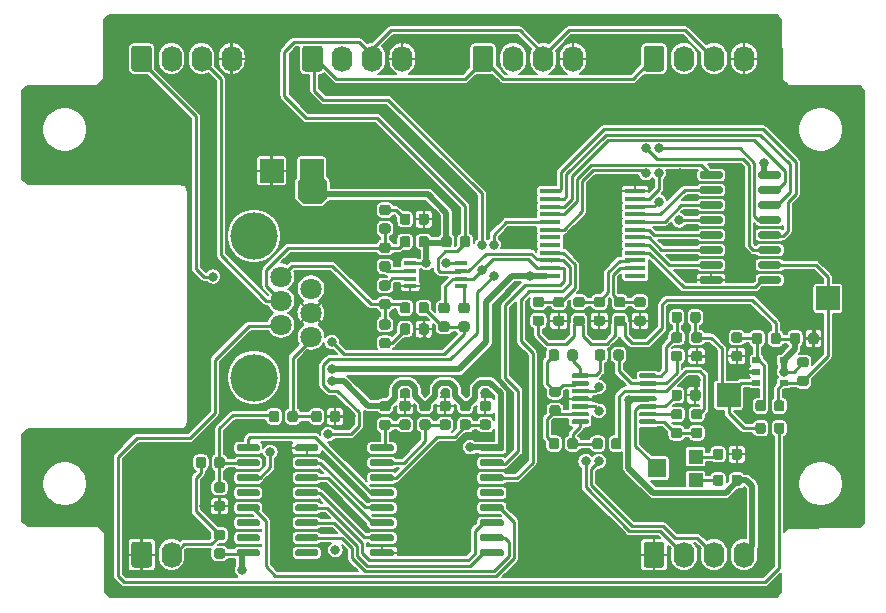
<source format=gtl>
G04 #@! TF.GenerationSoftware,KiCad,Pcbnew,(5.1.6)-1*
G04 #@! TF.CreationDate,2022-06-26T17:52:01+10:00*
G04 #@! TF.ProjectId,sensors,73656e73-6f72-4732-9e6b-696361645f70,rev?*
G04 #@! TF.SameCoordinates,Original*
G04 #@! TF.FileFunction,Copper,L1,Top*
G04 #@! TF.FilePolarity,Positive*
%FSLAX46Y46*%
G04 Gerber Fmt 4.6, Leading zero omitted, Abs format (unit mm)*
G04 Created by KiCad (PCBNEW (5.1.6)-1) date 2022-06-26 17:52:01*
%MOMM*%
%LPD*%
G01*
G04 APERTURE LIST*
G04 #@! TA.AperFunction,ComponentPad*
%ADD10C,1.800000*%
G04 #@! TD*
G04 #@! TA.AperFunction,ComponentPad*
%ADD11C,4.000000*%
G04 #@! TD*
G04 #@! TA.AperFunction,ComponentPad*
%ADD12O,1.740000X2.190000*%
G04 #@! TD*
G04 #@! TA.AperFunction,SMDPad,CuDef*
%ADD13R,1.750000X0.450000*%
G04 #@! TD*
G04 #@! TA.AperFunction,SMDPad,CuDef*
%ADD14R,0.700000X0.510000*%
G04 #@! TD*
G04 #@! TA.AperFunction,SMDPad,CuDef*
%ADD15R,1.100000X0.400000*%
G04 #@! TD*
G04 #@! TA.AperFunction,SMDPad,CuDef*
%ADD16R,2.000000X2.000000*%
G04 #@! TD*
G04 #@! TA.AperFunction,SMDPad,CuDef*
%ADD17R,1.500000X1.600000*%
G04 #@! TD*
G04 #@! TA.AperFunction,SMDPad,CuDef*
%ADD18R,1.200000X1.200000*%
G04 #@! TD*
G04 #@! TA.AperFunction,ViaPad*
%ADD19C,0.800000*%
G04 #@! TD*
G04 #@! TA.AperFunction,Conductor*
%ADD20C,0.250000*%
G04 #@! TD*
G04 #@! TA.AperFunction,Conductor*
%ADD21C,0.500000*%
G04 #@! TD*
G04 #@! TA.AperFunction,Conductor*
%ADD22C,0.200000*%
G04 #@! TD*
G04 APERTURE END LIST*
D10*
X120740000Y-92600000D03*
X118200000Y-91580000D03*
X120740000Y-90560000D03*
X118200000Y-89540000D03*
X118200000Y-87500000D03*
X120740000Y-88520000D03*
D11*
X115900000Y-96050000D03*
X115900000Y-84050000D03*
D12*
X108940000Y-111050000D03*
G04 #@! TA.AperFunction,ComponentPad*
G36*
G01*
X105530000Y-111895001D02*
X105530000Y-110204999D01*
G75*
G02*
X105779999Y-109955000I249999J0D01*
G01*
X107020001Y-109955000D01*
G75*
G02*
X107270000Y-110204999I0J-249999D01*
G01*
X107270000Y-111895001D01*
G75*
G02*
X107020001Y-112145000I-249999J0D01*
G01*
X105779999Y-112145000D01*
G75*
G02*
X105530000Y-111895001I0J249999D01*
G01*
G37*
G04 #@! TD.AperFunction*
G04 #@! TA.AperFunction,SMDPad,CuDef*
G36*
G01*
X135025000Y-102155000D02*
X135025000Y-101855000D01*
G75*
G02*
X135175000Y-101705000I150000J0D01*
G01*
X136925000Y-101705000D01*
G75*
G02*
X137075000Y-101855000I0J-150000D01*
G01*
X137075000Y-102155000D01*
G75*
G02*
X136925000Y-102305000I-150000J0D01*
G01*
X135175000Y-102305000D01*
G75*
G02*
X135025000Y-102155000I0J150000D01*
G01*
G37*
G04 #@! TD.AperFunction*
G04 #@! TA.AperFunction,SMDPad,CuDef*
G36*
G01*
X135025000Y-103425000D02*
X135025000Y-103125000D01*
G75*
G02*
X135175000Y-102975000I150000J0D01*
G01*
X136925000Y-102975000D01*
G75*
G02*
X137075000Y-103125000I0J-150000D01*
G01*
X137075000Y-103425000D01*
G75*
G02*
X136925000Y-103575000I-150000J0D01*
G01*
X135175000Y-103575000D01*
G75*
G02*
X135025000Y-103425000I0J150000D01*
G01*
G37*
G04 #@! TD.AperFunction*
G04 #@! TA.AperFunction,SMDPad,CuDef*
G36*
G01*
X135025000Y-104695000D02*
X135025000Y-104395000D01*
G75*
G02*
X135175000Y-104245000I150000J0D01*
G01*
X136925000Y-104245000D01*
G75*
G02*
X137075000Y-104395000I0J-150000D01*
G01*
X137075000Y-104695000D01*
G75*
G02*
X136925000Y-104845000I-150000J0D01*
G01*
X135175000Y-104845000D01*
G75*
G02*
X135025000Y-104695000I0J150000D01*
G01*
G37*
G04 #@! TD.AperFunction*
G04 #@! TA.AperFunction,SMDPad,CuDef*
G36*
G01*
X135025000Y-105965000D02*
X135025000Y-105665000D01*
G75*
G02*
X135175000Y-105515000I150000J0D01*
G01*
X136925000Y-105515000D01*
G75*
G02*
X137075000Y-105665000I0J-150000D01*
G01*
X137075000Y-105965000D01*
G75*
G02*
X136925000Y-106115000I-150000J0D01*
G01*
X135175000Y-106115000D01*
G75*
G02*
X135025000Y-105965000I0J150000D01*
G01*
G37*
G04 #@! TD.AperFunction*
G04 #@! TA.AperFunction,SMDPad,CuDef*
G36*
G01*
X135025000Y-107235000D02*
X135025000Y-106935000D01*
G75*
G02*
X135175000Y-106785000I150000J0D01*
G01*
X136925000Y-106785000D01*
G75*
G02*
X137075000Y-106935000I0J-150000D01*
G01*
X137075000Y-107235000D01*
G75*
G02*
X136925000Y-107385000I-150000J0D01*
G01*
X135175000Y-107385000D01*
G75*
G02*
X135025000Y-107235000I0J150000D01*
G01*
G37*
G04 #@! TD.AperFunction*
G04 #@! TA.AperFunction,SMDPad,CuDef*
G36*
G01*
X135025000Y-108505000D02*
X135025000Y-108205000D01*
G75*
G02*
X135175000Y-108055000I150000J0D01*
G01*
X136925000Y-108055000D01*
G75*
G02*
X137075000Y-108205000I0J-150000D01*
G01*
X137075000Y-108505000D01*
G75*
G02*
X136925000Y-108655000I-150000J0D01*
G01*
X135175000Y-108655000D01*
G75*
G02*
X135025000Y-108505000I0J150000D01*
G01*
G37*
G04 #@! TD.AperFunction*
G04 #@! TA.AperFunction,SMDPad,CuDef*
G36*
G01*
X135025000Y-109775000D02*
X135025000Y-109475000D01*
G75*
G02*
X135175000Y-109325000I150000J0D01*
G01*
X136925000Y-109325000D01*
G75*
G02*
X137075000Y-109475000I0J-150000D01*
G01*
X137075000Y-109775000D01*
G75*
G02*
X136925000Y-109925000I-150000J0D01*
G01*
X135175000Y-109925000D01*
G75*
G02*
X135025000Y-109775000I0J150000D01*
G01*
G37*
G04 #@! TD.AperFunction*
G04 #@! TA.AperFunction,SMDPad,CuDef*
G36*
G01*
X135025000Y-111045000D02*
X135025000Y-110745000D01*
G75*
G02*
X135175000Y-110595000I150000J0D01*
G01*
X136925000Y-110595000D01*
G75*
G02*
X137075000Y-110745000I0J-150000D01*
G01*
X137075000Y-111045000D01*
G75*
G02*
X136925000Y-111195000I-150000J0D01*
G01*
X135175000Y-111195000D01*
G75*
G02*
X135025000Y-111045000I0J150000D01*
G01*
G37*
G04 #@! TD.AperFunction*
G04 #@! TA.AperFunction,SMDPad,CuDef*
G36*
G01*
X125725000Y-111045000D02*
X125725000Y-110745000D01*
G75*
G02*
X125875000Y-110595000I150000J0D01*
G01*
X127625000Y-110595000D01*
G75*
G02*
X127775000Y-110745000I0J-150000D01*
G01*
X127775000Y-111045000D01*
G75*
G02*
X127625000Y-111195000I-150000J0D01*
G01*
X125875000Y-111195000D01*
G75*
G02*
X125725000Y-111045000I0J150000D01*
G01*
G37*
G04 #@! TD.AperFunction*
G04 #@! TA.AperFunction,SMDPad,CuDef*
G36*
G01*
X125725000Y-109775000D02*
X125725000Y-109475000D01*
G75*
G02*
X125875000Y-109325000I150000J0D01*
G01*
X127625000Y-109325000D01*
G75*
G02*
X127775000Y-109475000I0J-150000D01*
G01*
X127775000Y-109775000D01*
G75*
G02*
X127625000Y-109925000I-150000J0D01*
G01*
X125875000Y-109925000D01*
G75*
G02*
X125725000Y-109775000I0J150000D01*
G01*
G37*
G04 #@! TD.AperFunction*
G04 #@! TA.AperFunction,SMDPad,CuDef*
G36*
G01*
X125725000Y-108505000D02*
X125725000Y-108205000D01*
G75*
G02*
X125875000Y-108055000I150000J0D01*
G01*
X127625000Y-108055000D01*
G75*
G02*
X127775000Y-108205000I0J-150000D01*
G01*
X127775000Y-108505000D01*
G75*
G02*
X127625000Y-108655000I-150000J0D01*
G01*
X125875000Y-108655000D01*
G75*
G02*
X125725000Y-108505000I0J150000D01*
G01*
G37*
G04 #@! TD.AperFunction*
G04 #@! TA.AperFunction,SMDPad,CuDef*
G36*
G01*
X125725000Y-107235000D02*
X125725000Y-106935000D01*
G75*
G02*
X125875000Y-106785000I150000J0D01*
G01*
X127625000Y-106785000D01*
G75*
G02*
X127775000Y-106935000I0J-150000D01*
G01*
X127775000Y-107235000D01*
G75*
G02*
X127625000Y-107385000I-150000J0D01*
G01*
X125875000Y-107385000D01*
G75*
G02*
X125725000Y-107235000I0J150000D01*
G01*
G37*
G04 #@! TD.AperFunction*
G04 #@! TA.AperFunction,SMDPad,CuDef*
G36*
G01*
X125725000Y-105965000D02*
X125725000Y-105665000D01*
G75*
G02*
X125875000Y-105515000I150000J0D01*
G01*
X127625000Y-105515000D01*
G75*
G02*
X127775000Y-105665000I0J-150000D01*
G01*
X127775000Y-105965000D01*
G75*
G02*
X127625000Y-106115000I-150000J0D01*
G01*
X125875000Y-106115000D01*
G75*
G02*
X125725000Y-105965000I0J150000D01*
G01*
G37*
G04 #@! TD.AperFunction*
G04 #@! TA.AperFunction,SMDPad,CuDef*
G36*
G01*
X125725000Y-104695000D02*
X125725000Y-104395000D01*
G75*
G02*
X125875000Y-104245000I150000J0D01*
G01*
X127625000Y-104245000D01*
G75*
G02*
X127775000Y-104395000I0J-150000D01*
G01*
X127775000Y-104695000D01*
G75*
G02*
X127625000Y-104845000I-150000J0D01*
G01*
X125875000Y-104845000D01*
G75*
G02*
X125725000Y-104695000I0J150000D01*
G01*
G37*
G04 #@! TD.AperFunction*
G04 #@! TA.AperFunction,SMDPad,CuDef*
G36*
G01*
X125725000Y-103425000D02*
X125725000Y-103125000D01*
G75*
G02*
X125875000Y-102975000I150000J0D01*
G01*
X127625000Y-102975000D01*
G75*
G02*
X127775000Y-103125000I0J-150000D01*
G01*
X127775000Y-103425000D01*
G75*
G02*
X127625000Y-103575000I-150000J0D01*
G01*
X125875000Y-103575000D01*
G75*
G02*
X125725000Y-103425000I0J150000D01*
G01*
G37*
G04 #@! TD.AperFunction*
G04 #@! TA.AperFunction,SMDPad,CuDef*
G36*
G01*
X125725000Y-102155000D02*
X125725000Y-101855000D01*
G75*
G02*
X125875000Y-101705000I150000J0D01*
G01*
X127625000Y-101705000D01*
G75*
G02*
X127775000Y-101855000I0J-150000D01*
G01*
X127775000Y-102155000D01*
G75*
G02*
X127625000Y-102305000I-150000J0D01*
G01*
X125875000Y-102305000D01*
G75*
G02*
X125725000Y-102155000I0J150000D01*
G01*
G37*
G04 #@! TD.AperFunction*
D13*
X141000000Y-87425000D03*
X141000000Y-86775000D03*
X141000000Y-86125000D03*
X141000000Y-85475000D03*
X141000000Y-84825000D03*
X141000000Y-84175000D03*
X141000000Y-83525000D03*
X141000000Y-82875000D03*
X141000000Y-82225000D03*
X141000000Y-81575000D03*
X141000000Y-80925000D03*
X141000000Y-80275000D03*
X148200000Y-80275000D03*
X148200000Y-80925000D03*
X148200000Y-81575000D03*
X148200000Y-82225000D03*
X148200000Y-82875000D03*
X148200000Y-83525000D03*
X148200000Y-84175000D03*
X148200000Y-84825000D03*
X148200000Y-85475000D03*
X148200000Y-86125000D03*
X148200000Y-86775000D03*
X148200000Y-87425000D03*
G04 #@! TA.AperFunction,SMDPad,CuDef*
G36*
G01*
X158600000Y-79055000D02*
X158600000Y-78755000D01*
G75*
G02*
X158750000Y-78605000I150000J0D01*
G01*
X160400000Y-78605000D01*
G75*
G02*
X160550000Y-78755000I0J-150000D01*
G01*
X160550000Y-79055000D01*
G75*
G02*
X160400000Y-79205000I-150000J0D01*
G01*
X158750000Y-79205000D01*
G75*
G02*
X158600000Y-79055000I0J150000D01*
G01*
G37*
G04 #@! TD.AperFunction*
G04 #@! TA.AperFunction,SMDPad,CuDef*
G36*
G01*
X158600000Y-80325000D02*
X158600000Y-80025000D01*
G75*
G02*
X158750000Y-79875000I150000J0D01*
G01*
X160400000Y-79875000D01*
G75*
G02*
X160550000Y-80025000I0J-150000D01*
G01*
X160550000Y-80325000D01*
G75*
G02*
X160400000Y-80475000I-150000J0D01*
G01*
X158750000Y-80475000D01*
G75*
G02*
X158600000Y-80325000I0J150000D01*
G01*
G37*
G04 #@! TD.AperFunction*
G04 #@! TA.AperFunction,SMDPad,CuDef*
G36*
G01*
X158600000Y-81595000D02*
X158600000Y-81295000D01*
G75*
G02*
X158750000Y-81145000I150000J0D01*
G01*
X160400000Y-81145000D01*
G75*
G02*
X160550000Y-81295000I0J-150000D01*
G01*
X160550000Y-81595000D01*
G75*
G02*
X160400000Y-81745000I-150000J0D01*
G01*
X158750000Y-81745000D01*
G75*
G02*
X158600000Y-81595000I0J150000D01*
G01*
G37*
G04 #@! TD.AperFunction*
G04 #@! TA.AperFunction,SMDPad,CuDef*
G36*
G01*
X158600000Y-82865000D02*
X158600000Y-82565000D01*
G75*
G02*
X158750000Y-82415000I150000J0D01*
G01*
X160400000Y-82415000D01*
G75*
G02*
X160550000Y-82565000I0J-150000D01*
G01*
X160550000Y-82865000D01*
G75*
G02*
X160400000Y-83015000I-150000J0D01*
G01*
X158750000Y-83015000D01*
G75*
G02*
X158600000Y-82865000I0J150000D01*
G01*
G37*
G04 #@! TD.AperFunction*
G04 #@! TA.AperFunction,SMDPad,CuDef*
G36*
G01*
X158600000Y-84135000D02*
X158600000Y-83835000D01*
G75*
G02*
X158750000Y-83685000I150000J0D01*
G01*
X160400000Y-83685000D01*
G75*
G02*
X160550000Y-83835000I0J-150000D01*
G01*
X160550000Y-84135000D01*
G75*
G02*
X160400000Y-84285000I-150000J0D01*
G01*
X158750000Y-84285000D01*
G75*
G02*
X158600000Y-84135000I0J150000D01*
G01*
G37*
G04 #@! TD.AperFunction*
G04 #@! TA.AperFunction,SMDPad,CuDef*
G36*
G01*
X158600000Y-85405000D02*
X158600000Y-85105000D01*
G75*
G02*
X158750000Y-84955000I150000J0D01*
G01*
X160400000Y-84955000D01*
G75*
G02*
X160550000Y-85105000I0J-150000D01*
G01*
X160550000Y-85405000D01*
G75*
G02*
X160400000Y-85555000I-150000J0D01*
G01*
X158750000Y-85555000D01*
G75*
G02*
X158600000Y-85405000I0J150000D01*
G01*
G37*
G04 #@! TD.AperFunction*
G04 #@! TA.AperFunction,SMDPad,CuDef*
G36*
G01*
X158600000Y-86675000D02*
X158600000Y-86375000D01*
G75*
G02*
X158750000Y-86225000I150000J0D01*
G01*
X160400000Y-86225000D01*
G75*
G02*
X160550000Y-86375000I0J-150000D01*
G01*
X160550000Y-86675000D01*
G75*
G02*
X160400000Y-86825000I-150000J0D01*
G01*
X158750000Y-86825000D01*
G75*
G02*
X158600000Y-86675000I0J150000D01*
G01*
G37*
G04 #@! TD.AperFunction*
G04 #@! TA.AperFunction,SMDPad,CuDef*
G36*
G01*
X158600000Y-87945000D02*
X158600000Y-87645000D01*
G75*
G02*
X158750000Y-87495000I150000J0D01*
G01*
X160400000Y-87495000D01*
G75*
G02*
X160550000Y-87645000I0J-150000D01*
G01*
X160550000Y-87945000D01*
G75*
G02*
X160400000Y-88095000I-150000J0D01*
G01*
X158750000Y-88095000D01*
G75*
G02*
X158600000Y-87945000I0J150000D01*
G01*
G37*
G04 #@! TD.AperFunction*
G04 #@! TA.AperFunction,SMDPad,CuDef*
G36*
G01*
X153650000Y-87945000D02*
X153650000Y-87645000D01*
G75*
G02*
X153800000Y-87495000I150000J0D01*
G01*
X155450000Y-87495000D01*
G75*
G02*
X155600000Y-87645000I0J-150000D01*
G01*
X155600000Y-87945000D01*
G75*
G02*
X155450000Y-88095000I-150000J0D01*
G01*
X153800000Y-88095000D01*
G75*
G02*
X153650000Y-87945000I0J150000D01*
G01*
G37*
G04 #@! TD.AperFunction*
G04 #@! TA.AperFunction,SMDPad,CuDef*
G36*
G01*
X153650000Y-86675000D02*
X153650000Y-86375000D01*
G75*
G02*
X153800000Y-86225000I150000J0D01*
G01*
X155450000Y-86225000D01*
G75*
G02*
X155600000Y-86375000I0J-150000D01*
G01*
X155600000Y-86675000D01*
G75*
G02*
X155450000Y-86825000I-150000J0D01*
G01*
X153800000Y-86825000D01*
G75*
G02*
X153650000Y-86675000I0J150000D01*
G01*
G37*
G04 #@! TD.AperFunction*
G04 #@! TA.AperFunction,SMDPad,CuDef*
G36*
G01*
X153650000Y-85405000D02*
X153650000Y-85105000D01*
G75*
G02*
X153800000Y-84955000I150000J0D01*
G01*
X155450000Y-84955000D01*
G75*
G02*
X155600000Y-85105000I0J-150000D01*
G01*
X155600000Y-85405000D01*
G75*
G02*
X155450000Y-85555000I-150000J0D01*
G01*
X153800000Y-85555000D01*
G75*
G02*
X153650000Y-85405000I0J150000D01*
G01*
G37*
G04 #@! TD.AperFunction*
G04 #@! TA.AperFunction,SMDPad,CuDef*
G36*
G01*
X153650000Y-84135000D02*
X153650000Y-83835000D01*
G75*
G02*
X153800000Y-83685000I150000J0D01*
G01*
X155450000Y-83685000D01*
G75*
G02*
X155600000Y-83835000I0J-150000D01*
G01*
X155600000Y-84135000D01*
G75*
G02*
X155450000Y-84285000I-150000J0D01*
G01*
X153800000Y-84285000D01*
G75*
G02*
X153650000Y-84135000I0J150000D01*
G01*
G37*
G04 #@! TD.AperFunction*
G04 #@! TA.AperFunction,SMDPad,CuDef*
G36*
G01*
X153650000Y-82865000D02*
X153650000Y-82565000D01*
G75*
G02*
X153800000Y-82415000I150000J0D01*
G01*
X155450000Y-82415000D01*
G75*
G02*
X155600000Y-82565000I0J-150000D01*
G01*
X155600000Y-82865000D01*
G75*
G02*
X155450000Y-83015000I-150000J0D01*
G01*
X153800000Y-83015000D01*
G75*
G02*
X153650000Y-82865000I0J150000D01*
G01*
G37*
G04 #@! TD.AperFunction*
G04 #@! TA.AperFunction,SMDPad,CuDef*
G36*
G01*
X153650000Y-81595000D02*
X153650000Y-81295000D01*
G75*
G02*
X153800000Y-81145000I150000J0D01*
G01*
X155450000Y-81145000D01*
G75*
G02*
X155600000Y-81295000I0J-150000D01*
G01*
X155600000Y-81595000D01*
G75*
G02*
X155450000Y-81745000I-150000J0D01*
G01*
X153800000Y-81745000D01*
G75*
G02*
X153650000Y-81595000I0J150000D01*
G01*
G37*
G04 #@! TD.AperFunction*
G04 #@! TA.AperFunction,SMDPad,CuDef*
G36*
G01*
X153650000Y-80325000D02*
X153650000Y-80025000D01*
G75*
G02*
X153800000Y-79875000I150000J0D01*
G01*
X155450000Y-79875000D01*
G75*
G02*
X155600000Y-80025000I0J-150000D01*
G01*
X155600000Y-80325000D01*
G75*
G02*
X155450000Y-80475000I-150000J0D01*
G01*
X153800000Y-80475000D01*
G75*
G02*
X153650000Y-80325000I0J150000D01*
G01*
G37*
G04 #@! TD.AperFunction*
G04 #@! TA.AperFunction,SMDPad,CuDef*
G36*
G01*
X153650000Y-79055000D02*
X153650000Y-78755000D01*
G75*
G02*
X153800000Y-78605000I150000J0D01*
G01*
X155450000Y-78605000D01*
G75*
G02*
X155600000Y-78755000I0J-150000D01*
G01*
X155600000Y-79055000D01*
G75*
G02*
X155450000Y-79205000I-150000J0D01*
G01*
X153800000Y-79205000D01*
G75*
G02*
X153650000Y-79055000I0J150000D01*
G01*
G37*
G04 #@! TD.AperFunction*
G04 #@! TA.AperFunction,SMDPad,CuDef*
G36*
G01*
X116400000Y-110745000D02*
X116400000Y-111045000D01*
G75*
G02*
X116250000Y-111195000I-150000J0D01*
G01*
X114600000Y-111195000D01*
G75*
G02*
X114450000Y-111045000I0J150000D01*
G01*
X114450000Y-110745000D01*
G75*
G02*
X114600000Y-110595000I150000J0D01*
G01*
X116250000Y-110595000D01*
G75*
G02*
X116400000Y-110745000I0J-150000D01*
G01*
G37*
G04 #@! TD.AperFunction*
G04 #@! TA.AperFunction,SMDPad,CuDef*
G36*
G01*
X116400000Y-109475000D02*
X116400000Y-109775000D01*
G75*
G02*
X116250000Y-109925000I-150000J0D01*
G01*
X114600000Y-109925000D01*
G75*
G02*
X114450000Y-109775000I0J150000D01*
G01*
X114450000Y-109475000D01*
G75*
G02*
X114600000Y-109325000I150000J0D01*
G01*
X116250000Y-109325000D01*
G75*
G02*
X116400000Y-109475000I0J-150000D01*
G01*
G37*
G04 #@! TD.AperFunction*
G04 #@! TA.AperFunction,SMDPad,CuDef*
G36*
G01*
X116400000Y-108205000D02*
X116400000Y-108505000D01*
G75*
G02*
X116250000Y-108655000I-150000J0D01*
G01*
X114600000Y-108655000D01*
G75*
G02*
X114450000Y-108505000I0J150000D01*
G01*
X114450000Y-108205000D01*
G75*
G02*
X114600000Y-108055000I150000J0D01*
G01*
X116250000Y-108055000D01*
G75*
G02*
X116400000Y-108205000I0J-150000D01*
G01*
G37*
G04 #@! TD.AperFunction*
G04 #@! TA.AperFunction,SMDPad,CuDef*
G36*
G01*
X116400000Y-106935000D02*
X116400000Y-107235000D01*
G75*
G02*
X116250000Y-107385000I-150000J0D01*
G01*
X114600000Y-107385000D01*
G75*
G02*
X114450000Y-107235000I0J150000D01*
G01*
X114450000Y-106935000D01*
G75*
G02*
X114600000Y-106785000I150000J0D01*
G01*
X116250000Y-106785000D01*
G75*
G02*
X116400000Y-106935000I0J-150000D01*
G01*
G37*
G04 #@! TD.AperFunction*
G04 #@! TA.AperFunction,SMDPad,CuDef*
G36*
G01*
X116400000Y-105665000D02*
X116400000Y-105965000D01*
G75*
G02*
X116250000Y-106115000I-150000J0D01*
G01*
X114600000Y-106115000D01*
G75*
G02*
X114450000Y-105965000I0J150000D01*
G01*
X114450000Y-105665000D01*
G75*
G02*
X114600000Y-105515000I150000J0D01*
G01*
X116250000Y-105515000D01*
G75*
G02*
X116400000Y-105665000I0J-150000D01*
G01*
G37*
G04 #@! TD.AperFunction*
G04 #@! TA.AperFunction,SMDPad,CuDef*
G36*
G01*
X116400000Y-104395000D02*
X116400000Y-104695000D01*
G75*
G02*
X116250000Y-104845000I-150000J0D01*
G01*
X114600000Y-104845000D01*
G75*
G02*
X114450000Y-104695000I0J150000D01*
G01*
X114450000Y-104395000D01*
G75*
G02*
X114600000Y-104245000I150000J0D01*
G01*
X116250000Y-104245000D01*
G75*
G02*
X116400000Y-104395000I0J-150000D01*
G01*
G37*
G04 #@! TD.AperFunction*
G04 #@! TA.AperFunction,SMDPad,CuDef*
G36*
G01*
X116400000Y-103125000D02*
X116400000Y-103425000D01*
G75*
G02*
X116250000Y-103575000I-150000J0D01*
G01*
X114600000Y-103575000D01*
G75*
G02*
X114450000Y-103425000I0J150000D01*
G01*
X114450000Y-103125000D01*
G75*
G02*
X114600000Y-102975000I150000J0D01*
G01*
X116250000Y-102975000D01*
G75*
G02*
X116400000Y-103125000I0J-150000D01*
G01*
G37*
G04 #@! TD.AperFunction*
G04 #@! TA.AperFunction,SMDPad,CuDef*
G36*
G01*
X116400000Y-101855000D02*
X116400000Y-102155000D01*
G75*
G02*
X116250000Y-102305000I-150000J0D01*
G01*
X114600000Y-102305000D01*
G75*
G02*
X114450000Y-102155000I0J150000D01*
G01*
X114450000Y-101855000D01*
G75*
G02*
X114600000Y-101705000I150000J0D01*
G01*
X116250000Y-101705000D01*
G75*
G02*
X116400000Y-101855000I0J-150000D01*
G01*
G37*
G04 #@! TD.AperFunction*
G04 #@! TA.AperFunction,SMDPad,CuDef*
G36*
G01*
X121350000Y-101855000D02*
X121350000Y-102155000D01*
G75*
G02*
X121200000Y-102305000I-150000J0D01*
G01*
X119550000Y-102305000D01*
G75*
G02*
X119400000Y-102155000I0J150000D01*
G01*
X119400000Y-101855000D01*
G75*
G02*
X119550000Y-101705000I150000J0D01*
G01*
X121200000Y-101705000D01*
G75*
G02*
X121350000Y-101855000I0J-150000D01*
G01*
G37*
G04 #@! TD.AperFunction*
G04 #@! TA.AperFunction,SMDPad,CuDef*
G36*
G01*
X121350000Y-103125000D02*
X121350000Y-103425000D01*
G75*
G02*
X121200000Y-103575000I-150000J0D01*
G01*
X119550000Y-103575000D01*
G75*
G02*
X119400000Y-103425000I0J150000D01*
G01*
X119400000Y-103125000D01*
G75*
G02*
X119550000Y-102975000I150000J0D01*
G01*
X121200000Y-102975000D01*
G75*
G02*
X121350000Y-103125000I0J-150000D01*
G01*
G37*
G04 #@! TD.AperFunction*
G04 #@! TA.AperFunction,SMDPad,CuDef*
G36*
G01*
X121350000Y-104395000D02*
X121350000Y-104695000D01*
G75*
G02*
X121200000Y-104845000I-150000J0D01*
G01*
X119550000Y-104845000D01*
G75*
G02*
X119400000Y-104695000I0J150000D01*
G01*
X119400000Y-104395000D01*
G75*
G02*
X119550000Y-104245000I150000J0D01*
G01*
X121200000Y-104245000D01*
G75*
G02*
X121350000Y-104395000I0J-150000D01*
G01*
G37*
G04 #@! TD.AperFunction*
G04 #@! TA.AperFunction,SMDPad,CuDef*
G36*
G01*
X121350000Y-105665000D02*
X121350000Y-105965000D01*
G75*
G02*
X121200000Y-106115000I-150000J0D01*
G01*
X119550000Y-106115000D01*
G75*
G02*
X119400000Y-105965000I0J150000D01*
G01*
X119400000Y-105665000D01*
G75*
G02*
X119550000Y-105515000I150000J0D01*
G01*
X121200000Y-105515000D01*
G75*
G02*
X121350000Y-105665000I0J-150000D01*
G01*
G37*
G04 #@! TD.AperFunction*
G04 #@! TA.AperFunction,SMDPad,CuDef*
G36*
G01*
X121350000Y-106935000D02*
X121350000Y-107235000D01*
G75*
G02*
X121200000Y-107385000I-150000J0D01*
G01*
X119550000Y-107385000D01*
G75*
G02*
X119400000Y-107235000I0J150000D01*
G01*
X119400000Y-106935000D01*
G75*
G02*
X119550000Y-106785000I150000J0D01*
G01*
X121200000Y-106785000D01*
G75*
G02*
X121350000Y-106935000I0J-150000D01*
G01*
G37*
G04 #@! TD.AperFunction*
G04 #@! TA.AperFunction,SMDPad,CuDef*
G36*
G01*
X121350000Y-108205000D02*
X121350000Y-108505000D01*
G75*
G02*
X121200000Y-108655000I-150000J0D01*
G01*
X119550000Y-108655000D01*
G75*
G02*
X119400000Y-108505000I0J150000D01*
G01*
X119400000Y-108205000D01*
G75*
G02*
X119550000Y-108055000I150000J0D01*
G01*
X121200000Y-108055000D01*
G75*
G02*
X121350000Y-108205000I0J-150000D01*
G01*
G37*
G04 #@! TD.AperFunction*
G04 #@! TA.AperFunction,SMDPad,CuDef*
G36*
G01*
X121350000Y-109475000D02*
X121350000Y-109775000D01*
G75*
G02*
X121200000Y-109925000I-150000J0D01*
G01*
X119550000Y-109925000D01*
G75*
G02*
X119400000Y-109775000I0J150000D01*
G01*
X119400000Y-109475000D01*
G75*
G02*
X119550000Y-109325000I150000J0D01*
G01*
X121200000Y-109325000D01*
G75*
G02*
X121350000Y-109475000I0J-150000D01*
G01*
G37*
G04 #@! TD.AperFunction*
G04 #@! TA.AperFunction,SMDPad,CuDef*
G36*
G01*
X121350000Y-110745000D02*
X121350000Y-111045000D01*
G75*
G02*
X121200000Y-111195000I-150000J0D01*
G01*
X119550000Y-111195000D01*
G75*
G02*
X119400000Y-111045000I0J150000D01*
G01*
X119400000Y-110745000D01*
G75*
G02*
X119550000Y-110595000I150000J0D01*
G01*
X121200000Y-110595000D01*
G75*
G02*
X121350000Y-110745000I0J-150000D01*
G01*
G37*
G04 #@! TD.AperFunction*
D14*
X160760000Y-94600000D03*
X160760000Y-96500000D03*
X158440000Y-96500000D03*
X158440000Y-95550000D03*
X158440000Y-94600000D03*
D15*
X133450000Y-86375000D03*
X133450000Y-87025000D03*
X133450000Y-87675000D03*
X133450000Y-88325000D03*
X129150000Y-88325000D03*
X129150000Y-87675000D03*
X129150000Y-87025000D03*
X129150000Y-86375000D03*
G04 #@! TA.AperFunction,SMDPad,CuDef*
G36*
G01*
X144275000Y-99700000D02*
X144275000Y-99900000D01*
G75*
G02*
X144175000Y-100000000I-100000J0D01*
G01*
X142900000Y-100000000D01*
G75*
G02*
X142800000Y-99900000I0J100000D01*
G01*
X142800000Y-99700000D01*
G75*
G02*
X142900000Y-99600000I100000J0D01*
G01*
X144175000Y-99600000D01*
G75*
G02*
X144275000Y-99700000I0J-100000D01*
G01*
G37*
G04 #@! TD.AperFunction*
G04 #@! TA.AperFunction,SMDPad,CuDef*
G36*
G01*
X144275000Y-99050000D02*
X144275000Y-99250000D01*
G75*
G02*
X144175000Y-99350000I-100000J0D01*
G01*
X142900000Y-99350000D01*
G75*
G02*
X142800000Y-99250000I0J100000D01*
G01*
X142800000Y-99050000D01*
G75*
G02*
X142900000Y-98950000I100000J0D01*
G01*
X144175000Y-98950000D01*
G75*
G02*
X144275000Y-99050000I0J-100000D01*
G01*
G37*
G04 #@! TD.AperFunction*
G04 #@! TA.AperFunction,SMDPad,CuDef*
G36*
G01*
X144275000Y-98400000D02*
X144275000Y-98600000D01*
G75*
G02*
X144175000Y-98700000I-100000J0D01*
G01*
X142900000Y-98700000D01*
G75*
G02*
X142800000Y-98600000I0J100000D01*
G01*
X142800000Y-98400000D01*
G75*
G02*
X142900000Y-98300000I100000J0D01*
G01*
X144175000Y-98300000D01*
G75*
G02*
X144275000Y-98400000I0J-100000D01*
G01*
G37*
G04 #@! TD.AperFunction*
G04 #@! TA.AperFunction,SMDPad,CuDef*
G36*
G01*
X144275000Y-97750000D02*
X144275000Y-97950000D01*
G75*
G02*
X144175000Y-98050000I-100000J0D01*
G01*
X142900000Y-98050000D01*
G75*
G02*
X142800000Y-97950000I0J100000D01*
G01*
X142800000Y-97750000D01*
G75*
G02*
X142900000Y-97650000I100000J0D01*
G01*
X144175000Y-97650000D01*
G75*
G02*
X144275000Y-97750000I0J-100000D01*
G01*
G37*
G04 #@! TD.AperFunction*
G04 #@! TA.AperFunction,SMDPad,CuDef*
G36*
G01*
X144275000Y-97100000D02*
X144275000Y-97300000D01*
G75*
G02*
X144175000Y-97400000I-100000J0D01*
G01*
X142900000Y-97400000D01*
G75*
G02*
X142800000Y-97300000I0J100000D01*
G01*
X142800000Y-97100000D01*
G75*
G02*
X142900000Y-97000000I100000J0D01*
G01*
X144175000Y-97000000D01*
G75*
G02*
X144275000Y-97100000I0J-100000D01*
G01*
G37*
G04 #@! TD.AperFunction*
G04 #@! TA.AperFunction,SMDPad,CuDef*
G36*
G01*
X144275000Y-96450000D02*
X144275000Y-96650000D01*
G75*
G02*
X144175000Y-96750000I-100000J0D01*
G01*
X142900000Y-96750000D01*
G75*
G02*
X142800000Y-96650000I0J100000D01*
G01*
X142800000Y-96450000D01*
G75*
G02*
X142900000Y-96350000I100000J0D01*
G01*
X144175000Y-96350000D01*
G75*
G02*
X144275000Y-96450000I0J-100000D01*
G01*
G37*
G04 #@! TD.AperFunction*
G04 #@! TA.AperFunction,SMDPad,CuDef*
G36*
G01*
X144275000Y-95800000D02*
X144275000Y-96000000D01*
G75*
G02*
X144175000Y-96100000I-100000J0D01*
G01*
X142900000Y-96100000D01*
G75*
G02*
X142800000Y-96000000I0J100000D01*
G01*
X142800000Y-95800000D01*
G75*
G02*
X142900000Y-95700000I100000J0D01*
G01*
X144175000Y-95700000D01*
G75*
G02*
X144275000Y-95800000I0J-100000D01*
G01*
G37*
G04 #@! TD.AperFunction*
G04 #@! TA.AperFunction,SMDPad,CuDef*
G36*
G01*
X150000000Y-95800000D02*
X150000000Y-96000000D01*
G75*
G02*
X149900000Y-96100000I-100000J0D01*
G01*
X148625000Y-96100000D01*
G75*
G02*
X148525000Y-96000000I0J100000D01*
G01*
X148525000Y-95800000D01*
G75*
G02*
X148625000Y-95700000I100000J0D01*
G01*
X149900000Y-95700000D01*
G75*
G02*
X150000000Y-95800000I0J-100000D01*
G01*
G37*
G04 #@! TD.AperFunction*
G04 #@! TA.AperFunction,SMDPad,CuDef*
G36*
G01*
X150000000Y-96450000D02*
X150000000Y-96650000D01*
G75*
G02*
X149900000Y-96750000I-100000J0D01*
G01*
X148625000Y-96750000D01*
G75*
G02*
X148525000Y-96650000I0J100000D01*
G01*
X148525000Y-96450000D01*
G75*
G02*
X148625000Y-96350000I100000J0D01*
G01*
X149900000Y-96350000D01*
G75*
G02*
X150000000Y-96450000I0J-100000D01*
G01*
G37*
G04 #@! TD.AperFunction*
G04 #@! TA.AperFunction,SMDPad,CuDef*
G36*
G01*
X150000000Y-97100000D02*
X150000000Y-97300000D01*
G75*
G02*
X149900000Y-97400000I-100000J0D01*
G01*
X148625000Y-97400000D01*
G75*
G02*
X148525000Y-97300000I0J100000D01*
G01*
X148525000Y-97100000D01*
G75*
G02*
X148625000Y-97000000I100000J0D01*
G01*
X149900000Y-97000000D01*
G75*
G02*
X150000000Y-97100000I0J-100000D01*
G01*
G37*
G04 #@! TD.AperFunction*
G04 #@! TA.AperFunction,SMDPad,CuDef*
G36*
G01*
X150000000Y-97750000D02*
X150000000Y-97950000D01*
G75*
G02*
X149900000Y-98050000I-100000J0D01*
G01*
X148625000Y-98050000D01*
G75*
G02*
X148525000Y-97950000I0J100000D01*
G01*
X148525000Y-97750000D01*
G75*
G02*
X148625000Y-97650000I100000J0D01*
G01*
X149900000Y-97650000D01*
G75*
G02*
X150000000Y-97750000I0J-100000D01*
G01*
G37*
G04 #@! TD.AperFunction*
G04 #@! TA.AperFunction,SMDPad,CuDef*
G36*
G01*
X150000000Y-98400000D02*
X150000000Y-98600000D01*
G75*
G02*
X149900000Y-98700000I-100000J0D01*
G01*
X148625000Y-98700000D01*
G75*
G02*
X148525000Y-98600000I0J100000D01*
G01*
X148525000Y-98400000D01*
G75*
G02*
X148625000Y-98300000I100000J0D01*
G01*
X149900000Y-98300000D01*
G75*
G02*
X150000000Y-98400000I0J-100000D01*
G01*
G37*
G04 #@! TD.AperFunction*
G04 #@! TA.AperFunction,SMDPad,CuDef*
G36*
G01*
X150000000Y-99050000D02*
X150000000Y-99250000D01*
G75*
G02*
X149900000Y-99350000I-100000J0D01*
G01*
X148625000Y-99350000D01*
G75*
G02*
X148525000Y-99250000I0J100000D01*
G01*
X148525000Y-99050000D01*
G75*
G02*
X148625000Y-98950000I100000J0D01*
G01*
X149900000Y-98950000D01*
G75*
G02*
X150000000Y-99050000I0J-100000D01*
G01*
G37*
G04 #@! TD.AperFunction*
G04 #@! TA.AperFunction,SMDPad,CuDef*
G36*
G01*
X150000000Y-99700000D02*
X150000000Y-99900000D01*
G75*
G02*
X149900000Y-100000000I-100000J0D01*
G01*
X148625000Y-100000000D01*
G75*
G02*
X148525000Y-99900000I0J100000D01*
G01*
X148525000Y-99700000D01*
G75*
G02*
X148625000Y-99600000I100000J0D01*
G01*
X149900000Y-99600000D01*
G75*
G02*
X150000000Y-99700000I0J-100000D01*
G01*
G37*
G04 #@! TD.AperFunction*
D16*
X164500000Y-89350000D03*
X156100000Y-97550000D03*
X117400000Y-78550000D03*
X120800000Y-78550000D03*
D17*
X150050000Y-103750000D03*
D18*
X153300000Y-102750000D03*
X153300000Y-104750000D03*
G04 #@! TA.AperFunction,SMDPad,CuDef*
G36*
G01*
X135756250Y-98900000D02*
X135243750Y-98900000D01*
G75*
G02*
X135025000Y-98681250I0J218750D01*
G01*
X135025000Y-98243750D01*
G75*
G02*
X135243750Y-98025000I218750J0D01*
G01*
X135756250Y-98025000D01*
G75*
G02*
X135975000Y-98243750I0J-218750D01*
G01*
X135975000Y-98681250D01*
G75*
G02*
X135756250Y-98900000I-218750J0D01*
G01*
G37*
G04 #@! TD.AperFunction*
G04 #@! TA.AperFunction,SMDPad,CuDef*
G36*
G01*
X135756250Y-100475000D02*
X135243750Y-100475000D01*
G75*
G02*
X135025000Y-100256250I0J218750D01*
G01*
X135025000Y-99818750D01*
G75*
G02*
X135243750Y-99600000I218750J0D01*
G01*
X135756250Y-99600000D01*
G75*
G02*
X135975000Y-99818750I0J-218750D01*
G01*
X135975000Y-100256250D01*
G75*
G02*
X135756250Y-100475000I-218750J0D01*
G01*
G37*
G04 #@! TD.AperFunction*
G04 #@! TA.AperFunction,SMDPad,CuDef*
G36*
G01*
X133543750Y-99600000D02*
X134056250Y-99600000D01*
G75*
G02*
X134275000Y-99818750I0J-218750D01*
G01*
X134275000Y-100256250D01*
G75*
G02*
X134056250Y-100475000I-218750J0D01*
G01*
X133543750Y-100475000D01*
G75*
G02*
X133325000Y-100256250I0J218750D01*
G01*
X133325000Y-99818750D01*
G75*
G02*
X133543750Y-99600000I218750J0D01*
G01*
G37*
G04 #@! TD.AperFunction*
G04 #@! TA.AperFunction,SMDPad,CuDef*
G36*
G01*
X133543750Y-98025000D02*
X134056250Y-98025000D01*
G75*
G02*
X134275000Y-98243750I0J-218750D01*
G01*
X134275000Y-98681250D01*
G75*
G02*
X134056250Y-98900000I-218750J0D01*
G01*
X133543750Y-98900000D01*
G75*
G02*
X133325000Y-98681250I0J218750D01*
G01*
X133325000Y-98243750D01*
G75*
G02*
X133543750Y-98025000I218750J0D01*
G01*
G37*
G04 #@! TD.AperFunction*
G04 #@! TA.AperFunction,SMDPad,CuDef*
G36*
G01*
X132356250Y-98900000D02*
X131843750Y-98900000D01*
G75*
G02*
X131625000Y-98681250I0J218750D01*
G01*
X131625000Y-98243750D01*
G75*
G02*
X131843750Y-98025000I218750J0D01*
G01*
X132356250Y-98025000D01*
G75*
G02*
X132575000Y-98243750I0J-218750D01*
G01*
X132575000Y-98681250D01*
G75*
G02*
X132356250Y-98900000I-218750J0D01*
G01*
G37*
G04 #@! TD.AperFunction*
G04 #@! TA.AperFunction,SMDPad,CuDef*
G36*
G01*
X132356250Y-100475000D02*
X131843750Y-100475000D01*
G75*
G02*
X131625000Y-100256250I0J218750D01*
G01*
X131625000Y-99818750D01*
G75*
G02*
X131843750Y-99600000I218750J0D01*
G01*
X132356250Y-99600000D01*
G75*
G02*
X132575000Y-99818750I0J-218750D01*
G01*
X132575000Y-100256250D01*
G75*
G02*
X132356250Y-100475000I-218750J0D01*
G01*
G37*
G04 #@! TD.AperFunction*
G04 #@! TA.AperFunction,SMDPad,CuDef*
G36*
G01*
X130143750Y-99600000D02*
X130656250Y-99600000D01*
G75*
G02*
X130875000Y-99818750I0J-218750D01*
G01*
X130875000Y-100256250D01*
G75*
G02*
X130656250Y-100475000I-218750J0D01*
G01*
X130143750Y-100475000D01*
G75*
G02*
X129925000Y-100256250I0J218750D01*
G01*
X129925000Y-99818750D01*
G75*
G02*
X130143750Y-99600000I218750J0D01*
G01*
G37*
G04 #@! TD.AperFunction*
G04 #@! TA.AperFunction,SMDPad,CuDef*
G36*
G01*
X130143750Y-98025000D02*
X130656250Y-98025000D01*
G75*
G02*
X130875000Y-98243750I0J-218750D01*
G01*
X130875000Y-98681250D01*
G75*
G02*
X130656250Y-98900000I-218750J0D01*
G01*
X130143750Y-98900000D01*
G75*
G02*
X129925000Y-98681250I0J218750D01*
G01*
X129925000Y-98243750D01*
G75*
G02*
X130143750Y-98025000I218750J0D01*
G01*
G37*
G04 #@! TD.AperFunction*
G04 #@! TA.AperFunction,SMDPad,CuDef*
G36*
G01*
X141463750Y-90800000D02*
X141976250Y-90800000D01*
G75*
G02*
X142195000Y-91018750I0J-218750D01*
G01*
X142195000Y-91456250D01*
G75*
G02*
X141976250Y-91675000I-218750J0D01*
G01*
X141463750Y-91675000D01*
G75*
G02*
X141245000Y-91456250I0J218750D01*
G01*
X141245000Y-91018750D01*
G75*
G02*
X141463750Y-90800000I218750J0D01*
G01*
G37*
G04 #@! TD.AperFunction*
G04 #@! TA.AperFunction,SMDPad,CuDef*
G36*
G01*
X141463750Y-89225000D02*
X141976250Y-89225000D01*
G75*
G02*
X142195000Y-89443750I0J-218750D01*
G01*
X142195000Y-89881250D01*
G75*
G02*
X141976250Y-90100000I-218750J0D01*
G01*
X141463750Y-90100000D01*
G75*
G02*
X141245000Y-89881250I0J218750D01*
G01*
X141245000Y-89443750D01*
G75*
G02*
X141463750Y-89225000I218750J0D01*
G01*
G37*
G04 #@! TD.AperFunction*
G04 #@! TA.AperFunction,SMDPad,CuDef*
G36*
G01*
X140256250Y-90100000D02*
X139743750Y-90100000D01*
G75*
G02*
X139525000Y-89881250I0J218750D01*
G01*
X139525000Y-89443750D01*
G75*
G02*
X139743750Y-89225000I218750J0D01*
G01*
X140256250Y-89225000D01*
G75*
G02*
X140475000Y-89443750I0J-218750D01*
G01*
X140475000Y-89881250D01*
G75*
G02*
X140256250Y-90100000I-218750J0D01*
G01*
G37*
G04 #@! TD.AperFunction*
G04 #@! TA.AperFunction,SMDPad,CuDef*
G36*
G01*
X140256250Y-91675000D02*
X139743750Y-91675000D01*
G75*
G02*
X139525000Y-91456250I0J218750D01*
G01*
X139525000Y-91018750D01*
G75*
G02*
X139743750Y-90800000I218750J0D01*
G01*
X140256250Y-90800000D01*
G75*
G02*
X140475000Y-91018750I0J-218750D01*
G01*
X140475000Y-91456250D01*
G75*
G02*
X140256250Y-91675000I-218750J0D01*
G01*
G37*
G04 #@! TD.AperFunction*
G04 #@! TA.AperFunction,SMDPad,CuDef*
G36*
G01*
X128956250Y-98900000D02*
X128443750Y-98900000D01*
G75*
G02*
X128225000Y-98681250I0J218750D01*
G01*
X128225000Y-98243750D01*
G75*
G02*
X128443750Y-98025000I218750J0D01*
G01*
X128956250Y-98025000D01*
G75*
G02*
X129175000Y-98243750I0J-218750D01*
G01*
X129175000Y-98681250D01*
G75*
G02*
X128956250Y-98900000I-218750J0D01*
G01*
G37*
G04 #@! TD.AperFunction*
G04 #@! TA.AperFunction,SMDPad,CuDef*
G36*
G01*
X128956250Y-100475000D02*
X128443750Y-100475000D01*
G75*
G02*
X128225000Y-100256250I0J218750D01*
G01*
X128225000Y-99818750D01*
G75*
G02*
X128443750Y-99600000I218750J0D01*
G01*
X128956250Y-99600000D01*
G75*
G02*
X129175000Y-99818750I0J-218750D01*
G01*
X129175000Y-100256250D01*
G75*
G02*
X128956250Y-100475000I-218750J0D01*
G01*
G37*
G04 #@! TD.AperFunction*
G04 #@! TA.AperFunction,SMDPad,CuDef*
G36*
G01*
X126743750Y-99612500D02*
X127256250Y-99612500D01*
G75*
G02*
X127475000Y-99831250I0J-218750D01*
G01*
X127475000Y-100268750D01*
G75*
G02*
X127256250Y-100487500I-218750J0D01*
G01*
X126743750Y-100487500D01*
G75*
G02*
X126525000Y-100268750I0J218750D01*
G01*
X126525000Y-99831250D01*
G75*
G02*
X126743750Y-99612500I218750J0D01*
G01*
G37*
G04 #@! TD.AperFunction*
G04 #@! TA.AperFunction,SMDPad,CuDef*
G36*
G01*
X126743750Y-98037500D02*
X127256250Y-98037500D01*
G75*
G02*
X127475000Y-98256250I0J-218750D01*
G01*
X127475000Y-98693750D01*
G75*
G02*
X127256250Y-98912500I-218750J0D01*
G01*
X126743750Y-98912500D01*
G75*
G02*
X126525000Y-98693750I0J218750D01*
G01*
X126525000Y-98256250D01*
G75*
G02*
X126743750Y-98037500I218750J0D01*
G01*
G37*
G04 #@! TD.AperFunction*
G04 #@! TA.AperFunction,SMDPad,CuDef*
G36*
G01*
X148343750Y-90800000D02*
X148856250Y-90800000D01*
G75*
G02*
X149075000Y-91018750I0J-218750D01*
G01*
X149075000Y-91456250D01*
G75*
G02*
X148856250Y-91675000I-218750J0D01*
G01*
X148343750Y-91675000D01*
G75*
G02*
X148125000Y-91456250I0J218750D01*
G01*
X148125000Y-91018750D01*
G75*
G02*
X148343750Y-90800000I218750J0D01*
G01*
G37*
G04 #@! TD.AperFunction*
G04 #@! TA.AperFunction,SMDPad,CuDef*
G36*
G01*
X148343750Y-89225000D02*
X148856250Y-89225000D01*
G75*
G02*
X149075000Y-89443750I0J-218750D01*
G01*
X149075000Y-89881250D01*
G75*
G02*
X148856250Y-90100000I-218750J0D01*
G01*
X148343750Y-90100000D01*
G75*
G02*
X148125000Y-89881250I0J218750D01*
G01*
X148125000Y-89443750D01*
G75*
G02*
X148343750Y-89225000I218750J0D01*
G01*
G37*
G04 #@! TD.AperFunction*
G04 #@! TA.AperFunction,SMDPad,CuDef*
G36*
G01*
X147136250Y-90100000D02*
X146623750Y-90100000D01*
G75*
G02*
X146405000Y-89881250I0J218750D01*
G01*
X146405000Y-89443750D01*
G75*
G02*
X146623750Y-89225000I218750J0D01*
G01*
X147136250Y-89225000D01*
G75*
G02*
X147355000Y-89443750I0J-218750D01*
G01*
X147355000Y-89881250D01*
G75*
G02*
X147136250Y-90100000I-218750J0D01*
G01*
G37*
G04 #@! TD.AperFunction*
G04 #@! TA.AperFunction,SMDPad,CuDef*
G36*
G01*
X147136250Y-91675000D02*
X146623750Y-91675000D01*
G75*
G02*
X146405000Y-91456250I0J218750D01*
G01*
X146405000Y-91018750D01*
G75*
G02*
X146623750Y-90800000I218750J0D01*
G01*
X147136250Y-90800000D01*
G75*
G02*
X147355000Y-91018750I0J-218750D01*
G01*
X147355000Y-91456250D01*
G75*
G02*
X147136250Y-91675000I-218750J0D01*
G01*
G37*
G04 #@! TD.AperFunction*
G04 #@! TA.AperFunction,SMDPad,CuDef*
G36*
G01*
X144903750Y-90800000D02*
X145416250Y-90800000D01*
G75*
G02*
X145635000Y-91018750I0J-218750D01*
G01*
X145635000Y-91456250D01*
G75*
G02*
X145416250Y-91675000I-218750J0D01*
G01*
X144903750Y-91675000D01*
G75*
G02*
X144685000Y-91456250I0J218750D01*
G01*
X144685000Y-91018750D01*
G75*
G02*
X144903750Y-90800000I218750J0D01*
G01*
G37*
G04 #@! TD.AperFunction*
G04 #@! TA.AperFunction,SMDPad,CuDef*
G36*
G01*
X144903750Y-89225000D02*
X145416250Y-89225000D01*
G75*
G02*
X145635000Y-89443750I0J-218750D01*
G01*
X145635000Y-89881250D01*
G75*
G02*
X145416250Y-90100000I-218750J0D01*
G01*
X144903750Y-90100000D01*
G75*
G02*
X144685000Y-89881250I0J218750D01*
G01*
X144685000Y-89443750D01*
G75*
G02*
X144903750Y-89225000I218750J0D01*
G01*
G37*
G04 #@! TD.AperFunction*
G04 #@! TA.AperFunction,SMDPad,CuDef*
G36*
G01*
X143696250Y-90100000D02*
X143183750Y-90100000D01*
G75*
G02*
X142965000Y-89881250I0J218750D01*
G01*
X142965000Y-89443750D01*
G75*
G02*
X143183750Y-89225000I218750J0D01*
G01*
X143696250Y-89225000D01*
G75*
G02*
X143915000Y-89443750I0J-218750D01*
G01*
X143915000Y-89881250D01*
G75*
G02*
X143696250Y-90100000I-218750J0D01*
G01*
G37*
G04 #@! TD.AperFunction*
G04 #@! TA.AperFunction,SMDPad,CuDef*
G36*
G01*
X143696250Y-91675000D02*
X143183750Y-91675000D01*
G75*
G02*
X142965000Y-91456250I0J218750D01*
G01*
X142965000Y-91018750D01*
G75*
G02*
X143183750Y-90800000I218750J0D01*
G01*
X143696250Y-90800000D01*
G75*
G02*
X143915000Y-91018750I0J-218750D01*
G01*
X143915000Y-91456250D01*
G75*
G02*
X143696250Y-91675000I-218750J0D01*
G01*
G37*
G04 #@! TD.AperFunction*
G04 #@! TA.AperFunction,SMDPad,CuDef*
G36*
G01*
X162143750Y-95900000D02*
X162656250Y-95900000D01*
G75*
G02*
X162875000Y-96118750I0J-218750D01*
G01*
X162875000Y-96556250D01*
G75*
G02*
X162656250Y-96775000I-218750J0D01*
G01*
X162143750Y-96775000D01*
G75*
G02*
X161925000Y-96556250I0J218750D01*
G01*
X161925000Y-96118750D01*
G75*
G02*
X162143750Y-95900000I218750J0D01*
G01*
G37*
G04 #@! TD.AperFunction*
G04 #@! TA.AperFunction,SMDPad,CuDef*
G36*
G01*
X162143750Y-94325000D02*
X162656250Y-94325000D01*
G75*
G02*
X162875000Y-94543750I0J-218750D01*
G01*
X162875000Y-94981250D01*
G75*
G02*
X162656250Y-95200000I-218750J0D01*
G01*
X162143750Y-95200000D01*
G75*
G02*
X161925000Y-94981250I0J218750D01*
G01*
X161925000Y-94543750D01*
G75*
G02*
X162143750Y-94325000I218750J0D01*
G01*
G37*
G04 #@! TD.AperFunction*
G04 #@! TA.AperFunction,SMDPad,CuDef*
G36*
G01*
X111850000Y-102993750D02*
X111850000Y-103506250D01*
G75*
G02*
X111631250Y-103725000I-218750J0D01*
G01*
X111193750Y-103725000D01*
G75*
G02*
X110975000Y-103506250I0J218750D01*
G01*
X110975000Y-102993750D01*
G75*
G02*
X111193750Y-102775000I218750J0D01*
G01*
X111631250Y-102775000D01*
G75*
G02*
X111850000Y-102993750I0J-218750D01*
G01*
G37*
G04 #@! TD.AperFunction*
G04 #@! TA.AperFunction,SMDPad,CuDef*
G36*
G01*
X113425000Y-102993750D02*
X113425000Y-103506250D01*
G75*
G02*
X113206250Y-103725000I-218750J0D01*
G01*
X112768750Y-103725000D01*
G75*
G02*
X112550000Y-103506250I0J218750D01*
G01*
X112550000Y-102993750D01*
G75*
G02*
X112768750Y-102775000I218750J0D01*
G01*
X113206250Y-102775000D01*
G75*
G02*
X113425000Y-102993750I0J-218750D01*
G01*
G37*
G04 #@! TD.AperFunction*
G04 #@! TA.AperFunction,SMDPad,CuDef*
G36*
G01*
X113256250Y-109812500D02*
X112743750Y-109812500D01*
G75*
G02*
X112525000Y-109593750I0J218750D01*
G01*
X112525000Y-109156250D01*
G75*
G02*
X112743750Y-108937500I218750J0D01*
G01*
X113256250Y-108937500D01*
G75*
G02*
X113475000Y-109156250I0J-218750D01*
G01*
X113475000Y-109593750D01*
G75*
G02*
X113256250Y-109812500I-218750J0D01*
G01*
G37*
G04 #@! TD.AperFunction*
G04 #@! TA.AperFunction,SMDPad,CuDef*
G36*
G01*
X113256250Y-111387500D02*
X112743750Y-111387500D01*
G75*
G02*
X112525000Y-111168750I0J218750D01*
G01*
X112525000Y-110731250D01*
G75*
G02*
X112743750Y-110512500I218750J0D01*
G01*
X113256250Y-110512500D01*
G75*
G02*
X113475000Y-110731250I0J-218750D01*
G01*
X113475000Y-111168750D01*
G75*
G02*
X113256250Y-111387500I-218750J0D01*
G01*
G37*
G04 #@! TD.AperFunction*
G04 #@! TA.AperFunction,SMDPad,CuDef*
G36*
G01*
X159250000Y-98193750D02*
X159250000Y-98706250D01*
G75*
G02*
X159031250Y-98925000I-218750J0D01*
G01*
X158593750Y-98925000D01*
G75*
G02*
X158375000Y-98706250I0J218750D01*
G01*
X158375000Y-98193750D01*
G75*
G02*
X158593750Y-97975000I218750J0D01*
G01*
X159031250Y-97975000D01*
G75*
G02*
X159250000Y-98193750I0J-218750D01*
G01*
G37*
G04 #@! TD.AperFunction*
G04 #@! TA.AperFunction,SMDPad,CuDef*
G36*
G01*
X160825000Y-98193750D02*
X160825000Y-98706250D01*
G75*
G02*
X160606250Y-98925000I-218750J0D01*
G01*
X160168750Y-98925000D01*
G75*
G02*
X159950000Y-98706250I0J218750D01*
G01*
X159950000Y-98193750D01*
G75*
G02*
X160168750Y-97975000I218750J0D01*
G01*
X160606250Y-97975000D01*
G75*
G02*
X160825000Y-98193750I0J-218750D01*
G01*
G37*
G04 #@! TD.AperFunction*
G04 #@! TA.AperFunction,SMDPad,CuDef*
G36*
G01*
X132650000Y-84293750D02*
X132650000Y-84806250D01*
G75*
G02*
X132431250Y-85025000I-218750J0D01*
G01*
X131993750Y-85025000D01*
G75*
G02*
X131775000Y-84806250I0J218750D01*
G01*
X131775000Y-84293750D01*
G75*
G02*
X131993750Y-84075000I218750J0D01*
G01*
X132431250Y-84075000D01*
G75*
G02*
X132650000Y-84293750I0J-218750D01*
G01*
G37*
G04 #@! TD.AperFunction*
G04 #@! TA.AperFunction,SMDPad,CuDef*
G36*
G01*
X134225000Y-84293750D02*
X134225000Y-84806250D01*
G75*
G02*
X134006250Y-85025000I-218750J0D01*
G01*
X133568750Y-85025000D01*
G75*
G02*
X133350000Y-84806250I0J218750D01*
G01*
X133350000Y-84293750D01*
G75*
G02*
X133568750Y-84075000I218750J0D01*
G01*
X134006250Y-84075000D01*
G75*
G02*
X134225000Y-84293750I0J-218750D01*
G01*
G37*
G04 #@! TD.AperFunction*
G04 #@! TA.AperFunction,SMDPad,CuDef*
G36*
G01*
X156543750Y-93800000D02*
X157056250Y-93800000D01*
G75*
G02*
X157275000Y-94018750I0J-218750D01*
G01*
X157275000Y-94456250D01*
G75*
G02*
X157056250Y-94675000I-218750J0D01*
G01*
X156543750Y-94675000D01*
G75*
G02*
X156325000Y-94456250I0J218750D01*
G01*
X156325000Y-94018750D01*
G75*
G02*
X156543750Y-93800000I218750J0D01*
G01*
G37*
G04 #@! TD.AperFunction*
G04 #@! TA.AperFunction,SMDPad,CuDef*
G36*
G01*
X156543750Y-92225000D02*
X157056250Y-92225000D01*
G75*
G02*
X157275000Y-92443750I0J-218750D01*
G01*
X157275000Y-92881250D01*
G75*
G02*
X157056250Y-93100000I-218750J0D01*
G01*
X156543750Y-93100000D01*
G75*
G02*
X156325000Y-92881250I0J218750D01*
G01*
X156325000Y-92443750D01*
G75*
G02*
X156543750Y-92225000I218750J0D01*
G01*
G37*
G04 #@! TD.AperFunction*
G04 #@! TA.AperFunction,SMDPad,CuDef*
G36*
G01*
X158950000Y-92493750D02*
X158950000Y-93006250D01*
G75*
G02*
X158731250Y-93225000I-218750J0D01*
G01*
X158293750Y-93225000D01*
G75*
G02*
X158075000Y-93006250I0J218750D01*
G01*
X158075000Y-92493750D01*
G75*
G02*
X158293750Y-92275000I218750J0D01*
G01*
X158731250Y-92275000D01*
G75*
G02*
X158950000Y-92493750I0J-218750D01*
G01*
G37*
G04 #@! TD.AperFunction*
G04 #@! TA.AperFunction,SMDPad,CuDef*
G36*
G01*
X160525000Y-92493750D02*
X160525000Y-93006250D01*
G75*
G02*
X160306250Y-93225000I-218750J0D01*
G01*
X159868750Y-93225000D01*
G75*
G02*
X159650000Y-93006250I0J218750D01*
G01*
X159650000Y-92493750D01*
G75*
G02*
X159868750Y-92275000I218750J0D01*
G01*
X160306250Y-92275000D01*
G75*
G02*
X160525000Y-92493750I0J-218750D01*
G01*
G37*
G04 #@! TD.AperFunction*
G04 #@! TA.AperFunction,SMDPad,CuDef*
G36*
G01*
X159250000Y-100093750D02*
X159250000Y-100606250D01*
G75*
G02*
X159031250Y-100825000I-218750J0D01*
G01*
X158593750Y-100825000D01*
G75*
G02*
X158375000Y-100606250I0J218750D01*
G01*
X158375000Y-100093750D01*
G75*
G02*
X158593750Y-99875000I218750J0D01*
G01*
X159031250Y-99875000D01*
G75*
G02*
X159250000Y-100093750I0J-218750D01*
G01*
G37*
G04 #@! TD.AperFunction*
G04 #@! TA.AperFunction,SMDPad,CuDef*
G36*
G01*
X160825000Y-100093750D02*
X160825000Y-100606250D01*
G75*
G02*
X160606250Y-100825000I-218750J0D01*
G01*
X160168750Y-100825000D01*
G75*
G02*
X159950000Y-100606250I0J218750D01*
G01*
X159950000Y-100093750D01*
G75*
G02*
X160168750Y-99875000I218750J0D01*
G01*
X160606250Y-99875000D01*
G75*
G02*
X160825000Y-100093750I0J-218750D01*
G01*
G37*
G04 #@! TD.AperFunction*
G04 #@! TA.AperFunction,SMDPad,CuDef*
G36*
G01*
X131743750Y-91300000D02*
X132256250Y-91300000D01*
G75*
G02*
X132475000Y-91518750I0J-218750D01*
G01*
X132475000Y-91956250D01*
G75*
G02*
X132256250Y-92175000I-218750J0D01*
G01*
X131743750Y-92175000D01*
G75*
G02*
X131525000Y-91956250I0J218750D01*
G01*
X131525000Y-91518750D01*
G75*
G02*
X131743750Y-91300000I218750J0D01*
G01*
G37*
G04 #@! TD.AperFunction*
G04 #@! TA.AperFunction,SMDPad,CuDef*
G36*
G01*
X131743750Y-89725000D02*
X132256250Y-89725000D01*
G75*
G02*
X132475000Y-89943750I0J-218750D01*
G01*
X132475000Y-90381250D01*
G75*
G02*
X132256250Y-90600000I-218750J0D01*
G01*
X131743750Y-90600000D01*
G75*
G02*
X131525000Y-90381250I0J218750D01*
G01*
X131525000Y-89943750D01*
G75*
G02*
X131743750Y-89725000I218750J0D01*
G01*
G37*
G04 #@! TD.AperFunction*
G04 #@! TA.AperFunction,SMDPad,CuDef*
G36*
G01*
X133443750Y-91300000D02*
X133956250Y-91300000D01*
G75*
G02*
X134175000Y-91518750I0J-218750D01*
G01*
X134175000Y-91956250D01*
G75*
G02*
X133956250Y-92175000I-218750J0D01*
G01*
X133443750Y-92175000D01*
G75*
G02*
X133225000Y-91956250I0J218750D01*
G01*
X133225000Y-91518750D01*
G75*
G02*
X133443750Y-91300000I218750J0D01*
G01*
G37*
G04 #@! TD.AperFunction*
G04 #@! TA.AperFunction,SMDPad,CuDef*
G36*
G01*
X133443750Y-89725000D02*
X133956250Y-89725000D01*
G75*
G02*
X134175000Y-89943750I0J-218750D01*
G01*
X134175000Y-90381250D01*
G75*
G02*
X133956250Y-90600000I-218750J0D01*
G01*
X133443750Y-90600000D01*
G75*
G02*
X133225000Y-90381250I0J218750D01*
G01*
X133225000Y-89943750D01*
G75*
G02*
X133443750Y-89725000I218750J0D01*
G01*
G37*
G04 #@! TD.AperFunction*
G04 #@! TA.AperFunction,SMDPad,CuDef*
G36*
G01*
X152150000Y-90693750D02*
X152150000Y-91206250D01*
G75*
G02*
X151931250Y-91425000I-218750J0D01*
G01*
X151493750Y-91425000D01*
G75*
G02*
X151275000Y-91206250I0J218750D01*
G01*
X151275000Y-90693750D01*
G75*
G02*
X151493750Y-90475000I218750J0D01*
G01*
X151931250Y-90475000D01*
G75*
G02*
X152150000Y-90693750I0J-218750D01*
G01*
G37*
G04 #@! TD.AperFunction*
G04 #@! TA.AperFunction,SMDPad,CuDef*
G36*
G01*
X153725000Y-90693750D02*
X153725000Y-91206250D01*
G75*
G02*
X153506250Y-91425000I-218750J0D01*
G01*
X153068750Y-91425000D01*
G75*
G02*
X152850000Y-91206250I0J218750D01*
G01*
X152850000Y-90693750D01*
G75*
G02*
X153068750Y-90475000I218750J0D01*
G01*
X153506250Y-90475000D01*
G75*
G02*
X153725000Y-90693750I0J-218750D01*
G01*
G37*
G04 #@! TD.AperFunction*
G04 #@! TA.AperFunction,SMDPad,CuDef*
G36*
G01*
X151443750Y-100300000D02*
X151956250Y-100300000D01*
G75*
G02*
X152175000Y-100518750I0J-218750D01*
G01*
X152175000Y-100956250D01*
G75*
G02*
X151956250Y-101175000I-218750J0D01*
G01*
X151443750Y-101175000D01*
G75*
G02*
X151225000Y-100956250I0J218750D01*
G01*
X151225000Y-100518750D01*
G75*
G02*
X151443750Y-100300000I218750J0D01*
G01*
G37*
G04 #@! TD.AperFunction*
G04 #@! TA.AperFunction,SMDPad,CuDef*
G36*
G01*
X151443750Y-98725000D02*
X151956250Y-98725000D01*
G75*
G02*
X152175000Y-98943750I0J-218750D01*
G01*
X152175000Y-99381250D01*
G75*
G02*
X151956250Y-99600000I-218750J0D01*
G01*
X151443750Y-99600000D01*
G75*
G02*
X151225000Y-99381250I0J218750D01*
G01*
X151225000Y-98943750D01*
G75*
G02*
X151443750Y-98725000I218750J0D01*
G01*
G37*
G04 #@! TD.AperFunction*
G04 #@! TA.AperFunction,SMDPad,CuDef*
G36*
G01*
X153656250Y-99600000D02*
X153143750Y-99600000D01*
G75*
G02*
X152925000Y-99381250I0J218750D01*
G01*
X152925000Y-98943750D01*
G75*
G02*
X153143750Y-98725000I218750J0D01*
G01*
X153656250Y-98725000D01*
G75*
G02*
X153875000Y-98943750I0J-218750D01*
G01*
X153875000Y-99381250D01*
G75*
G02*
X153656250Y-99600000I-218750J0D01*
G01*
G37*
G04 #@! TD.AperFunction*
G04 #@! TA.AperFunction,SMDPad,CuDef*
G36*
G01*
X153656250Y-101175000D02*
X153143750Y-101175000D01*
G75*
G02*
X152925000Y-100956250I0J218750D01*
G01*
X152925000Y-100518750D01*
G75*
G02*
X153143750Y-100300000I218750J0D01*
G01*
X153656250Y-100300000D01*
G75*
G02*
X153875000Y-100518750I0J-218750D01*
G01*
X153875000Y-100956250D01*
G75*
G02*
X153656250Y-101175000I-218750J0D01*
G01*
G37*
G04 #@! TD.AperFunction*
G04 #@! TA.AperFunction,SMDPad,CuDef*
G36*
G01*
X151956250Y-93100000D02*
X151443750Y-93100000D01*
G75*
G02*
X151225000Y-92881250I0J218750D01*
G01*
X151225000Y-92443750D01*
G75*
G02*
X151443750Y-92225000I218750J0D01*
G01*
X151956250Y-92225000D01*
G75*
G02*
X152175000Y-92443750I0J-218750D01*
G01*
X152175000Y-92881250D01*
G75*
G02*
X151956250Y-93100000I-218750J0D01*
G01*
G37*
G04 #@! TD.AperFunction*
G04 #@! TA.AperFunction,SMDPad,CuDef*
G36*
G01*
X151956250Y-94675000D02*
X151443750Y-94675000D01*
G75*
G02*
X151225000Y-94456250I0J218750D01*
G01*
X151225000Y-94018750D01*
G75*
G02*
X151443750Y-93800000I218750J0D01*
G01*
X151956250Y-93800000D01*
G75*
G02*
X152175000Y-94018750I0J-218750D01*
G01*
X152175000Y-94456250D01*
G75*
G02*
X151956250Y-94675000I-218750J0D01*
G01*
G37*
G04 #@! TD.AperFunction*
G04 #@! TA.AperFunction,SMDPad,CuDef*
G36*
G01*
X156350000Y-102806250D02*
X156350000Y-102293750D01*
G75*
G02*
X156568750Y-102075000I218750J0D01*
G01*
X157006250Y-102075000D01*
G75*
G02*
X157225000Y-102293750I0J-218750D01*
G01*
X157225000Y-102806250D01*
G75*
G02*
X157006250Y-103025000I-218750J0D01*
G01*
X156568750Y-103025000D01*
G75*
G02*
X156350000Y-102806250I0J218750D01*
G01*
G37*
G04 #@! TD.AperFunction*
G04 #@! TA.AperFunction,SMDPad,CuDef*
G36*
G01*
X154775000Y-102806250D02*
X154775000Y-102293750D01*
G75*
G02*
X154993750Y-102075000I218750J0D01*
G01*
X155431250Y-102075000D01*
G75*
G02*
X155650000Y-102293750I0J-218750D01*
G01*
X155650000Y-102806250D01*
G75*
G02*
X155431250Y-103025000I-218750J0D01*
G01*
X154993750Y-103025000D01*
G75*
G02*
X154775000Y-102806250I0J218750D01*
G01*
G37*
G04 #@! TD.AperFunction*
G04 #@! TA.AperFunction,SMDPad,CuDef*
G36*
G01*
X155650000Y-104493750D02*
X155650000Y-105006250D01*
G75*
G02*
X155431250Y-105225000I-218750J0D01*
G01*
X154993750Y-105225000D01*
G75*
G02*
X154775000Y-105006250I0J218750D01*
G01*
X154775000Y-104493750D01*
G75*
G02*
X154993750Y-104275000I218750J0D01*
G01*
X155431250Y-104275000D01*
G75*
G02*
X155650000Y-104493750I0J-218750D01*
G01*
G37*
G04 #@! TD.AperFunction*
G04 #@! TA.AperFunction,SMDPad,CuDef*
G36*
G01*
X157225000Y-104493750D02*
X157225000Y-105006250D01*
G75*
G02*
X157006250Y-105225000I-218750J0D01*
G01*
X156568750Y-105225000D01*
G75*
G02*
X156350000Y-105006250I0J218750D01*
G01*
X156350000Y-104493750D01*
G75*
G02*
X156568750Y-104275000I218750J0D01*
G01*
X157006250Y-104275000D01*
G75*
G02*
X157225000Y-104493750I0J-218750D01*
G01*
G37*
G04 #@! TD.AperFunction*
G04 #@! TA.AperFunction,SMDPad,CuDef*
G36*
G01*
X126743750Y-89400000D02*
X127256250Y-89400000D01*
G75*
G02*
X127475000Y-89618750I0J-218750D01*
G01*
X127475000Y-90056250D01*
G75*
G02*
X127256250Y-90275000I-218750J0D01*
G01*
X126743750Y-90275000D01*
G75*
G02*
X126525000Y-90056250I0J218750D01*
G01*
X126525000Y-89618750D01*
G75*
G02*
X126743750Y-89400000I218750J0D01*
G01*
G37*
G04 #@! TD.AperFunction*
G04 #@! TA.AperFunction,SMDPad,CuDef*
G36*
G01*
X126743750Y-87825000D02*
X127256250Y-87825000D01*
G75*
G02*
X127475000Y-88043750I0J-218750D01*
G01*
X127475000Y-88481250D01*
G75*
G02*
X127256250Y-88700000I-218750J0D01*
G01*
X126743750Y-88700000D01*
G75*
G02*
X126525000Y-88481250I0J218750D01*
G01*
X126525000Y-88043750D01*
G75*
G02*
X126743750Y-87825000I218750J0D01*
G01*
G37*
G04 #@! TD.AperFunction*
G04 #@! TA.AperFunction,SMDPad,CuDef*
G36*
G01*
X127256250Y-85500000D02*
X126743750Y-85500000D01*
G75*
G02*
X126525000Y-85281250I0J218750D01*
G01*
X126525000Y-84843750D01*
G75*
G02*
X126743750Y-84625000I218750J0D01*
G01*
X127256250Y-84625000D01*
G75*
G02*
X127475000Y-84843750I0J-218750D01*
G01*
X127475000Y-85281250D01*
G75*
G02*
X127256250Y-85500000I-218750J0D01*
G01*
G37*
G04 #@! TD.AperFunction*
G04 #@! TA.AperFunction,SMDPad,CuDef*
G36*
G01*
X127256250Y-87075000D02*
X126743750Y-87075000D01*
G75*
G02*
X126525000Y-86856250I0J218750D01*
G01*
X126525000Y-86418750D01*
G75*
G02*
X126743750Y-86200000I218750J0D01*
G01*
X127256250Y-86200000D01*
G75*
G02*
X127475000Y-86418750I0J-218750D01*
G01*
X127475000Y-86856250D01*
G75*
G02*
X127256250Y-87075000I-218750J0D01*
G01*
G37*
G04 #@! TD.AperFunction*
G04 #@! TA.AperFunction,SMDPad,CuDef*
G36*
G01*
X146350000Y-94406250D02*
X146350000Y-93893750D01*
G75*
G02*
X146568750Y-93675000I218750J0D01*
G01*
X147006250Y-93675000D01*
G75*
G02*
X147225000Y-93893750I0J-218750D01*
G01*
X147225000Y-94406250D01*
G75*
G02*
X147006250Y-94625000I-218750J0D01*
G01*
X146568750Y-94625000D01*
G75*
G02*
X146350000Y-94406250I0J218750D01*
G01*
G37*
G04 #@! TD.AperFunction*
G04 #@! TA.AperFunction,SMDPad,CuDef*
G36*
G01*
X144775000Y-94406250D02*
X144775000Y-93893750D01*
G75*
G02*
X144993750Y-93675000I218750J0D01*
G01*
X145431250Y-93675000D01*
G75*
G02*
X145650000Y-93893750I0J-218750D01*
G01*
X145650000Y-94406250D01*
G75*
G02*
X145431250Y-94625000I-218750J0D01*
G01*
X144993750Y-94625000D01*
G75*
G02*
X144775000Y-94406250I0J218750D01*
G01*
G37*
G04 #@! TD.AperFunction*
G04 #@! TA.AperFunction,SMDPad,CuDef*
G36*
G01*
X145450000Y-101393750D02*
X145450000Y-101906250D01*
G75*
G02*
X145231250Y-102125000I-218750J0D01*
G01*
X144793750Y-102125000D01*
G75*
G02*
X144575000Y-101906250I0J218750D01*
G01*
X144575000Y-101393750D01*
G75*
G02*
X144793750Y-101175000I218750J0D01*
G01*
X145231250Y-101175000D01*
G75*
G02*
X145450000Y-101393750I0J-218750D01*
G01*
G37*
G04 #@! TD.AperFunction*
G04 #@! TA.AperFunction,SMDPad,CuDef*
G36*
G01*
X147025000Y-101393750D02*
X147025000Y-101906250D01*
G75*
G02*
X146806250Y-102125000I-218750J0D01*
G01*
X146368750Y-102125000D01*
G75*
G02*
X146150000Y-101906250I0J218750D01*
G01*
X146150000Y-101393750D01*
G75*
G02*
X146368750Y-101175000I218750J0D01*
G01*
X146806250Y-101175000D01*
G75*
G02*
X147025000Y-101393750I0J-218750D01*
G01*
G37*
G04 #@! TD.AperFunction*
G04 #@! TA.AperFunction,SMDPad,CuDef*
G36*
G01*
X127256250Y-82300000D02*
X126743750Y-82300000D01*
G75*
G02*
X126525000Y-82081250I0J218750D01*
G01*
X126525000Y-81643750D01*
G75*
G02*
X126743750Y-81425000I218750J0D01*
G01*
X127256250Y-81425000D01*
G75*
G02*
X127475000Y-81643750I0J-218750D01*
G01*
X127475000Y-82081250D01*
G75*
G02*
X127256250Y-82300000I-218750J0D01*
G01*
G37*
G04 #@! TD.AperFunction*
G04 #@! TA.AperFunction,SMDPad,CuDef*
G36*
G01*
X127256250Y-83875000D02*
X126743750Y-83875000D01*
G75*
G02*
X126525000Y-83656250I0J218750D01*
G01*
X126525000Y-83218750D01*
G75*
G02*
X126743750Y-83000000I218750J0D01*
G01*
X127256250Y-83000000D01*
G75*
G02*
X127475000Y-83218750I0J-218750D01*
G01*
X127475000Y-83656250D01*
G75*
G02*
X127256250Y-83875000I-218750J0D01*
G01*
G37*
G04 #@! TD.AperFunction*
G04 #@! TA.AperFunction,SMDPad,CuDef*
G36*
G01*
X129850000Y-84806250D02*
X129850000Y-84293750D01*
G75*
G02*
X130068750Y-84075000I218750J0D01*
G01*
X130506250Y-84075000D01*
G75*
G02*
X130725000Y-84293750I0J-218750D01*
G01*
X130725000Y-84806250D01*
G75*
G02*
X130506250Y-85025000I-218750J0D01*
G01*
X130068750Y-85025000D01*
G75*
G02*
X129850000Y-84806250I0J218750D01*
G01*
G37*
G04 #@! TD.AperFunction*
G04 #@! TA.AperFunction,SMDPad,CuDef*
G36*
G01*
X128275000Y-84806250D02*
X128275000Y-84293750D01*
G75*
G02*
X128493750Y-84075000I218750J0D01*
G01*
X128931250Y-84075000D01*
G75*
G02*
X129150000Y-84293750I0J-218750D01*
G01*
X129150000Y-84806250D01*
G75*
G02*
X128931250Y-85025000I-218750J0D01*
G01*
X128493750Y-85025000D01*
G75*
G02*
X128275000Y-84806250I0J218750D01*
G01*
G37*
G04 #@! TD.AperFunction*
G04 #@! TA.AperFunction,SMDPad,CuDef*
G36*
G01*
X142450000Y-94406250D02*
X142450000Y-93893750D01*
G75*
G02*
X142668750Y-93675000I218750J0D01*
G01*
X143106250Y-93675000D01*
G75*
G02*
X143325000Y-93893750I0J-218750D01*
G01*
X143325000Y-94406250D01*
G75*
G02*
X143106250Y-94625000I-218750J0D01*
G01*
X142668750Y-94625000D01*
G75*
G02*
X142450000Y-94406250I0J218750D01*
G01*
G37*
G04 #@! TD.AperFunction*
G04 #@! TA.AperFunction,SMDPad,CuDef*
G36*
G01*
X140875000Y-94406250D02*
X140875000Y-93893750D01*
G75*
G02*
X141093750Y-93675000I218750J0D01*
G01*
X141531250Y-93675000D01*
G75*
G02*
X141750000Y-93893750I0J-218750D01*
G01*
X141750000Y-94406250D01*
G75*
G02*
X141531250Y-94625000I-218750J0D01*
G01*
X141093750Y-94625000D01*
G75*
G02*
X140875000Y-94406250I0J218750D01*
G01*
G37*
G04 #@! TD.AperFunction*
G04 #@! TA.AperFunction,SMDPad,CuDef*
G36*
G01*
X141656250Y-97700000D02*
X141143750Y-97700000D01*
G75*
G02*
X140925000Y-97481250I0J218750D01*
G01*
X140925000Y-97043750D01*
G75*
G02*
X141143750Y-96825000I218750J0D01*
G01*
X141656250Y-96825000D01*
G75*
G02*
X141875000Y-97043750I0J-218750D01*
G01*
X141875000Y-97481250D01*
G75*
G02*
X141656250Y-97700000I-218750J0D01*
G01*
G37*
G04 #@! TD.AperFunction*
G04 #@! TA.AperFunction,SMDPad,CuDef*
G36*
G01*
X141656250Y-99275000D02*
X141143750Y-99275000D01*
G75*
G02*
X140925000Y-99056250I0J218750D01*
G01*
X140925000Y-98618750D01*
G75*
G02*
X141143750Y-98400000I218750J0D01*
G01*
X141656250Y-98400000D01*
G75*
G02*
X141875000Y-98618750I0J-218750D01*
G01*
X141875000Y-99056250D01*
G75*
G02*
X141656250Y-99275000I-218750J0D01*
G01*
G37*
G04 #@! TD.AperFunction*
G04 #@! TA.AperFunction,SMDPad,CuDef*
G36*
G01*
X141750000Y-101393750D02*
X141750000Y-101906250D01*
G75*
G02*
X141531250Y-102125000I-218750J0D01*
G01*
X141093750Y-102125000D01*
G75*
G02*
X140875000Y-101906250I0J218750D01*
G01*
X140875000Y-101393750D01*
G75*
G02*
X141093750Y-101175000I218750J0D01*
G01*
X141531250Y-101175000D01*
G75*
G02*
X141750000Y-101393750I0J-218750D01*
G01*
G37*
G04 #@! TD.AperFunction*
G04 #@! TA.AperFunction,SMDPad,CuDef*
G36*
G01*
X143325000Y-101393750D02*
X143325000Y-101906250D01*
G75*
G02*
X143106250Y-102125000I-218750J0D01*
G01*
X142668750Y-102125000D01*
G75*
G02*
X142450000Y-101906250I0J218750D01*
G01*
X142450000Y-101393750D01*
G75*
G02*
X142668750Y-101175000I218750J0D01*
G01*
X143106250Y-101175000D01*
G75*
G02*
X143325000Y-101393750I0J-218750D01*
G01*
G37*
G04 #@! TD.AperFunction*
G04 #@! TA.AperFunction,SMDPad,CuDef*
G36*
G01*
X126743750Y-92700000D02*
X127256250Y-92700000D01*
G75*
G02*
X127475000Y-92918750I0J-218750D01*
G01*
X127475000Y-93356250D01*
G75*
G02*
X127256250Y-93575000I-218750J0D01*
G01*
X126743750Y-93575000D01*
G75*
G02*
X126525000Y-93356250I0J218750D01*
G01*
X126525000Y-92918750D01*
G75*
G02*
X126743750Y-92700000I218750J0D01*
G01*
G37*
G04 #@! TD.AperFunction*
G04 #@! TA.AperFunction,SMDPad,CuDef*
G36*
G01*
X126743750Y-91125000D02*
X127256250Y-91125000D01*
G75*
G02*
X127475000Y-91343750I0J-218750D01*
G01*
X127475000Y-91781250D01*
G75*
G02*
X127256250Y-92000000I-218750J0D01*
G01*
X126743750Y-92000000D01*
G75*
G02*
X126525000Y-91781250I0J218750D01*
G01*
X126525000Y-91343750D01*
G75*
G02*
X126743750Y-91125000I218750J0D01*
G01*
G37*
G04 #@! TD.AperFunction*
G04 #@! TA.AperFunction,SMDPad,CuDef*
G36*
G01*
X129850000Y-90406250D02*
X129850000Y-89893750D01*
G75*
G02*
X130068750Y-89675000I218750J0D01*
G01*
X130506250Y-89675000D01*
G75*
G02*
X130725000Y-89893750I0J-218750D01*
G01*
X130725000Y-90406250D01*
G75*
G02*
X130506250Y-90625000I-218750J0D01*
G01*
X130068750Y-90625000D01*
G75*
G02*
X129850000Y-90406250I0J218750D01*
G01*
G37*
G04 #@! TD.AperFunction*
G04 #@! TA.AperFunction,SMDPad,CuDef*
G36*
G01*
X128275000Y-90406250D02*
X128275000Y-89893750D01*
G75*
G02*
X128493750Y-89675000I218750J0D01*
G01*
X128931250Y-89675000D01*
G75*
G02*
X129150000Y-89893750I0J-218750D01*
G01*
X129150000Y-90406250D01*
G75*
G02*
X128931250Y-90625000I-218750J0D01*
G01*
X128493750Y-90625000D01*
G75*
G02*
X128275000Y-90406250I0J218750D01*
G01*
G37*
G04 #@! TD.AperFunction*
G04 #@! TA.AperFunction,SMDPad,CuDef*
G36*
G01*
X118750000Y-99606250D02*
X118750000Y-99093750D01*
G75*
G02*
X118968750Y-98875000I218750J0D01*
G01*
X119406250Y-98875000D01*
G75*
G02*
X119625000Y-99093750I0J-218750D01*
G01*
X119625000Y-99606250D01*
G75*
G02*
X119406250Y-99825000I-218750J0D01*
G01*
X118968750Y-99825000D01*
G75*
G02*
X118750000Y-99606250I0J218750D01*
G01*
G37*
G04 #@! TD.AperFunction*
G04 #@! TA.AperFunction,SMDPad,CuDef*
G36*
G01*
X117175000Y-99606250D02*
X117175000Y-99093750D01*
G75*
G02*
X117393750Y-98875000I218750J0D01*
G01*
X117831250Y-98875000D01*
G75*
G02*
X118050000Y-99093750I0J-218750D01*
G01*
X118050000Y-99606250D01*
G75*
G02*
X117831250Y-99825000I-218750J0D01*
G01*
X117393750Y-99825000D01*
G75*
G02*
X117175000Y-99606250I0J218750D01*
G01*
G37*
G04 #@! TD.AperFunction*
G04 #@! TA.AperFunction,SMDPad,CuDef*
G36*
G01*
X122350000Y-99606250D02*
X122350000Y-99093750D01*
G75*
G02*
X122568750Y-98875000I218750J0D01*
G01*
X123006250Y-98875000D01*
G75*
G02*
X123225000Y-99093750I0J-218750D01*
G01*
X123225000Y-99606250D01*
G75*
G02*
X123006250Y-99825000I-218750J0D01*
G01*
X122568750Y-99825000D01*
G75*
G02*
X122350000Y-99606250I0J218750D01*
G01*
G37*
G04 #@! TD.AperFunction*
G04 #@! TA.AperFunction,SMDPad,CuDef*
G36*
G01*
X120775000Y-99606250D02*
X120775000Y-99093750D01*
G75*
G02*
X120993750Y-98875000I218750J0D01*
G01*
X121431250Y-98875000D01*
G75*
G02*
X121650000Y-99093750I0J-218750D01*
G01*
X121650000Y-99606250D01*
G75*
G02*
X121431250Y-99825000I-218750J0D01*
G01*
X120993750Y-99825000D01*
G75*
G02*
X120775000Y-99606250I0J218750D01*
G01*
G37*
G04 #@! TD.AperFunction*
D12*
X157400000Y-69050000D03*
X154860000Y-69050000D03*
X152320000Y-69050000D03*
G04 #@! TA.AperFunction,ComponentPad*
G36*
G01*
X148910000Y-69895001D02*
X148910000Y-68204999D01*
G75*
G02*
X149159999Y-67955000I249999J0D01*
G01*
X150400001Y-67955000D01*
G75*
G02*
X150650000Y-68204999I0J-249999D01*
G01*
X150650000Y-69895001D01*
G75*
G02*
X150400001Y-70145000I-249999J0D01*
G01*
X149159999Y-70145000D01*
G75*
G02*
X148910000Y-69895001I0J249999D01*
G01*
G37*
G04 #@! TD.AperFunction*
X142940000Y-69050000D03*
X140400000Y-69050000D03*
X137860000Y-69050000D03*
G04 #@! TA.AperFunction,ComponentPad*
G36*
G01*
X134450000Y-69895001D02*
X134450000Y-68204999D01*
G75*
G02*
X134699999Y-67955000I249999J0D01*
G01*
X135940001Y-67955000D01*
G75*
G02*
X136190000Y-68204999I0J-249999D01*
G01*
X136190000Y-69895001D01*
G75*
G02*
X135940001Y-70145000I-249999J0D01*
G01*
X134699999Y-70145000D01*
G75*
G02*
X134450000Y-69895001I0J249999D01*
G01*
G37*
G04 #@! TD.AperFunction*
X157400000Y-111050000D03*
X154860000Y-111050000D03*
X152320000Y-111050000D03*
G04 #@! TA.AperFunction,ComponentPad*
G36*
G01*
X148910000Y-111895001D02*
X148910000Y-110204999D01*
G75*
G02*
X149159999Y-109955000I249999J0D01*
G01*
X150400001Y-109955000D01*
G75*
G02*
X150650000Y-110204999I0J-249999D01*
G01*
X150650000Y-111895001D01*
G75*
G02*
X150400001Y-112145000I-249999J0D01*
G01*
X149159999Y-112145000D01*
G75*
G02*
X148910000Y-111895001I0J249999D01*
G01*
G37*
G04 #@! TD.AperFunction*
X114020000Y-69050000D03*
X111480000Y-69050000D03*
X108940000Y-69050000D03*
G04 #@! TA.AperFunction,ComponentPad*
G36*
G01*
X105530000Y-69895001D02*
X105530000Y-68204999D01*
G75*
G02*
X105779999Y-67955000I249999J0D01*
G01*
X107020001Y-67955000D01*
G75*
G02*
X107270000Y-68204999I0J-249999D01*
G01*
X107270000Y-69895001D01*
G75*
G02*
X107020001Y-70145000I-249999J0D01*
G01*
X105779999Y-70145000D01*
G75*
G02*
X105530000Y-69895001I0J249999D01*
G01*
G37*
G04 #@! TD.AperFunction*
X128480000Y-69050000D03*
X125940000Y-69050000D03*
X123400000Y-69050000D03*
G04 #@! TA.AperFunction,ComponentPad*
G36*
G01*
X119990000Y-69895001D02*
X119990000Y-68204999D01*
G75*
G02*
X120239999Y-67955000I249999J0D01*
G01*
X121480001Y-67955000D01*
G75*
G02*
X121730000Y-68204999I0J-249999D01*
G01*
X121730000Y-69895001D01*
G75*
G02*
X121480001Y-70145000I-249999J0D01*
G01*
X120239999Y-70145000D01*
G75*
G02*
X119990000Y-69895001I0J249999D01*
G01*
G37*
G04 #@! TD.AperFunction*
G04 #@! TA.AperFunction,SMDPad,CuDef*
G36*
G01*
X113256250Y-105800000D02*
X112743750Y-105800000D01*
G75*
G02*
X112525000Y-105581250I0J218750D01*
G01*
X112525000Y-105143750D01*
G75*
G02*
X112743750Y-104925000I218750J0D01*
G01*
X113256250Y-104925000D01*
G75*
G02*
X113475000Y-105143750I0J-218750D01*
G01*
X113475000Y-105581250D01*
G75*
G02*
X113256250Y-105800000I-218750J0D01*
G01*
G37*
G04 #@! TD.AperFunction*
G04 #@! TA.AperFunction,SMDPad,CuDef*
G36*
G01*
X113256250Y-107375000D02*
X112743750Y-107375000D01*
G75*
G02*
X112525000Y-107156250I0J218750D01*
G01*
X112525000Y-106718750D01*
G75*
G02*
X112743750Y-106500000I218750J0D01*
G01*
X113256250Y-106500000D01*
G75*
G02*
X113475000Y-106718750I0J-218750D01*
G01*
X113475000Y-107156250D01*
G75*
G02*
X113256250Y-107375000I-218750J0D01*
G01*
G37*
G04 #@! TD.AperFunction*
G04 #@! TA.AperFunction,SMDPad,CuDef*
G36*
G01*
X162150000Y-92493750D02*
X162150000Y-93006250D01*
G75*
G02*
X161931250Y-93225000I-218750J0D01*
G01*
X161493750Y-93225000D01*
G75*
G02*
X161275000Y-93006250I0J218750D01*
G01*
X161275000Y-92493750D01*
G75*
G02*
X161493750Y-92275000I218750J0D01*
G01*
X161931250Y-92275000D01*
G75*
G02*
X162150000Y-92493750I0J-218750D01*
G01*
G37*
G04 #@! TD.AperFunction*
G04 #@! TA.AperFunction,SMDPad,CuDef*
G36*
G01*
X163725000Y-92493750D02*
X163725000Y-93006250D01*
G75*
G02*
X163506250Y-93225000I-218750J0D01*
G01*
X163068750Y-93225000D01*
G75*
G02*
X162850000Y-93006250I0J218750D01*
G01*
X162850000Y-92493750D01*
G75*
G02*
X163068750Y-92275000I218750J0D01*
G01*
X163506250Y-92275000D01*
G75*
G02*
X163725000Y-92493750I0J-218750D01*
G01*
G37*
G04 #@! TD.AperFunction*
G04 #@! TA.AperFunction,SMDPad,CuDef*
G36*
G01*
X153656250Y-93100000D02*
X153143750Y-93100000D01*
G75*
G02*
X152925000Y-92881250I0J218750D01*
G01*
X152925000Y-92443750D01*
G75*
G02*
X153143750Y-92225000I218750J0D01*
G01*
X153656250Y-92225000D01*
G75*
G02*
X153875000Y-92443750I0J-218750D01*
G01*
X153875000Y-92881250D01*
G75*
G02*
X153656250Y-93100000I-218750J0D01*
G01*
G37*
G04 #@! TD.AperFunction*
G04 #@! TA.AperFunction,SMDPad,CuDef*
G36*
G01*
X153656250Y-94675000D02*
X153143750Y-94675000D01*
G75*
G02*
X152925000Y-94456250I0J218750D01*
G01*
X152925000Y-94018750D01*
G75*
G02*
X153143750Y-93800000I218750J0D01*
G01*
X153656250Y-93800000D01*
G75*
G02*
X153875000Y-94018750I0J-218750D01*
G01*
X153875000Y-94456250D01*
G75*
G02*
X153656250Y-94675000I-218750J0D01*
G01*
G37*
G04 #@! TD.AperFunction*
G04 #@! TA.AperFunction,SMDPad,CuDef*
G36*
G01*
X152150000Y-97293750D02*
X152150000Y-97806250D01*
G75*
G02*
X151931250Y-98025000I-218750J0D01*
G01*
X151493750Y-98025000D01*
G75*
G02*
X151275000Y-97806250I0J218750D01*
G01*
X151275000Y-97293750D01*
G75*
G02*
X151493750Y-97075000I218750J0D01*
G01*
X151931250Y-97075000D01*
G75*
G02*
X152150000Y-97293750I0J-218750D01*
G01*
G37*
G04 #@! TD.AperFunction*
G04 #@! TA.AperFunction,SMDPad,CuDef*
G36*
G01*
X153725000Y-97293750D02*
X153725000Y-97806250D01*
G75*
G02*
X153506250Y-98025000I-218750J0D01*
G01*
X153068750Y-98025000D01*
G75*
G02*
X152850000Y-97806250I0J218750D01*
G01*
X152850000Y-97293750D01*
G75*
G02*
X153068750Y-97075000I218750J0D01*
G01*
X153506250Y-97075000D01*
G75*
G02*
X153725000Y-97293750I0J-218750D01*
G01*
G37*
G04 #@! TD.AperFunction*
G04 #@! TA.AperFunction,SMDPad,CuDef*
G36*
G01*
X129850000Y-82906250D02*
X129850000Y-82393750D01*
G75*
G02*
X130068750Y-82175000I218750J0D01*
G01*
X130506250Y-82175000D01*
G75*
G02*
X130725000Y-82393750I0J-218750D01*
G01*
X130725000Y-82906250D01*
G75*
G02*
X130506250Y-83125000I-218750J0D01*
G01*
X130068750Y-83125000D01*
G75*
G02*
X129850000Y-82906250I0J218750D01*
G01*
G37*
G04 #@! TD.AperFunction*
G04 #@! TA.AperFunction,SMDPad,CuDef*
G36*
G01*
X128275000Y-82906250D02*
X128275000Y-82393750D01*
G75*
G02*
X128493750Y-82175000I218750J0D01*
G01*
X128931250Y-82175000D01*
G75*
G02*
X129150000Y-82393750I0J-218750D01*
G01*
X129150000Y-82906250D01*
G75*
G02*
X128931250Y-83125000I-218750J0D01*
G01*
X128493750Y-83125000D01*
G75*
G02*
X128275000Y-82906250I0J218750D01*
G01*
G37*
G04 #@! TD.AperFunction*
G04 #@! TA.AperFunction,SMDPad,CuDef*
G36*
G01*
X129850000Y-92206250D02*
X129850000Y-91693750D01*
G75*
G02*
X130068750Y-91475000I218750J0D01*
G01*
X130506250Y-91475000D01*
G75*
G02*
X130725000Y-91693750I0J-218750D01*
G01*
X130725000Y-92206250D01*
G75*
G02*
X130506250Y-92425000I-218750J0D01*
G01*
X130068750Y-92425000D01*
G75*
G02*
X129850000Y-92206250I0J218750D01*
G01*
G37*
G04 #@! TD.AperFunction*
G04 #@! TA.AperFunction,SMDPad,CuDef*
G36*
G01*
X128275000Y-92206250D02*
X128275000Y-91693750D01*
G75*
G02*
X128493750Y-91475000I218750J0D01*
G01*
X128931250Y-91475000D01*
G75*
G02*
X129150000Y-91693750I0J-218750D01*
G01*
X129150000Y-92206250D01*
G75*
G02*
X128931250Y-92425000I-218750J0D01*
G01*
X128493750Y-92425000D01*
G75*
G02*
X128275000Y-92206250I0J218750D01*
G01*
G37*
G04 #@! TD.AperFunction*
D19*
X122800000Y-110650000D03*
X123400000Y-75250000D03*
X123400000Y-79450000D03*
X133900000Y-80550000D03*
X128650000Y-75250000D03*
X107700000Y-75250000D03*
X113000000Y-112350000D03*
X113000000Y-114150000D03*
X138600000Y-95150000D03*
X140300000Y-98050000D03*
X143900000Y-87450000D03*
X154900000Y-108750000D03*
X165700000Y-91550000D03*
X165700000Y-82850000D03*
X145400000Y-104650000D03*
X143100000Y-104650000D03*
X148300000Y-107650000D03*
X151900000Y-108750000D03*
X135500000Y-95150000D03*
X126200000Y-97350000D03*
X138000000Y-103650000D03*
X133900000Y-75250000D03*
X143500000Y-75250000D03*
X138500000Y-84150000D03*
X111200000Y-71050000D03*
X112100000Y-80550000D03*
X115400000Y-93050000D03*
X116400000Y-93050000D03*
X117400000Y-93050000D03*
X119100000Y-93050000D03*
X115400000Y-89150000D03*
X115400000Y-90050000D03*
X115400000Y-90950000D03*
X154800000Y-91050000D03*
X152000000Y-78750000D03*
X148600000Y-92350000D03*
X156300000Y-95550000D03*
X124000000Y-91850000D03*
X124000000Y-92750000D03*
X124000000Y-89150000D03*
X124000000Y-90050000D03*
X124000000Y-90950000D03*
X158300000Y-102550000D03*
X124100000Y-99350000D03*
X156300000Y-87450000D03*
X146600000Y-80250000D03*
X116900000Y-80550000D03*
X118000000Y-80550000D03*
X130300000Y-81450000D03*
X130500000Y-88350000D03*
X130300000Y-93150000D03*
X163300000Y-91550000D03*
X145100000Y-97850000D03*
X128600000Y-110650000D03*
X111700000Y-106950000D03*
X118600000Y-102050000D03*
X141700000Y-92450000D03*
X145200000Y-92450000D03*
X154800000Y-94250000D03*
X153300000Y-96250000D03*
X157300000Y-95550000D03*
X128700000Y-97349994D03*
X132100000Y-97350000D03*
X135499988Y-97350000D03*
X111700000Y-98450000D03*
X111700000Y-101550000D03*
X128600000Y-114150000D03*
X149800000Y-114150000D03*
X102900000Y-105150000D03*
X106400000Y-105150000D03*
X163300000Y-102550000D03*
X160000000Y-65950000D03*
X167000000Y-71950000D03*
X103800000Y-65950000D03*
X96900000Y-71950000D03*
X96900000Y-79050000D03*
X96900000Y-101050000D03*
X96900000Y-108050000D03*
X103800000Y-114150000D03*
X160000000Y-114150000D03*
X167000000Y-108150000D03*
X139100000Y-112150000D03*
X120000000Y-71050000D03*
X148600000Y-94350000D03*
X147700000Y-97950000D03*
X132200000Y-86350000D03*
X159100000Y-77850000D03*
X121400000Y-80550000D03*
X120300000Y-80550000D03*
X130500000Y-86350000D03*
X160800000Y-95550000D03*
X134200000Y-101950000D03*
X114900000Y-112350000D03*
X139300000Y-87450000D03*
X122500000Y-96350000D03*
X122500000Y-95350000D03*
X122500000Y-93050000D03*
X145100000Y-98850000D03*
X145100000Y-103150000D03*
X145100000Y-96850000D03*
X144000000Y-103150000D03*
X135200000Y-84850000D03*
X135200000Y-86950000D03*
X112450000Y-87500000D03*
X122200000Y-100850000D03*
X117300000Y-102350000D03*
X136200000Y-84824990D03*
X136200000Y-87450000D03*
X150200000Y-76650000D03*
X150200000Y-78750000D03*
X149100000Y-76650000D03*
X149100000Y-78750000D03*
X150200000Y-81150000D03*
X151900000Y-82750000D03*
D20*
X153300000Y-96250000D02*
X153300000Y-97650000D01*
X154787500Y-94237500D02*
X154800000Y-94250000D01*
X153400000Y-94237500D02*
X154787500Y-94237500D01*
X158440000Y-95550000D02*
X157300000Y-95550000D01*
X157300000Y-95550000D02*
X157300000Y-95550000D01*
X156800000Y-94237500D02*
X156712500Y-94237500D01*
X141720000Y-92430000D02*
X141700000Y-92450000D01*
X145160000Y-92410000D02*
X145200000Y-92450000D01*
X143537500Y-97850000D02*
X145100000Y-97850000D01*
X163300000Y-91550000D02*
X163300000Y-92650000D01*
X130287500Y-93237500D02*
X130300000Y-93250000D01*
X130287500Y-91950000D02*
X130287500Y-93237500D01*
X135500000Y-97350012D02*
X135499988Y-97350000D01*
X160760000Y-95510000D02*
X160800000Y-95550000D01*
D21*
X160760000Y-94600000D02*
X160760000Y-95510000D01*
D20*
X160087500Y-92750000D02*
X161700000Y-92750000D01*
X160760000Y-94600000D02*
X160760000Y-94590000D01*
D21*
X160760000Y-94590000D02*
X161700000Y-93650000D01*
X161700000Y-93650000D02*
X161700000Y-92950000D01*
D20*
X160800000Y-95550000D02*
X161600000Y-95550000D01*
X161600000Y-95550000D02*
X162300000Y-94850000D01*
X130287500Y-90150000D02*
X130300000Y-90150000D01*
X130300000Y-90150000D02*
X131900000Y-91750000D01*
X131900000Y-91750000D02*
X133800000Y-91750000D01*
D21*
X132100000Y-84650000D02*
X130300000Y-84650000D01*
X159100000Y-77850000D02*
X159100000Y-78850000D01*
D20*
X130475000Y-86375000D02*
X130500000Y-86350000D01*
X129150000Y-86375000D02*
X130475000Y-86375000D01*
X132200000Y-86350000D02*
X133400000Y-86350000D01*
X133800000Y-98462500D02*
X134087500Y-98462500D01*
D21*
X130500000Y-86350000D02*
X130500000Y-84750000D01*
D20*
X121425001Y-80524999D02*
X121400000Y-80550000D01*
D21*
X130648001Y-80524999D02*
X121425001Y-80524999D01*
X132212500Y-82089498D02*
X130648001Y-80524999D01*
X132212500Y-84550000D02*
X132212500Y-82089498D01*
D20*
X127000000Y-98475000D02*
X127075000Y-98475000D01*
X133700000Y-98450000D02*
X134000000Y-98450000D01*
X133800000Y-98462500D02*
X133800000Y-98450000D01*
D21*
X122500000Y-96350000D02*
X123500000Y-96350000D01*
X123500000Y-96350000D02*
X125600000Y-98450000D01*
X125600000Y-98450000D02*
X127000000Y-98450000D01*
X128291999Y-96499993D02*
X129108001Y-96499993D01*
X127849999Y-96941993D02*
X128291999Y-96499993D01*
X127000000Y-98450000D02*
X127157994Y-98450000D01*
X127849999Y-97757995D02*
X127849999Y-96941993D01*
X127157994Y-98450000D02*
X127849999Y-97757995D01*
X129550001Y-96941993D02*
X129550001Y-97600001D01*
X129108001Y-96499993D02*
X129550001Y-96941993D01*
X129550001Y-97600001D02*
X130400000Y-98450000D01*
X132508001Y-96499999D02*
X132950001Y-96941999D01*
X131691999Y-96499999D02*
X132508001Y-96499999D01*
X131249999Y-96941999D02*
X131691999Y-96499999D01*
X130400000Y-98450000D02*
X131249999Y-97600001D01*
X131249999Y-97600001D02*
X131249999Y-96941999D01*
X132950001Y-96941999D02*
X132950001Y-97600001D01*
X132950001Y-97600001D02*
X133800000Y-98450000D01*
X139300000Y-87450000D02*
X140600000Y-87450000D01*
X122500000Y-95350000D02*
X122500000Y-95350000D01*
X133300000Y-95350000D02*
X122500000Y-95350000D01*
X135600000Y-93050000D02*
X133300000Y-95350000D01*
X135600000Y-89650000D02*
X135600000Y-93050000D01*
X139300000Y-87450000D02*
X137800000Y-87450000D01*
X137800000Y-87450000D02*
X135600000Y-89650000D01*
X149262500Y-97850000D02*
X147800000Y-97850000D01*
X147800000Y-97850000D02*
X147624980Y-98025020D01*
X147624980Y-98025020D02*
X147624980Y-103684982D01*
X155849999Y-105800001D02*
X156800000Y-104850000D01*
X147624980Y-103684982D02*
X149739999Y-105800001D01*
X149739999Y-105800001D02*
X155849999Y-105800001D01*
X157500000Y-111050000D02*
X157400000Y-111150000D01*
X157900000Y-110650000D02*
X157500000Y-111050000D01*
X156787500Y-104750000D02*
X157600000Y-104750000D01*
X157600000Y-104750000D02*
X158100000Y-105250000D01*
X158100000Y-105250000D02*
X158100000Y-110350000D01*
X158100000Y-110350000D02*
X157400000Y-111050000D01*
D20*
X113000000Y-110950000D02*
X115400000Y-110950000D01*
D21*
X134200000Y-101950000D02*
X135800000Y-101950000D01*
X114900000Y-112350000D02*
X114900000Y-110950000D01*
D20*
X120800000Y-78550000D02*
X120800000Y-79650000D01*
D21*
X134649987Y-96941999D02*
X135091987Y-96499999D01*
X134649987Y-97758001D02*
X134649987Y-96941999D01*
X134670993Y-97779007D02*
X134649987Y-97758001D01*
X133800000Y-98462500D02*
X133987500Y-98462500D01*
X136800000Y-97392010D02*
X136800000Y-100599980D01*
X133987500Y-98462500D02*
X134670993Y-97779007D01*
X135091987Y-96499999D02*
X135907989Y-96499999D01*
X135907989Y-96499999D02*
X136800000Y-97392010D01*
X136800000Y-100599980D02*
X136800000Y-101950000D01*
D20*
X123499999Y-94049999D02*
X122500000Y-93050000D01*
X132000001Y-94049999D02*
X123499999Y-94049999D01*
X133700000Y-91650000D02*
X133700000Y-92350000D01*
X133700000Y-92350000D02*
X132000001Y-94049999D01*
X158100000Y-89450000D02*
X160100000Y-91450000D01*
X143800000Y-92550000D02*
X144425001Y-93175001D01*
X142374999Y-93175001D02*
X143000000Y-92550000D01*
X144425001Y-93175001D02*
X145774999Y-93175001D01*
X140000000Y-91237500D02*
X140000000Y-92450000D01*
X143400000Y-91250000D02*
X143800000Y-91650000D01*
X150500000Y-91850000D02*
X150500000Y-89850000D01*
X143000000Y-91550000D02*
X143300000Y-91250000D01*
X143300000Y-91250000D02*
X143400000Y-91250000D01*
X145774999Y-93175001D02*
X146500000Y-92450000D01*
X147900000Y-93150000D02*
X149200000Y-93150000D01*
X140000000Y-92450000D02*
X140725001Y-93175001D01*
X160100000Y-91450000D02*
X160100000Y-92750000D01*
X140725001Y-93175001D02*
X142374999Y-93175001D01*
X147200000Y-91350000D02*
X147300000Y-91450000D01*
X143000000Y-92550000D02*
X143000000Y-91550000D01*
X146500000Y-92450000D02*
X146500000Y-91550000D01*
X149200000Y-93150000D02*
X150500000Y-91850000D01*
X146700000Y-91350000D02*
X147200000Y-91350000D01*
X147300000Y-91450000D02*
X147300000Y-92550000D01*
X146500000Y-91550000D02*
X146700000Y-91350000D01*
X147300000Y-92550000D02*
X147900000Y-93150000D01*
X143800000Y-91650000D02*
X143800000Y-92550000D01*
X150500000Y-89850000D02*
X150900000Y-89450000D01*
X150900000Y-89450000D02*
X158100000Y-89450000D01*
X127000000Y-93137500D02*
X127612500Y-93137500D01*
X127612500Y-93137500D02*
X128700000Y-92050000D01*
X127000000Y-81862500D02*
X127912500Y-81862500D01*
X127912500Y-81862500D02*
X128800000Y-82750000D01*
X149262500Y-98500000D02*
X148525000Y-98500000D01*
X148199990Y-98825010D02*
X148199990Y-101849990D01*
X148525000Y-98500000D02*
X148199990Y-98825010D01*
X148199990Y-101849990D02*
X150000000Y-103650000D01*
X149262500Y-98500000D02*
X150750000Y-98500000D01*
X150750000Y-98500000D02*
X151700000Y-97550000D01*
X153287500Y-90950000D02*
X153287500Y-92537500D01*
X158440000Y-96500000D02*
X157150000Y-96500000D01*
X157150000Y-96500000D02*
X156800000Y-96850000D01*
X155525001Y-93575001D02*
X155525001Y-96824999D01*
X153400000Y-92662500D02*
X154612500Y-92662500D01*
X154612500Y-92662500D02*
X155525001Y-93575001D01*
X156100000Y-97550000D02*
X156100000Y-99050000D01*
X156100000Y-99050000D02*
X157400000Y-100350000D01*
X157400000Y-100350000D02*
X158900000Y-100350000D01*
X112987500Y-103250000D02*
X115300000Y-103250000D01*
X112987500Y-103250000D02*
X112987500Y-100362500D01*
X112987500Y-100362500D02*
X114100000Y-99250000D01*
X114100000Y-99250000D02*
X117700000Y-99250000D01*
X112987500Y-103250000D02*
X112987500Y-105337500D01*
X119187500Y-99350000D02*
X119187500Y-94362500D01*
X119187500Y-94362500D02*
X120800000Y-92750000D01*
X119187500Y-99350000D02*
X121100000Y-99350000D01*
X115773002Y-91650000D02*
X118100000Y-91650000D01*
X115748001Y-91675001D02*
X115773002Y-91650000D01*
X104400000Y-112850000D02*
X104400000Y-102750000D01*
X159200000Y-113350000D02*
X104900000Y-113350000D01*
X160387500Y-112162500D02*
X159200000Y-113350000D01*
X115474999Y-91675001D02*
X115748001Y-91675001D01*
X160387500Y-100350000D02*
X160387500Y-112162500D01*
X104400000Y-102750000D02*
X106000000Y-101150000D01*
X106000000Y-101150000D02*
X110500000Y-101150000D01*
X110500000Y-101150000D02*
X112600000Y-99050000D01*
X104900000Y-113350000D02*
X104400000Y-112850000D01*
X112600000Y-99050000D02*
X112600000Y-94550000D01*
X112600000Y-94550000D02*
X115474999Y-91675001D01*
X144750000Y-98500000D02*
X145100000Y-98850000D01*
X143537500Y-98500000D02*
X144750000Y-98500000D01*
X153439990Y-109629990D02*
X151536400Y-109629990D01*
X154860000Y-111050000D02*
X153439990Y-109629990D01*
X150506400Y-108599990D02*
X147886400Y-108599990D01*
X151536400Y-109629990D02*
X150506400Y-108599990D01*
X147886400Y-108599990D02*
X144450010Y-105163600D01*
X144450010Y-105163600D02*
X144450010Y-103799990D01*
X144450010Y-103799990D02*
X145100000Y-103150000D01*
X145100000Y-103150000D02*
X145100000Y-103150000D01*
X144750000Y-97200000D02*
X145100000Y-96850000D01*
X143537500Y-97200000D02*
X144750000Y-97200000D01*
X144000000Y-103150000D02*
X144000000Y-103150000D01*
X144000000Y-105350000D02*
X144000000Y-103150000D01*
X147700000Y-109050000D02*
X144000000Y-105350000D01*
X152320000Y-111050000D02*
X150320000Y-109050000D01*
X150320000Y-109050000D02*
X147700000Y-109050000D01*
X125940000Y-69050000D02*
X125940000Y-68210000D01*
X125940000Y-68210000D02*
X127500000Y-66650000D01*
X127500000Y-66650000D02*
X138400000Y-66650000D01*
X138400000Y-66650000D02*
X140500000Y-68750000D01*
X140500000Y-68750000D02*
X142600000Y-66650000D01*
X142600000Y-66650000D02*
X152400000Y-66650000D01*
X152400000Y-66650000D02*
X155000000Y-69250000D01*
X132126988Y-85350010D02*
X133099990Y-85350010D01*
X131474999Y-86001999D02*
X132126988Y-85350010D01*
X132548001Y-87075001D02*
X131625001Y-87075001D01*
X131474999Y-86924999D02*
X131474999Y-86001999D01*
X131625001Y-87075001D02*
X131474999Y-86924999D01*
X133099990Y-85350010D02*
X133800000Y-84650000D01*
X132548001Y-87075001D02*
X133374999Y-87075001D01*
X134051998Y-87025000D02*
X135526998Y-85550000D01*
X133450000Y-87025000D02*
X134051998Y-87025000D01*
X135526998Y-85550000D02*
X139389998Y-85550000D01*
X140975001Y-86025001D02*
X141100000Y-86150000D01*
X139389998Y-85550000D02*
X139864999Y-86025001D01*
X139864999Y-86025001D02*
X140975001Y-86025001D01*
X133800000Y-81550000D02*
X133800000Y-84550000D01*
X126300000Y-74050000D02*
X133800000Y-81550000D01*
X124779990Y-67629990D02*
X119320010Y-67629990D01*
X120300000Y-74050000D02*
X126300000Y-74050000D01*
X126100000Y-68950000D02*
X124779990Y-67629990D01*
X118500000Y-68450000D02*
X118500000Y-72250000D01*
X119320010Y-67629990D02*
X118500000Y-68450000D01*
X118500000Y-72250000D02*
X120300000Y-74050000D01*
X139500000Y-103250000D02*
X138200000Y-104550000D01*
X139500000Y-93950000D02*
X139500000Y-103250000D01*
X139200000Y-88750000D02*
X138500000Y-89450000D01*
X142111410Y-86125000D02*
X142650011Y-86663601D01*
X138500000Y-92950000D02*
X139500000Y-93950000D01*
X141996412Y-88750000D02*
X139200000Y-88750000D01*
X141000000Y-86125000D02*
X142111410Y-86125000D01*
X138500000Y-89450000D02*
X138500000Y-92950000D01*
X142650011Y-86663601D02*
X142650010Y-88096402D01*
X138200000Y-104550000D02*
X135900000Y-104550000D01*
X142650010Y-88096402D02*
X141996412Y-88750000D01*
X132764998Y-87675000D02*
X132100000Y-88339998D01*
X133450000Y-87675000D02*
X132764998Y-87675000D01*
X132100000Y-88339998D02*
X132100000Y-90050000D01*
X120860000Y-69050000D02*
X120860000Y-70010000D01*
X140600000Y-86750000D02*
X140574999Y-86724999D01*
X133450000Y-87675000D02*
X133475000Y-87650000D01*
X136149990Y-86000010D02*
X139100000Y-86000010D01*
X133450000Y-87675000D02*
X134475000Y-87675000D01*
X135200000Y-86950000D02*
X136149990Y-86000010D01*
X139100000Y-86000010D02*
X139849990Y-86750000D01*
X134475000Y-87675000D02*
X135200000Y-86950000D01*
X139849990Y-86750000D02*
X140500000Y-86750000D01*
X133800000Y-70750000D02*
X135400000Y-69150000D01*
X122900000Y-70750000D02*
X133800000Y-70750000D01*
X120860000Y-69050000D02*
X121200000Y-69050000D01*
X121200000Y-69050000D02*
X122900000Y-70750000D01*
X148000000Y-70750000D02*
X149900000Y-68850000D01*
X135320000Y-69050000D02*
X137020000Y-70750000D01*
X137020000Y-70750000D02*
X148000000Y-70750000D01*
X135200000Y-80450000D02*
X135200000Y-84850000D01*
X121800000Y-72550000D02*
X127300000Y-72550000D01*
X127300000Y-72550000D02*
X135200000Y-80450000D01*
X121000000Y-69150000D02*
X121000000Y-71750000D01*
X121000000Y-71750000D02*
X121800000Y-72550000D01*
X138300000Y-97150000D02*
X138300000Y-102250000D01*
X137200000Y-96050000D02*
X138300000Y-97150000D01*
X138300000Y-102250000D02*
X137200000Y-103350000D01*
X137200000Y-89950000D02*
X137200000Y-96050000D01*
X138900000Y-88250000D02*
X137200000Y-89950000D01*
X142125000Y-86775000D02*
X142200001Y-86850001D01*
X137200000Y-103350000D02*
X136200000Y-103350000D01*
X142200001Y-87910001D02*
X141860002Y-88250000D01*
X141000000Y-86775000D02*
X142125000Y-86775000D01*
X142200001Y-86850001D02*
X142200001Y-87910001D01*
X141860002Y-88250000D02*
X138900000Y-88250000D01*
X113000000Y-109375000D02*
X113000000Y-109450000D01*
X113000000Y-109450000D02*
X112300000Y-110150000D01*
X112300000Y-110150000D02*
X110000000Y-110150000D01*
X110000000Y-110150000D02*
X109200000Y-110950000D01*
X110974999Y-107349999D02*
X110974999Y-104575001D01*
X113000000Y-109375000D02*
X110974999Y-107349999D01*
X110974999Y-104575001D02*
X111400000Y-104150000D01*
X111400000Y-104150000D02*
X111400000Y-103350000D01*
X119099999Y-86600001D02*
X122550001Y-86600001D01*
X118200000Y-87500000D02*
X119099999Y-86600001D01*
X122550001Y-86600001D02*
X125800000Y-89850000D01*
X125800000Y-89850000D02*
X127000000Y-89850000D01*
X112450000Y-87500000D02*
X111650000Y-87500000D01*
X111650000Y-87500000D02*
X111000000Y-86850000D01*
X111000000Y-86850000D02*
X111000000Y-73950000D01*
X111000000Y-73950000D02*
X106400000Y-69350000D01*
X127000000Y-89837500D02*
X127000000Y-91550000D01*
X127000000Y-89837500D02*
X128387500Y-89837500D01*
X128387500Y-89837500D02*
X128800000Y-90250000D01*
X142112500Y-99150000D02*
X143500000Y-99150000D01*
X142112500Y-99150000D02*
X141700000Y-99150000D01*
X141700000Y-99150000D02*
X141400000Y-98850000D01*
X141400000Y-98837500D02*
X141312500Y-98837500D01*
X141400000Y-98837500D02*
X141400000Y-98850000D01*
X141400000Y-98850000D02*
X140700000Y-99550000D01*
X140700000Y-99550000D02*
X140700000Y-101050000D01*
X140700000Y-101050000D02*
X141300000Y-101650000D01*
X142887500Y-101650000D02*
X145200000Y-101650000D01*
X142887500Y-101650000D02*
X142887500Y-100862500D01*
X143500000Y-100250000D02*
X143500000Y-99850000D01*
X142887500Y-100862500D02*
X143500000Y-100250000D01*
X142400000Y-96650000D02*
X143100000Y-96650000D01*
X142400000Y-96650000D02*
X142100000Y-96650000D01*
X142100000Y-96650000D02*
X141500000Y-97250000D01*
X141312500Y-94150000D02*
X141300000Y-94150000D01*
X141300000Y-94150000D02*
X140700000Y-94750000D01*
X140700000Y-94750000D02*
X140700000Y-96550000D01*
X140700000Y-96550000D02*
X141400000Y-97250000D01*
X142887500Y-94625000D02*
X143500000Y-95237500D01*
X142887500Y-94150000D02*
X142887500Y-94625000D01*
X143500000Y-95237500D02*
X143500000Y-95950000D01*
X145212500Y-94150000D02*
X145212500Y-95537500D01*
X145212500Y-95537500D02*
X144900000Y-95850000D01*
X144900000Y-95850000D02*
X143700000Y-95850000D01*
X116974999Y-86911999D02*
X118836998Y-85050000D01*
X118200000Y-89540000D02*
X116974999Y-88314999D01*
X116974999Y-88314999D02*
X116974999Y-86911999D01*
X118836998Y-85050000D02*
X127000000Y-85050000D01*
X116927208Y-89540000D02*
X113100000Y-85712792D01*
X118200000Y-89540000D02*
X116927208Y-89540000D01*
X113100000Y-85712792D02*
X113100000Y-70750000D01*
X113100000Y-70750000D02*
X111500000Y-69150000D01*
X127000000Y-83437500D02*
X127000000Y-85050000D01*
X127000000Y-85062500D02*
X128187500Y-85062500D01*
X128187500Y-85062500D02*
X128800000Y-84450000D01*
X148573942Y-97200000D02*
X148523942Y-97150000D01*
X149262500Y-97200000D02*
X148573942Y-97200000D01*
X148523942Y-97150000D02*
X147300000Y-97150000D01*
X147300000Y-97150000D02*
X146800000Y-97650000D01*
X150818506Y-97200000D02*
X149262500Y-97200000D01*
X154050010Y-98699990D02*
X154050010Y-95927008D01*
X154050010Y-95927008D02*
X153648001Y-95524999D01*
X153648001Y-95524999D02*
X152493507Y-95524999D01*
X153600000Y-99150000D02*
X154050010Y-98699990D01*
X152493507Y-95524999D02*
X150818506Y-97200000D01*
X146800000Y-97650000D02*
X146800000Y-101450000D01*
X148573942Y-96550000D02*
X149300000Y-96550000D01*
X151700000Y-94486410D02*
X151700000Y-94250000D01*
X151700000Y-94237500D02*
X151700000Y-95682096D01*
X151700000Y-95682096D02*
X150832096Y-96550000D01*
X150832096Y-96550000D02*
X149200000Y-96550000D01*
X146787500Y-94150000D02*
X146787500Y-95537500D01*
X146787500Y-95537500D02*
X147800000Y-96550000D01*
X147800000Y-96550000D02*
X149000000Y-96550000D01*
X129150000Y-87025000D02*
X127175000Y-87025000D01*
X127175000Y-87025000D02*
X127100000Y-86950000D01*
X127000000Y-88262500D02*
X127612500Y-87650000D01*
X127612500Y-87650000D02*
X129100000Y-87650000D01*
X153300000Y-104750000D02*
X155100000Y-104750000D01*
X153300000Y-102750000D02*
X155200000Y-102750000D01*
X151712500Y-90950000D02*
X151712500Y-92562500D01*
X149262500Y-95900000D02*
X150350000Y-95900000D01*
X151700000Y-92662500D02*
X151587500Y-92662500D01*
X151587500Y-92662500D02*
X150800000Y-93450000D01*
X150800000Y-95450000D02*
X150350000Y-95900000D01*
X150800000Y-93450000D02*
X150800000Y-95450000D01*
X149262500Y-99800000D02*
X150650000Y-99800000D01*
X150650000Y-99800000D02*
X151600000Y-100750000D01*
X151600000Y-100750000D02*
X153500000Y-100750000D01*
X149262500Y-99150000D02*
X151500000Y-99150000D01*
X133700000Y-90162500D02*
X133700000Y-88450000D01*
X133700000Y-88450000D02*
X133600000Y-88350000D01*
X156800000Y-92662500D02*
X158512500Y-92662500D01*
X159115001Y-95034999D02*
X159115001Y-98134999D01*
X158440000Y-94600000D02*
X158680002Y-94600000D01*
X158680002Y-94600000D02*
X159115001Y-95034999D01*
X159115001Y-98134999D02*
X158900000Y-98350000D01*
X158512500Y-92750000D02*
X158512500Y-94437500D01*
X158512500Y-94437500D02*
X158500000Y-94450000D01*
X160760000Y-96500000D02*
X162350000Y-96500000D01*
X162725000Y-86525000D02*
X163475000Y-86525000D01*
X162725000Y-86525000D02*
X162875000Y-86525000D01*
X159575000Y-86525000D02*
X162725000Y-86525000D01*
X163475000Y-86525000D02*
X164500000Y-87550000D01*
X164500000Y-87550000D02*
X164500000Y-89050000D01*
X160760000Y-96500000D02*
X160750000Y-96500000D01*
X160750000Y-96500000D02*
X160300000Y-96950000D01*
X160300000Y-96950000D02*
X160300000Y-98250000D01*
X162400000Y-96337500D02*
X164500000Y-94237500D01*
X164500000Y-94237500D02*
X164500000Y-89750000D01*
X145900000Y-87150000D02*
X146900000Y-86150000D01*
X146900000Y-86150000D02*
X147700000Y-86150000D01*
X143440000Y-89662500D02*
X145387500Y-89662500D01*
X145900000Y-87150000D02*
X145900000Y-88850000D01*
X145900000Y-88850000D02*
X145100000Y-89650000D01*
X148600000Y-89662500D02*
X146712500Y-89662500D01*
X146350010Y-87336400D02*
X146936410Y-86750000D01*
X146936410Y-86750000D02*
X148200000Y-86750000D01*
X146350010Y-87336400D02*
X146350010Y-89100010D01*
X146350010Y-89100010D02*
X146900000Y-89650000D01*
X127000000Y-100050000D02*
X128800000Y-100050000D01*
X127000000Y-100050000D02*
X127000000Y-102050000D01*
X143100020Y-86477202D02*
X143100020Y-88449980D01*
X142097820Y-85475000D02*
X143100020Y-86477202D01*
X141000000Y-85475000D02*
X142097820Y-85475000D01*
X141587500Y-89662500D02*
X140000000Y-89662500D01*
X143100020Y-88449980D02*
X142000000Y-89550000D01*
X142000000Y-89550000D02*
X141700000Y-89550000D01*
X132100000Y-100037500D02*
X130512500Y-100037500D01*
X130400000Y-101450000D02*
X128600000Y-103250000D01*
X128600000Y-103250000D02*
X127100000Y-103250000D01*
X130400000Y-101450000D02*
X130400000Y-100050000D01*
X135500000Y-100037500D02*
X133812500Y-100037500D01*
X127941410Y-104545000D02*
X131436410Y-101050000D01*
X126750000Y-104545000D02*
X127941410Y-104545000D01*
X131436410Y-101050000D02*
X132900000Y-101050000D01*
X132900000Y-101050000D02*
X133900000Y-100050000D01*
X115801768Y-107085000D02*
X116900000Y-108183232D01*
X115425000Y-107085000D02*
X115801768Y-107085000D01*
X116900000Y-108183232D02*
X116900000Y-112050000D01*
X136408140Y-112870038D02*
X137950010Y-111328168D01*
X137950010Y-111328168D02*
X137950010Y-108300010D01*
X116900000Y-112050000D02*
X117720038Y-112870038D01*
X117720038Y-112870038D02*
X136408140Y-112870038D01*
X137950010Y-108300010D02*
X136700000Y-107050000D01*
X116400000Y-104545000D02*
X117300000Y-103645000D01*
X115425000Y-104545000D02*
X116400000Y-104545000D01*
X117300000Y-103645000D02*
X117300000Y-102350000D01*
X117300000Y-102350000D02*
X117300000Y-102350000D01*
X134800000Y-88850000D02*
X136200000Y-87450000D01*
X122973002Y-97150000D02*
X122226998Y-97150000D01*
X124825001Y-100124999D02*
X124825001Y-99001999D01*
X124825001Y-99001999D02*
X122973002Y-97150000D01*
X122226998Y-97150000D02*
X121774999Y-96698001D01*
X122200000Y-100850000D02*
X124100000Y-100850000D01*
X121774999Y-95001999D02*
X122276989Y-94500009D01*
X124100000Y-100850000D02*
X124825001Y-100124999D01*
X122276989Y-94500009D02*
X132549991Y-94500009D01*
X121774999Y-96698001D02*
X121774999Y-95001999D01*
X132549991Y-94500009D02*
X134800000Y-92250000D01*
X134800000Y-92250000D02*
X134800000Y-88850000D01*
X136200000Y-83950000D02*
X136200000Y-84824990D01*
X141000000Y-82875000D02*
X137275000Y-82875000D01*
X137275000Y-82875000D02*
X136200000Y-83950000D01*
X115425000Y-102005000D02*
X115425000Y-101225000D01*
X115425000Y-101225000D02*
X115600000Y-101050000D01*
X115600000Y-101050000D02*
X121066768Y-101050000D01*
X125766768Y-105750000D02*
X126200000Y-105750000D01*
X121066768Y-101050000D02*
X125766768Y-105750000D01*
X120375000Y-103275000D02*
X121525000Y-103275000D01*
X121525000Y-103275000D02*
X125300000Y-107050000D01*
X125300000Y-107050000D02*
X126600000Y-107050000D01*
X125888590Y-108450000D02*
X126900000Y-108450000D01*
X120375000Y-104545000D02*
X122158590Y-104545000D01*
X122158590Y-104545000D02*
X125963590Y-108350000D01*
X125963590Y-108350000D02*
X126500000Y-108350000D01*
X120375000Y-105815000D02*
X121465000Y-105815000D01*
X121465000Y-105815000D02*
X125200000Y-109550000D01*
X125200000Y-109550000D02*
X126400000Y-109550000D01*
X120375000Y-107085000D02*
X122098590Y-107085000D01*
X122098590Y-107085000D02*
X125100000Y-110086410D01*
X125100000Y-110941768D02*
X125200000Y-111041768D01*
X125100000Y-110086410D02*
X125100000Y-110941768D01*
X125678242Y-111520010D02*
X134029990Y-111520010D01*
X125200000Y-111041768D02*
X125678242Y-111520010D01*
X134029990Y-111520010D02*
X134600000Y-110950000D01*
X134600000Y-110950000D02*
X134600000Y-109050000D01*
X134600000Y-109050000D02*
X135300000Y-108350000D01*
X120375000Y-108355000D02*
X122732180Y-108355000D01*
X125491842Y-111970020D02*
X134216391Y-111970019D01*
X124649991Y-111128169D02*
X125491842Y-111970020D01*
X122732180Y-108355000D02*
X124649990Y-110272810D01*
X134216391Y-111970019D02*
X135300000Y-110886410D01*
X124649990Y-110272810D02*
X124649991Y-111128169D01*
X120375000Y-109625000D02*
X123365770Y-109625000D01*
X125305443Y-112420029D02*
X136221739Y-112420029D01*
X124199982Y-111314570D02*
X125305443Y-112420029D01*
X123365770Y-109625000D02*
X124199982Y-110459212D01*
X136221739Y-112420029D02*
X137500000Y-111141768D01*
X124199982Y-110459212D02*
X124199982Y-111314570D01*
X137500000Y-111141768D02*
X137500000Y-110648232D01*
X137500000Y-110648232D02*
X137500000Y-109950000D01*
X137500000Y-109950000D02*
X137200000Y-109650000D01*
X137200000Y-109650000D02*
X136300000Y-109650000D01*
X142125000Y-81575000D02*
X141000000Y-81575000D01*
X142800000Y-80900000D02*
X142125000Y-81575000D01*
X142800001Y-79013589D02*
X142800000Y-80900000D01*
X145688591Y-76124999D02*
X142800001Y-79013589D01*
X158241767Y-75924999D02*
X160875010Y-78558242D01*
X160875010Y-78558242D02*
X160875010Y-79474990D01*
X145688591Y-76124999D02*
X145888591Y-75924999D01*
X145888591Y-75924999D02*
X158241767Y-75924999D01*
X160875010Y-79474990D02*
X160200000Y-80150000D01*
X142125000Y-80925000D02*
X141000000Y-80925000D01*
X142349990Y-80700010D02*
X142125000Y-80925000D01*
X160100000Y-81550000D02*
X161325020Y-80324980D01*
X145702191Y-75474989D02*
X142349990Y-78827190D01*
X142349990Y-78827190D02*
X142349990Y-80700010D01*
X161325020Y-80324980D02*
X161325021Y-77999043D01*
X161325021Y-77999043D02*
X158800967Y-75474989D01*
X158800967Y-75474989D02*
X145702191Y-75474989D01*
X150200000Y-80115685D02*
X149365685Y-80950000D01*
X149365685Y-80950000D02*
X148100000Y-80950000D01*
X150200000Y-78750000D02*
X150200000Y-80115685D01*
X150200000Y-76650000D02*
X156400000Y-76650000D01*
X158274990Y-82389990D02*
X158274990Y-77875010D01*
X159575000Y-82715000D02*
X158600000Y-82715000D01*
X158600000Y-82715000D02*
X158274990Y-82389990D01*
X157049980Y-76650000D02*
X156400000Y-76650000D01*
X158274990Y-77875010D02*
X157049980Y-76650000D01*
X160700000Y-84050000D02*
X160100000Y-84050000D01*
X161100000Y-81186410D02*
X161100000Y-83650000D01*
X161775030Y-77812642D02*
X161775029Y-80511381D01*
X158987368Y-75024980D02*
X161775030Y-77812642D01*
X141700000Y-80250000D02*
X141899982Y-80050018D01*
X141899982Y-80050018D02*
X141899982Y-78640788D01*
X161100000Y-83650000D02*
X160700000Y-84050000D01*
X161775029Y-80511381D02*
X161100000Y-81186410D01*
X141899982Y-78640788D02*
X145515791Y-75024979D01*
X145515791Y-75024979D02*
X158987368Y-75024980D01*
X154941757Y-77574989D02*
X150024989Y-77574989D01*
X150024989Y-77574989D02*
X149100000Y-76650000D01*
X157324989Y-77574989D02*
X157824980Y-78074980D01*
X154941757Y-77574989D02*
X157324989Y-77574989D01*
X157824980Y-78074980D02*
X157824980Y-84874980D01*
X157824980Y-84874980D02*
X158200000Y-85250000D01*
X158200000Y-85250000D02*
X159100000Y-85250000D01*
X143700020Y-81949980D02*
X143700020Y-79386390D01*
X141000000Y-83525000D02*
X142125000Y-83525000D01*
X142125000Y-83525000D02*
X143700020Y-81949980D01*
X143700020Y-79386390D02*
X144611401Y-78475009D01*
X148825009Y-78475009D02*
X149100000Y-78750000D01*
X144611401Y-78475009D02*
X148825009Y-78475009D01*
X152310780Y-88420010D02*
X158329990Y-88420010D01*
X148200000Y-85475000D02*
X149365770Y-85475000D01*
X149365770Y-85475000D02*
X152310780Y-88420010D01*
X158329990Y-88420010D02*
X159000000Y-87750000D01*
X149352180Y-84825000D02*
X151077180Y-86550000D01*
X148200000Y-84825000D02*
X149352180Y-84825000D01*
X151077180Y-86550000D02*
X154500000Y-86550000D01*
X149338590Y-84175000D02*
X150413590Y-85250000D01*
X148200000Y-84175000D02*
X149338590Y-84175000D01*
X150413590Y-85250000D02*
X154300000Y-85250000D01*
X149325000Y-83525000D02*
X149750000Y-83950000D01*
X148200000Y-83525000D02*
X149325000Y-83525000D01*
X149750000Y-83950000D02*
X154100000Y-83950000D01*
X150200000Y-81150000D02*
X149800000Y-81550000D01*
X149800000Y-81550000D02*
X148400000Y-81550000D01*
X151900000Y-82750000D02*
X154500000Y-82750000D01*
X148200000Y-82875000D02*
X150675000Y-82875000D01*
X150675000Y-82875000D02*
X152100000Y-81450000D01*
X152100000Y-81450000D02*
X154100000Y-81450000D01*
X148200000Y-82225000D02*
X150325000Y-82225000D01*
X150325000Y-82225000D02*
X152400000Y-80150000D01*
X152400000Y-80150000D02*
X154000000Y-80150000D01*
X142125000Y-82225000D02*
X141000000Y-82225000D01*
X143250010Y-79199990D02*
X143250010Y-81099990D01*
X143250010Y-81099990D02*
X142125000Y-82225000D01*
X144425001Y-78024999D02*
X143250010Y-79199990D01*
X153744999Y-78024999D02*
X144425001Y-78024999D01*
X154625000Y-78905000D02*
X153744999Y-78024999D01*
D22*
G36*
X122000000Y-79491422D02*
G01*
X122000000Y-80808578D01*
X121558578Y-81250000D01*
X120141422Y-81250000D01*
X119700000Y-80808578D01*
X119700000Y-79491422D01*
X120141422Y-79050000D01*
X121558578Y-79050000D01*
X122000000Y-79491422D01*
G37*
X122000000Y-79491422D02*
X122000000Y-80808578D01*
X121558578Y-81250000D01*
X120141422Y-81250000D01*
X119700000Y-80808578D01*
X119700000Y-79491422D01*
X120141422Y-79050000D01*
X121558578Y-79050000D01*
X122000000Y-79491422D01*
G36*
X160575000Y-65766422D02*
G01*
X160575001Y-68065961D01*
X160575056Y-68066516D01*
X160575075Y-68072077D01*
X160576510Y-68086203D01*
X160576411Y-68100399D01*
X160576853Y-68104916D01*
X160600000Y-68325145D01*
X160600000Y-70750000D01*
X160601921Y-70769509D01*
X160607612Y-70788268D01*
X160616853Y-70805557D01*
X160629289Y-70820711D01*
X161129289Y-71320711D01*
X161144443Y-71333147D01*
X161161732Y-71342388D01*
X161180491Y-71348079D01*
X161200000Y-71350000D01*
X163629136Y-71350000D01*
X163868285Y-71373449D01*
X163868292Y-71373449D01*
X163884039Y-71375000D01*
X167183578Y-71375000D01*
X167575001Y-71766423D01*
X167575000Y-108333578D01*
X167183578Y-108725000D01*
X163884039Y-108725000D01*
X163883474Y-108725056D01*
X163877923Y-108725075D01*
X163863797Y-108726510D01*
X163849600Y-108726411D01*
X163845084Y-108726853D01*
X163624854Y-108750000D01*
X161200000Y-108750000D01*
X161180491Y-108751921D01*
X161161732Y-108757612D01*
X161144443Y-108766853D01*
X161129289Y-108779289D01*
X160812500Y-109096078D01*
X160812500Y-104862866D01*
X162000000Y-104862866D01*
X162000000Y-105237134D01*
X162073016Y-105604209D01*
X162216242Y-105949987D01*
X162424174Y-106261179D01*
X162688821Y-106525826D01*
X163000013Y-106733758D01*
X163345791Y-106876984D01*
X163712866Y-106950000D01*
X164087134Y-106950000D01*
X164454209Y-106876984D01*
X164799987Y-106733758D01*
X165111179Y-106525826D01*
X165375826Y-106261179D01*
X165583758Y-105949987D01*
X165726984Y-105604209D01*
X165800000Y-105237134D01*
X165800000Y-104862866D01*
X165726984Y-104495791D01*
X165583758Y-104150013D01*
X165375826Y-103838821D01*
X165111179Y-103574174D01*
X164799987Y-103366242D01*
X164454209Y-103223016D01*
X164087134Y-103150000D01*
X163712866Y-103150000D01*
X163345791Y-103223016D01*
X163000013Y-103366242D01*
X162688821Y-103574174D01*
X162424174Y-103838821D01*
X162216242Y-104150013D01*
X162073016Y-104495791D01*
X162000000Y-104862866D01*
X160812500Y-104862866D01*
X160812500Y-101083016D01*
X160895258Y-101038781D01*
X160974088Y-100974088D01*
X161038781Y-100895258D01*
X161086853Y-100805322D01*
X161116455Y-100707736D01*
X161126451Y-100606250D01*
X161126451Y-100093750D01*
X161116455Y-99992264D01*
X161086853Y-99894678D01*
X161038781Y-99804742D01*
X160974088Y-99725912D01*
X160895258Y-99661219D01*
X160805322Y-99613147D01*
X160707736Y-99583545D01*
X160606250Y-99573549D01*
X160168750Y-99573549D01*
X160067264Y-99583545D01*
X159969678Y-99613147D01*
X159879742Y-99661219D01*
X159800912Y-99725912D01*
X159736219Y-99804742D01*
X159688147Y-99894678D01*
X159658545Y-99992264D01*
X159648549Y-100093750D01*
X159648549Y-100606250D01*
X159658545Y-100707736D01*
X159688147Y-100805322D01*
X159736219Y-100895258D01*
X159800912Y-100974088D01*
X159879742Y-101038781D01*
X159962500Y-101083016D01*
X159962501Y-111986459D01*
X159023960Y-112925000D01*
X136954218Y-112925000D01*
X137734218Y-112145000D01*
X148588452Y-112145000D01*
X148594630Y-112207731D01*
X148612928Y-112268051D01*
X148642643Y-112323642D01*
X148682631Y-112372369D01*
X148731358Y-112412357D01*
X148786949Y-112442072D01*
X148847269Y-112460370D01*
X148910000Y-112466548D01*
X149690000Y-112465000D01*
X149770000Y-112385000D01*
X149770000Y-111060000D01*
X149790000Y-111060000D01*
X149790000Y-112385000D01*
X149870000Y-112465000D01*
X150650000Y-112466548D01*
X150712731Y-112460370D01*
X150773051Y-112442072D01*
X150828642Y-112412357D01*
X150877369Y-112372369D01*
X150917357Y-112323642D01*
X150947072Y-112268051D01*
X150965370Y-112207731D01*
X150971548Y-112145000D01*
X150970000Y-111140000D01*
X150890000Y-111060000D01*
X149790000Y-111060000D01*
X149770000Y-111060000D01*
X148670000Y-111060000D01*
X148590000Y-111140000D01*
X148588452Y-112145000D01*
X137734218Y-112145000D01*
X138235773Y-111643446D01*
X138251984Y-111630142D01*
X138268908Y-111609521D01*
X138305093Y-111565429D01*
X138305094Y-111565428D01*
X138344558Y-111491595D01*
X138363992Y-111427529D01*
X138368860Y-111411483D01*
X138370301Y-111396851D01*
X138375010Y-111349042D01*
X138375010Y-111349036D01*
X138377065Y-111328169D01*
X138375010Y-111307302D01*
X138375010Y-109955000D01*
X148588452Y-109955000D01*
X148590000Y-110960000D01*
X148670000Y-111040000D01*
X149770000Y-111040000D01*
X149770000Y-109715000D01*
X149690000Y-109635000D01*
X148910000Y-109633452D01*
X148847269Y-109639630D01*
X148786949Y-109657928D01*
X148731358Y-109687643D01*
X148682631Y-109727631D01*
X148642643Y-109776358D01*
X148612928Y-109831949D01*
X148594630Y-109892269D01*
X148588452Y-109955000D01*
X138375010Y-109955000D01*
X138375010Y-108320876D01*
X138377065Y-108300009D01*
X138375010Y-108279142D01*
X138375010Y-108279136D01*
X138368860Y-108216696D01*
X138365447Y-108205443D01*
X138358074Y-108181140D01*
X138344558Y-108136583D01*
X138305094Y-108062750D01*
X138251984Y-107998036D01*
X138235772Y-107984731D01*
X137376451Y-107125411D01*
X137376451Y-106935000D01*
X137367776Y-106846926D01*
X137342086Y-106762237D01*
X137300368Y-106684187D01*
X137244224Y-106615776D01*
X137175813Y-106559632D01*
X137097763Y-106517914D01*
X137013074Y-106492224D01*
X136925000Y-106483549D01*
X135175000Y-106483549D01*
X135086926Y-106492224D01*
X135002237Y-106517914D01*
X134924187Y-106559632D01*
X134855776Y-106615776D01*
X134799632Y-106684187D01*
X134757914Y-106762237D01*
X134732224Y-106846926D01*
X134723549Y-106935000D01*
X134723549Y-107235000D01*
X134732224Y-107323074D01*
X134757914Y-107407763D01*
X134799632Y-107485813D01*
X134855776Y-107554224D01*
X134924187Y-107610368D01*
X135002237Y-107652086D01*
X135086926Y-107677776D01*
X135175000Y-107686451D01*
X136735411Y-107686451D01*
X136802509Y-107753549D01*
X135175000Y-107753549D01*
X135086926Y-107762224D01*
X135002237Y-107787914D01*
X134924187Y-107829632D01*
X134855776Y-107885776D01*
X134799632Y-107954187D01*
X134757914Y-108032237D01*
X134732224Y-108116926D01*
X134723549Y-108205000D01*
X134723549Y-108325410D01*
X134314240Y-108734720D01*
X134298027Y-108748026D01*
X134284722Y-108764238D01*
X134284720Y-108764240D01*
X134275890Y-108775000D01*
X134244917Y-108812740D01*
X134215078Y-108868566D01*
X134205453Y-108886573D01*
X134181150Y-108966686D01*
X134172945Y-109050000D01*
X134175001Y-109070877D01*
X134175000Y-110773959D01*
X133853950Y-111095010D01*
X128095811Y-111095010D01*
X128095000Y-110985000D01*
X128015000Y-110905000D01*
X126760000Y-110905000D01*
X126760000Y-110925000D01*
X126740000Y-110925000D01*
X126740000Y-110905000D01*
X126720000Y-110905000D01*
X126720000Y-110885000D01*
X126740000Y-110885000D01*
X126740000Y-110355000D01*
X126760000Y-110355000D01*
X126760000Y-110885000D01*
X128015000Y-110885000D01*
X128095000Y-110805000D01*
X128096548Y-110595000D01*
X128090370Y-110532269D01*
X128072072Y-110471949D01*
X128042357Y-110416358D01*
X128002369Y-110367631D01*
X127953642Y-110327643D01*
X127898051Y-110297928D01*
X127837731Y-110279630D01*
X127775000Y-110273452D01*
X126840000Y-110275000D01*
X126760000Y-110355000D01*
X126740000Y-110355000D01*
X126660000Y-110275000D01*
X125725000Y-110273452D01*
X125662269Y-110279630D01*
X125601949Y-110297928D01*
X125546358Y-110327643D01*
X125525000Y-110345171D01*
X125525000Y-110107277D01*
X125527055Y-110086410D01*
X125525000Y-110065543D01*
X125525000Y-110065536D01*
X125524014Y-110055522D01*
X125555776Y-110094224D01*
X125624187Y-110150368D01*
X125702237Y-110192086D01*
X125786926Y-110217776D01*
X125875000Y-110226451D01*
X127625000Y-110226451D01*
X127713074Y-110217776D01*
X127797763Y-110192086D01*
X127875813Y-110150368D01*
X127944224Y-110094224D01*
X128000368Y-110025813D01*
X128042086Y-109947763D01*
X128067776Y-109863074D01*
X128076451Y-109775000D01*
X128076451Y-109475000D01*
X128067776Y-109386926D01*
X128042086Y-109302237D01*
X128000368Y-109224187D01*
X127944224Y-109155776D01*
X127875813Y-109099632D01*
X127797763Y-109057914D01*
X127713074Y-109032224D01*
X127625000Y-109023549D01*
X125875000Y-109023549D01*
X125786926Y-109032224D01*
X125702237Y-109057914D01*
X125624187Y-109099632D01*
X125593276Y-109125000D01*
X125376040Y-109125000D01*
X121780284Y-105529244D01*
X121766974Y-105513026D01*
X121702260Y-105459916D01*
X121628427Y-105420452D01*
X121564626Y-105401098D01*
X121519224Y-105345776D01*
X121450813Y-105289632D01*
X121372763Y-105247914D01*
X121288074Y-105222224D01*
X121200000Y-105213549D01*
X119550000Y-105213549D01*
X119461926Y-105222224D01*
X119377237Y-105247914D01*
X119299187Y-105289632D01*
X119230776Y-105345776D01*
X119174632Y-105414187D01*
X119132914Y-105492237D01*
X119107224Y-105576926D01*
X119098549Y-105665000D01*
X119098549Y-105965000D01*
X119107224Y-106053074D01*
X119132914Y-106137763D01*
X119174632Y-106215813D01*
X119230776Y-106284224D01*
X119299187Y-106340368D01*
X119377237Y-106382086D01*
X119461926Y-106407776D01*
X119550000Y-106416451D01*
X121200000Y-106416451D01*
X121288074Y-106407776D01*
X121372763Y-106382086D01*
X121410745Y-106361785D01*
X121708960Y-106660000D01*
X121555518Y-106660000D01*
X121519224Y-106615776D01*
X121450813Y-106559632D01*
X121372763Y-106517914D01*
X121288074Y-106492224D01*
X121200000Y-106483549D01*
X119550000Y-106483549D01*
X119461926Y-106492224D01*
X119377237Y-106517914D01*
X119299187Y-106559632D01*
X119230776Y-106615776D01*
X119174632Y-106684187D01*
X119132914Y-106762237D01*
X119107224Y-106846926D01*
X119098549Y-106935000D01*
X119098549Y-107235000D01*
X119107224Y-107323074D01*
X119132914Y-107407763D01*
X119174632Y-107485813D01*
X119230776Y-107554224D01*
X119299187Y-107610368D01*
X119377237Y-107652086D01*
X119461926Y-107677776D01*
X119550000Y-107686451D01*
X121200000Y-107686451D01*
X121288074Y-107677776D01*
X121372763Y-107652086D01*
X121450813Y-107610368D01*
X121519224Y-107554224D01*
X121555518Y-107510000D01*
X121922550Y-107510000D01*
X122342550Y-107930000D01*
X121555518Y-107930000D01*
X121519224Y-107885776D01*
X121450813Y-107829632D01*
X121372763Y-107787914D01*
X121288074Y-107762224D01*
X121200000Y-107753549D01*
X119550000Y-107753549D01*
X119461926Y-107762224D01*
X119377237Y-107787914D01*
X119299187Y-107829632D01*
X119230776Y-107885776D01*
X119174632Y-107954187D01*
X119132914Y-108032237D01*
X119107224Y-108116926D01*
X119098549Y-108205000D01*
X119098549Y-108505000D01*
X119107224Y-108593074D01*
X119132914Y-108677763D01*
X119174632Y-108755813D01*
X119230776Y-108824224D01*
X119299187Y-108880368D01*
X119377237Y-108922086D01*
X119461926Y-108947776D01*
X119550000Y-108956451D01*
X121200000Y-108956451D01*
X121288074Y-108947776D01*
X121372763Y-108922086D01*
X121450813Y-108880368D01*
X121519224Y-108824224D01*
X121555518Y-108780000D01*
X122556140Y-108780000D01*
X122976140Y-109200000D01*
X121555518Y-109200000D01*
X121519224Y-109155776D01*
X121450813Y-109099632D01*
X121372763Y-109057914D01*
X121288074Y-109032224D01*
X121200000Y-109023549D01*
X119550000Y-109023549D01*
X119461926Y-109032224D01*
X119377237Y-109057914D01*
X119299187Y-109099632D01*
X119230776Y-109155776D01*
X119174632Y-109224187D01*
X119132914Y-109302237D01*
X119107224Y-109386926D01*
X119098549Y-109475000D01*
X119098549Y-109775000D01*
X119107224Y-109863074D01*
X119132914Y-109947763D01*
X119174632Y-110025813D01*
X119230776Y-110094224D01*
X119299187Y-110150368D01*
X119377237Y-110192086D01*
X119461926Y-110217776D01*
X119550000Y-110226451D01*
X121200000Y-110226451D01*
X121288074Y-110217776D01*
X121372763Y-110192086D01*
X121450813Y-110150368D01*
X121519224Y-110094224D01*
X121555518Y-110050000D01*
X122437997Y-110050000D01*
X122353776Y-110106274D01*
X122256274Y-110203776D01*
X122179668Y-110318426D01*
X122126901Y-110445818D01*
X122100000Y-110581056D01*
X122100000Y-110718944D01*
X122126901Y-110854182D01*
X122179668Y-110981574D01*
X122256274Y-111096224D01*
X122353776Y-111193726D01*
X122468426Y-111270332D01*
X122595818Y-111323099D01*
X122731056Y-111350000D01*
X122868944Y-111350000D01*
X123004182Y-111323099D01*
X123131574Y-111270332D01*
X123246224Y-111193726D01*
X123343726Y-111096224D01*
X123420332Y-110981574D01*
X123473099Y-110854182D01*
X123500000Y-110718944D01*
X123500000Y-110581056D01*
X123473099Y-110445818D01*
X123420332Y-110318426D01*
X123344170Y-110204440D01*
X123774982Y-110635253D01*
X123774983Y-111293694D01*
X123772927Y-111314570D01*
X123781132Y-111397884D01*
X123805435Y-111477997D01*
X123844899Y-111551830D01*
X123877900Y-111592041D01*
X123898009Y-111616544D01*
X123914221Y-111629849D01*
X124729411Y-112445038D01*
X117896079Y-112445038D01*
X117325000Y-111873960D01*
X117325000Y-110745000D01*
X119098549Y-110745000D01*
X119098549Y-111045000D01*
X119107224Y-111133074D01*
X119132914Y-111217763D01*
X119174632Y-111295813D01*
X119230776Y-111364224D01*
X119299187Y-111420368D01*
X119377237Y-111462086D01*
X119461926Y-111487776D01*
X119550000Y-111496451D01*
X121200000Y-111496451D01*
X121288074Y-111487776D01*
X121372763Y-111462086D01*
X121450813Y-111420368D01*
X121519224Y-111364224D01*
X121575368Y-111295813D01*
X121617086Y-111217763D01*
X121642776Y-111133074D01*
X121651451Y-111045000D01*
X121651451Y-110745000D01*
X121642776Y-110656926D01*
X121617086Y-110572237D01*
X121575368Y-110494187D01*
X121519224Y-110425776D01*
X121450813Y-110369632D01*
X121372763Y-110327914D01*
X121288074Y-110302224D01*
X121200000Y-110293549D01*
X119550000Y-110293549D01*
X119461926Y-110302224D01*
X119377237Y-110327914D01*
X119299187Y-110369632D01*
X119230776Y-110425776D01*
X119174632Y-110494187D01*
X119132914Y-110572237D01*
X119107224Y-110656926D01*
X119098549Y-110745000D01*
X117325000Y-110745000D01*
X117325000Y-108204106D01*
X117327056Y-108183232D01*
X117318850Y-108099918D01*
X117294548Y-108019805D01*
X117281245Y-107994917D01*
X117255084Y-107945972D01*
X117201974Y-107881258D01*
X117185758Y-107867950D01*
X116680698Y-107362890D01*
X116692776Y-107323074D01*
X116701451Y-107235000D01*
X116701451Y-106935000D01*
X116692776Y-106846926D01*
X116667086Y-106762237D01*
X116625368Y-106684187D01*
X116569224Y-106615776D01*
X116500813Y-106559632D01*
X116422763Y-106517914D01*
X116338074Y-106492224D01*
X116250000Y-106483549D01*
X114600000Y-106483549D01*
X114511926Y-106492224D01*
X114427237Y-106517914D01*
X114349187Y-106559632D01*
X114280776Y-106615776D01*
X114224632Y-106684187D01*
X114182914Y-106762237D01*
X114157224Y-106846926D01*
X114148549Y-106935000D01*
X114148549Y-107235000D01*
X114157224Y-107323074D01*
X114182914Y-107407763D01*
X114224632Y-107485813D01*
X114280776Y-107554224D01*
X114349187Y-107610368D01*
X114427237Y-107652086D01*
X114511926Y-107677776D01*
X114600000Y-107686451D01*
X115802179Y-107686451D01*
X115869277Y-107753549D01*
X114600000Y-107753549D01*
X114511926Y-107762224D01*
X114427237Y-107787914D01*
X114349187Y-107829632D01*
X114280776Y-107885776D01*
X114224632Y-107954187D01*
X114182914Y-108032237D01*
X114157224Y-108116926D01*
X114148549Y-108205000D01*
X114148549Y-108505000D01*
X114157224Y-108593074D01*
X114182914Y-108677763D01*
X114224632Y-108755813D01*
X114280776Y-108824224D01*
X114349187Y-108880368D01*
X114427237Y-108922086D01*
X114511926Y-108947776D01*
X114600000Y-108956451D01*
X116250000Y-108956451D01*
X116338074Y-108947776D01*
X116422763Y-108922086D01*
X116475000Y-108894165D01*
X116475000Y-109085835D01*
X116422763Y-109057914D01*
X116338074Y-109032224D01*
X116250000Y-109023549D01*
X114600000Y-109023549D01*
X114511926Y-109032224D01*
X114427237Y-109057914D01*
X114349187Y-109099632D01*
X114280776Y-109155776D01*
X114224632Y-109224187D01*
X114182914Y-109302237D01*
X114157224Y-109386926D01*
X114148549Y-109475000D01*
X114148549Y-109775000D01*
X114157224Y-109863074D01*
X114182914Y-109947763D01*
X114224632Y-110025813D01*
X114280776Y-110094224D01*
X114349187Y-110150368D01*
X114427237Y-110192086D01*
X114511926Y-110217776D01*
X114600000Y-110226451D01*
X116250000Y-110226451D01*
X116338074Y-110217776D01*
X116422763Y-110192086D01*
X116475001Y-110164165D01*
X116475001Y-110355835D01*
X116422763Y-110327914D01*
X116338074Y-110302224D01*
X116250000Y-110293549D01*
X114600000Y-110293549D01*
X114511926Y-110302224D01*
X114427237Y-110327914D01*
X114349187Y-110369632D01*
X114280776Y-110425776D01*
X114224632Y-110494187D01*
X114208162Y-110525000D01*
X113733016Y-110525000D01*
X113688781Y-110442242D01*
X113624088Y-110363412D01*
X113545258Y-110298719D01*
X113455322Y-110250647D01*
X113357736Y-110221045D01*
X113256250Y-110211049D01*
X112839991Y-110211049D01*
X112937089Y-110113951D01*
X113256250Y-110113951D01*
X113357736Y-110103955D01*
X113455322Y-110074353D01*
X113545258Y-110026281D01*
X113624088Y-109961588D01*
X113688781Y-109882758D01*
X113736853Y-109792822D01*
X113766455Y-109695236D01*
X113776451Y-109593750D01*
X113776451Y-109156250D01*
X113766455Y-109054764D01*
X113736853Y-108957178D01*
X113688781Y-108867242D01*
X113624088Y-108788412D01*
X113545258Y-108723719D01*
X113455322Y-108675647D01*
X113357736Y-108646045D01*
X113256250Y-108636049D01*
X112862090Y-108636049D01*
X111601041Y-107375000D01*
X112203452Y-107375000D01*
X112209630Y-107437731D01*
X112227928Y-107498051D01*
X112257643Y-107553642D01*
X112297631Y-107602369D01*
X112346358Y-107642357D01*
X112401949Y-107672072D01*
X112462269Y-107690370D01*
X112525000Y-107696548D01*
X112910000Y-107695000D01*
X112990000Y-107615000D01*
X112990000Y-106947500D01*
X113010000Y-106947500D01*
X113010000Y-107615000D01*
X113090000Y-107695000D01*
X113475000Y-107696548D01*
X113537731Y-107690370D01*
X113598051Y-107672072D01*
X113653642Y-107642357D01*
X113702369Y-107602369D01*
X113742357Y-107553642D01*
X113772072Y-107498051D01*
X113790370Y-107437731D01*
X113796548Y-107375000D01*
X113795000Y-107027500D01*
X113715000Y-106947500D01*
X113010000Y-106947500D01*
X112990000Y-106947500D01*
X112285000Y-106947500D01*
X112205000Y-107027500D01*
X112203452Y-107375000D01*
X111601041Y-107375000D01*
X111399999Y-107173959D01*
X111399999Y-106500000D01*
X112203452Y-106500000D01*
X112205000Y-106847500D01*
X112285000Y-106927500D01*
X112990000Y-106927500D01*
X112990000Y-106260000D01*
X113010000Y-106260000D01*
X113010000Y-106927500D01*
X113715000Y-106927500D01*
X113795000Y-106847500D01*
X113796548Y-106500000D01*
X113790370Y-106437269D01*
X113772072Y-106376949D01*
X113742357Y-106321358D01*
X113702369Y-106272631D01*
X113653642Y-106232643D01*
X113598051Y-106202928D01*
X113537731Y-106184630D01*
X113475000Y-106178452D01*
X113090000Y-106180000D01*
X113010000Y-106260000D01*
X112990000Y-106260000D01*
X112910000Y-106180000D01*
X112525000Y-106178452D01*
X112462269Y-106184630D01*
X112401949Y-106202928D01*
X112346358Y-106232643D01*
X112297631Y-106272631D01*
X112257643Y-106321358D01*
X112227928Y-106376949D01*
X112209630Y-106437269D01*
X112203452Y-106500000D01*
X111399999Y-106500000D01*
X111399999Y-105143750D01*
X112223549Y-105143750D01*
X112223549Y-105581250D01*
X112233545Y-105682736D01*
X112263147Y-105780322D01*
X112311219Y-105870258D01*
X112375912Y-105949088D01*
X112454742Y-106013781D01*
X112544678Y-106061853D01*
X112642264Y-106091455D01*
X112743750Y-106101451D01*
X113256250Y-106101451D01*
X113357736Y-106091455D01*
X113455322Y-106061853D01*
X113545258Y-106013781D01*
X113624088Y-105949088D01*
X113688781Y-105870258D01*
X113736853Y-105780322D01*
X113766455Y-105682736D01*
X113768201Y-105665000D01*
X114148549Y-105665000D01*
X114148549Y-105965000D01*
X114157224Y-106053074D01*
X114182914Y-106137763D01*
X114224632Y-106215813D01*
X114280776Y-106284224D01*
X114349187Y-106340368D01*
X114427237Y-106382086D01*
X114511926Y-106407776D01*
X114600000Y-106416451D01*
X116250000Y-106416451D01*
X116338074Y-106407776D01*
X116422763Y-106382086D01*
X116500813Y-106340368D01*
X116569224Y-106284224D01*
X116625368Y-106215813D01*
X116667086Y-106137763D01*
X116692776Y-106053074D01*
X116701451Y-105965000D01*
X116701451Y-105665000D01*
X116692776Y-105576926D01*
X116667086Y-105492237D01*
X116625368Y-105414187D01*
X116569224Y-105345776D01*
X116500813Y-105289632D01*
X116422763Y-105247914D01*
X116338074Y-105222224D01*
X116250000Y-105213549D01*
X114600000Y-105213549D01*
X114511926Y-105222224D01*
X114427237Y-105247914D01*
X114349187Y-105289632D01*
X114280776Y-105345776D01*
X114224632Y-105414187D01*
X114182914Y-105492237D01*
X114157224Y-105576926D01*
X114148549Y-105665000D01*
X113768201Y-105665000D01*
X113776451Y-105581250D01*
X113776451Y-105143750D01*
X113766455Y-105042264D01*
X113736853Y-104944678D01*
X113688781Y-104854742D01*
X113624088Y-104775912D01*
X113545258Y-104711219D01*
X113455322Y-104663147D01*
X113412500Y-104650157D01*
X113412500Y-103983016D01*
X113495258Y-103938781D01*
X113574088Y-103874088D01*
X113638781Y-103795258D01*
X113686853Y-103705322D01*
X113696051Y-103675000D01*
X114224197Y-103675000D01*
X114224632Y-103675813D01*
X114280776Y-103744224D01*
X114349187Y-103800368D01*
X114427237Y-103842086D01*
X114511926Y-103867776D01*
X114600000Y-103876451D01*
X116250000Y-103876451D01*
X116338074Y-103867776D01*
X116422763Y-103842086D01*
X116500813Y-103800368D01*
X116569224Y-103744224D01*
X116625368Y-103675813D01*
X116667086Y-103597763D01*
X116692776Y-103513074D01*
X116701451Y-103425000D01*
X116701451Y-103125000D01*
X116692776Y-103036926D01*
X116667086Y-102952237D01*
X116625368Y-102874187D01*
X116569224Y-102805776D01*
X116500813Y-102749632D01*
X116422763Y-102707914D01*
X116338074Y-102682224D01*
X116250000Y-102673549D01*
X114600000Y-102673549D01*
X114511926Y-102682224D01*
X114427237Y-102707914D01*
X114349187Y-102749632D01*
X114280776Y-102805776D01*
X114264999Y-102825000D01*
X113696051Y-102825000D01*
X113686853Y-102794678D01*
X113638781Y-102704742D01*
X113574088Y-102625912D01*
X113495258Y-102561219D01*
X113412500Y-102516984D01*
X113412500Y-101855000D01*
X114148549Y-101855000D01*
X114148549Y-102155000D01*
X114157224Y-102243074D01*
X114182914Y-102327763D01*
X114224632Y-102405813D01*
X114280776Y-102474224D01*
X114349187Y-102530368D01*
X114427237Y-102572086D01*
X114511926Y-102597776D01*
X114600000Y-102606451D01*
X116250000Y-102606451D01*
X116338074Y-102597776D01*
X116422763Y-102572086D01*
X116500813Y-102530368D01*
X116569224Y-102474224D01*
X116602847Y-102433255D01*
X116626901Y-102554182D01*
X116679668Y-102681574D01*
X116756274Y-102796224D01*
X116853776Y-102893726D01*
X116875001Y-102907908D01*
X116875000Y-103468959D01*
X116379246Y-103964713D01*
X116338074Y-103952224D01*
X116250000Y-103943549D01*
X114600000Y-103943549D01*
X114511926Y-103952224D01*
X114427237Y-103977914D01*
X114349187Y-104019632D01*
X114280776Y-104075776D01*
X114224632Y-104144187D01*
X114182914Y-104222237D01*
X114157224Y-104306926D01*
X114148549Y-104395000D01*
X114148549Y-104695000D01*
X114157224Y-104783074D01*
X114182914Y-104867763D01*
X114224632Y-104945813D01*
X114280776Y-105014224D01*
X114349187Y-105070368D01*
X114427237Y-105112086D01*
X114511926Y-105137776D01*
X114600000Y-105146451D01*
X116250000Y-105146451D01*
X116338074Y-105137776D01*
X116422763Y-105112086D01*
X116500813Y-105070368D01*
X116569224Y-105014224D01*
X116625368Y-104945813D01*
X116659618Y-104881735D01*
X116701974Y-104846974D01*
X116715283Y-104830757D01*
X117585763Y-103960278D01*
X117601974Y-103946974D01*
X117655084Y-103882260D01*
X117694548Y-103808427D01*
X117711478Y-103752617D01*
X117718850Y-103728315D01*
X117720457Y-103712000D01*
X117725000Y-103665874D01*
X117725000Y-103665868D01*
X117727055Y-103645001D01*
X117725000Y-103624134D01*
X117725000Y-103125000D01*
X119098549Y-103125000D01*
X119098549Y-103425000D01*
X119107224Y-103513074D01*
X119132914Y-103597763D01*
X119174632Y-103675813D01*
X119230776Y-103744224D01*
X119299187Y-103800368D01*
X119377237Y-103842086D01*
X119461926Y-103867776D01*
X119550000Y-103876451D01*
X121200000Y-103876451D01*
X121288074Y-103867776D01*
X121372763Y-103842086D01*
X121449845Y-103800885D01*
X121768960Y-104120000D01*
X121555518Y-104120000D01*
X121519224Y-104075776D01*
X121450813Y-104019632D01*
X121372763Y-103977914D01*
X121288074Y-103952224D01*
X121200000Y-103943549D01*
X119550000Y-103943549D01*
X119461926Y-103952224D01*
X119377237Y-103977914D01*
X119299187Y-104019632D01*
X119230776Y-104075776D01*
X119174632Y-104144187D01*
X119132914Y-104222237D01*
X119107224Y-104306926D01*
X119098549Y-104395000D01*
X119098549Y-104695000D01*
X119107224Y-104783074D01*
X119132914Y-104867763D01*
X119174632Y-104945813D01*
X119230776Y-105014224D01*
X119299187Y-105070368D01*
X119377237Y-105112086D01*
X119461926Y-105137776D01*
X119550000Y-105146451D01*
X121200000Y-105146451D01*
X121288074Y-105137776D01*
X121372763Y-105112086D01*
X121450813Y-105070368D01*
X121519224Y-105014224D01*
X121555518Y-104970000D01*
X121982550Y-104970000D01*
X125423549Y-108410999D01*
X125423549Y-108505000D01*
X125432224Y-108593074D01*
X125457914Y-108677763D01*
X125499632Y-108755813D01*
X125555776Y-108824224D01*
X125624187Y-108880368D01*
X125702237Y-108922086D01*
X125786926Y-108947776D01*
X125875000Y-108956451D01*
X127625000Y-108956451D01*
X127713074Y-108947776D01*
X127797763Y-108922086D01*
X127875813Y-108880368D01*
X127944224Y-108824224D01*
X128000368Y-108755813D01*
X128042086Y-108677763D01*
X128067776Y-108593074D01*
X128076451Y-108505000D01*
X128076451Y-108205000D01*
X128067776Y-108116926D01*
X128042086Y-108032237D01*
X128000368Y-107954187D01*
X127944224Y-107885776D01*
X127875813Y-107829632D01*
X127797763Y-107787914D01*
X127713074Y-107762224D01*
X127625000Y-107753549D01*
X125968179Y-107753549D01*
X125901081Y-107686451D01*
X127625000Y-107686451D01*
X127713074Y-107677776D01*
X127797763Y-107652086D01*
X127875813Y-107610368D01*
X127944224Y-107554224D01*
X128000368Y-107485813D01*
X128042086Y-107407763D01*
X128067776Y-107323074D01*
X128076451Y-107235000D01*
X128076451Y-106935000D01*
X128067776Y-106846926D01*
X128042086Y-106762237D01*
X128000368Y-106684187D01*
X127944224Y-106615776D01*
X127875813Y-106559632D01*
X127797763Y-106517914D01*
X127713074Y-106492224D01*
X127625000Y-106483549D01*
X125875000Y-106483549D01*
X125786926Y-106492224D01*
X125702237Y-106517914D01*
X125624187Y-106559632D01*
X125555776Y-106615776D01*
X125548206Y-106625000D01*
X125476041Y-106625000D01*
X121840284Y-102989243D01*
X121826974Y-102973026D01*
X121762260Y-102919916D01*
X121688427Y-102880452D01*
X121608314Y-102856150D01*
X121556366Y-102851033D01*
X121519224Y-102805776D01*
X121450813Y-102749632D01*
X121372763Y-102707914D01*
X121288074Y-102682224D01*
X121200000Y-102673549D01*
X119550000Y-102673549D01*
X119461926Y-102682224D01*
X119377237Y-102707914D01*
X119299187Y-102749632D01*
X119230776Y-102805776D01*
X119174632Y-102874187D01*
X119132914Y-102952237D01*
X119107224Y-103036926D01*
X119098549Y-103125000D01*
X117725000Y-103125000D01*
X117725000Y-102907907D01*
X117746224Y-102893726D01*
X117843726Y-102796224D01*
X117920332Y-102681574D01*
X117973099Y-102554182D01*
X118000000Y-102418944D01*
X118000000Y-102305000D01*
X119078452Y-102305000D01*
X119084630Y-102367731D01*
X119102928Y-102428051D01*
X119132643Y-102483642D01*
X119172631Y-102532369D01*
X119221358Y-102572357D01*
X119276949Y-102602072D01*
X119337269Y-102620370D01*
X119400000Y-102626548D01*
X120285000Y-102625000D01*
X120365000Y-102545000D01*
X120365000Y-102015000D01*
X119160000Y-102015000D01*
X119080000Y-102095000D01*
X119078452Y-102305000D01*
X118000000Y-102305000D01*
X118000000Y-102281056D01*
X117973099Y-102145818D01*
X117920332Y-102018426D01*
X117843726Y-101903776D01*
X117746224Y-101806274D01*
X117631574Y-101729668D01*
X117504182Y-101676901D01*
X117368944Y-101650000D01*
X117231056Y-101650000D01*
X117095818Y-101676901D01*
X116968426Y-101729668D01*
X116853776Y-101806274D01*
X116756274Y-101903776D01*
X116701451Y-101985825D01*
X116701451Y-101855000D01*
X116692776Y-101766926D01*
X116667086Y-101682237D01*
X116625368Y-101604187D01*
X116569224Y-101535776D01*
X116500813Y-101479632D01*
X116492147Y-101475000D01*
X119175837Y-101475000D01*
X119172631Y-101477631D01*
X119132643Y-101526358D01*
X119102928Y-101581949D01*
X119084630Y-101642269D01*
X119078452Y-101705000D01*
X119080000Y-101915000D01*
X119160000Y-101995000D01*
X120365000Y-101995000D01*
X120365000Y-101975000D01*
X120385000Y-101975000D01*
X120385000Y-101995000D01*
X120405000Y-101995000D01*
X120405000Y-102015000D01*
X120385000Y-102015000D01*
X120385000Y-102545000D01*
X120465000Y-102625000D01*
X121350000Y-102626548D01*
X121412731Y-102620370D01*
X121473051Y-102602072D01*
X121528642Y-102572357D01*
X121577369Y-102532369D01*
X121617357Y-102483642D01*
X121647072Y-102428051D01*
X121665370Y-102367731D01*
X121671548Y-102305000D01*
X121671183Y-102255455D01*
X125428228Y-106012501D01*
X125432224Y-106053074D01*
X125457914Y-106137763D01*
X125499632Y-106215813D01*
X125555776Y-106284224D01*
X125624187Y-106340368D01*
X125702237Y-106382086D01*
X125786926Y-106407776D01*
X125875000Y-106416451D01*
X127625000Y-106416451D01*
X127713074Y-106407776D01*
X127797763Y-106382086D01*
X127875813Y-106340368D01*
X127944224Y-106284224D01*
X128000368Y-106215813D01*
X128042086Y-106137763D01*
X128067776Y-106053074D01*
X128076451Y-105965000D01*
X128076451Y-105665000D01*
X134723549Y-105665000D01*
X134723549Y-105965000D01*
X134732224Y-106053074D01*
X134757914Y-106137763D01*
X134799632Y-106215813D01*
X134855776Y-106284224D01*
X134924187Y-106340368D01*
X135002237Y-106382086D01*
X135086926Y-106407776D01*
X135175000Y-106416451D01*
X136925000Y-106416451D01*
X137013074Y-106407776D01*
X137097763Y-106382086D01*
X137175813Y-106340368D01*
X137244224Y-106284224D01*
X137300368Y-106215813D01*
X137342086Y-106137763D01*
X137367776Y-106053074D01*
X137376451Y-105965000D01*
X137376451Y-105665000D01*
X137367776Y-105576926D01*
X137342086Y-105492237D01*
X137300368Y-105414187D01*
X137244224Y-105345776D01*
X137175813Y-105289632D01*
X137097763Y-105247914D01*
X137013074Y-105222224D01*
X136925000Y-105213549D01*
X135175000Y-105213549D01*
X135086926Y-105222224D01*
X135002237Y-105247914D01*
X134924187Y-105289632D01*
X134855776Y-105345776D01*
X134799632Y-105414187D01*
X134757914Y-105492237D01*
X134732224Y-105576926D01*
X134723549Y-105665000D01*
X128076451Y-105665000D01*
X128067776Y-105576926D01*
X128042086Y-105492237D01*
X128000368Y-105414187D01*
X127944224Y-105345776D01*
X127875813Y-105289632D01*
X127797763Y-105247914D01*
X127713074Y-105222224D01*
X127625000Y-105213549D01*
X125875000Y-105213549D01*
X125835271Y-105217462D01*
X125741938Y-105124129D01*
X125786926Y-105137776D01*
X125875000Y-105146451D01*
X127625000Y-105146451D01*
X127713074Y-105137776D01*
X127797763Y-105112086D01*
X127875813Y-105070368D01*
X127944224Y-105014224D01*
X127982122Y-104968046D01*
X128024724Y-104963850D01*
X128104837Y-104939548D01*
X128178670Y-104900084D01*
X128243384Y-104846974D01*
X128256693Y-104830757D01*
X131612451Y-101475000D01*
X132879133Y-101475000D01*
X132900000Y-101477055D01*
X132920867Y-101475000D01*
X132920874Y-101475000D01*
X132983314Y-101468850D01*
X133063427Y-101444548D01*
X133137260Y-101405084D01*
X133201974Y-101351974D01*
X133215284Y-101335756D01*
X133774589Y-100776451D01*
X134056250Y-100776451D01*
X134157736Y-100766455D01*
X134255322Y-100736853D01*
X134345258Y-100688781D01*
X134424088Y-100624088D01*
X134488781Y-100545258D01*
X134533016Y-100462500D01*
X134766984Y-100462500D01*
X134811219Y-100545258D01*
X134875912Y-100624088D01*
X134954742Y-100688781D01*
X135044678Y-100736853D01*
X135142264Y-100766455D01*
X135243750Y-100776451D01*
X135756250Y-100776451D01*
X135857736Y-100766455D01*
X135955322Y-100736853D01*
X136045258Y-100688781D01*
X136124088Y-100624088D01*
X136188781Y-100545258D01*
X136236853Y-100455322D01*
X136250001Y-100411978D01*
X136250001Y-100572953D01*
X136250000Y-100572963D01*
X136250001Y-101403549D01*
X135863053Y-101403549D01*
X135827018Y-101400000D01*
X134636834Y-101400000D01*
X134531574Y-101329668D01*
X134404182Y-101276901D01*
X134268944Y-101250000D01*
X134131056Y-101250000D01*
X133995818Y-101276901D01*
X133868426Y-101329668D01*
X133753776Y-101406274D01*
X133656274Y-101503776D01*
X133579668Y-101618426D01*
X133526901Y-101745818D01*
X133500000Y-101881056D01*
X133500000Y-102018944D01*
X133526901Y-102154182D01*
X133579668Y-102281574D01*
X133656274Y-102396224D01*
X133753776Y-102493726D01*
X133868426Y-102570332D01*
X133995818Y-102623099D01*
X134131056Y-102650000D01*
X134268944Y-102650000D01*
X134404182Y-102623099D01*
X134531574Y-102570332D01*
X134636834Y-102500000D01*
X134887184Y-102500000D01*
X134924187Y-102530368D01*
X135002237Y-102572086D01*
X135086926Y-102597776D01*
X135175000Y-102606451D01*
X136925000Y-102606451D01*
X137013074Y-102597776D01*
X137097763Y-102572086D01*
X137175813Y-102530368D01*
X137244224Y-102474224D01*
X137300368Y-102405813D01*
X137342086Y-102327763D01*
X137367776Y-102243074D01*
X137376451Y-102155000D01*
X137376451Y-101855000D01*
X137367776Y-101766926D01*
X137350000Y-101708326D01*
X137350000Y-97419017D01*
X137352660Y-97392009D01*
X137350000Y-97365001D01*
X137350000Y-97364992D01*
X137342042Y-97284191D01*
X137310592Y-97180516D01*
X137279820Y-97122945D01*
X137259521Y-97084967D01*
X137208013Y-97022205D01*
X137208008Y-97022200D01*
X137190790Y-97001220D01*
X137169810Y-96984002D01*
X136316002Y-96130195D01*
X136298779Y-96109209D01*
X136215031Y-96040478D01*
X136119483Y-95989407D01*
X136015808Y-95957957D01*
X135935007Y-95949999D01*
X135934997Y-95949999D01*
X135907989Y-95947339D01*
X135880981Y-95949999D01*
X135118994Y-95949999D01*
X135091986Y-95947339D01*
X135064978Y-95949999D01*
X135064969Y-95949999D01*
X134984168Y-95957957D01*
X134880493Y-95989407D01*
X134784945Y-96040478D01*
X134784943Y-96040479D01*
X134784944Y-96040479D01*
X134722182Y-96091986D01*
X134722177Y-96091991D01*
X134701197Y-96109209D01*
X134683978Y-96130190D01*
X134280178Y-96533991D01*
X134259198Y-96551209D01*
X134241981Y-96572188D01*
X134241974Y-96572195D01*
X134190466Y-96634957D01*
X134148891Y-96712741D01*
X134139396Y-96730505D01*
X134107945Y-96834180D01*
X134099987Y-96914981D01*
X134099987Y-96914991D01*
X134097327Y-96941999D01*
X134099987Y-96969007D01*
X134099987Y-97572195D01*
X133948633Y-97723549D01*
X133851367Y-97723549D01*
X133500001Y-97372184D01*
X133500001Y-96969006D01*
X133502661Y-96941998D01*
X133500001Y-96914990D01*
X133500001Y-96914981D01*
X133492043Y-96834180D01*
X133460593Y-96730505D01*
X133409522Y-96634957D01*
X133387250Y-96607819D01*
X133358014Y-96572194D01*
X133358008Y-96572188D01*
X133340791Y-96551209D01*
X133319810Y-96533990D01*
X132916013Y-96130194D01*
X132898791Y-96109209D01*
X132815043Y-96040478D01*
X132719495Y-95989407D01*
X132615820Y-95957957D01*
X132535019Y-95949999D01*
X132535009Y-95949999D01*
X132508001Y-95947339D01*
X132480993Y-95949999D01*
X131719006Y-95949999D01*
X131691998Y-95947339D01*
X131664990Y-95949999D01*
X131664981Y-95949999D01*
X131584180Y-95957957D01*
X131480505Y-95989407D01*
X131384957Y-96040478D01*
X131384955Y-96040479D01*
X131384956Y-96040479D01*
X131322194Y-96091986D01*
X131322189Y-96091991D01*
X131301209Y-96109209D01*
X131283990Y-96130190D01*
X130880190Y-96533991D01*
X130859210Y-96551209D01*
X130841993Y-96572188D01*
X130841986Y-96572195D01*
X130790478Y-96634957D01*
X130748903Y-96712741D01*
X130739408Y-96730505D01*
X130707957Y-96834180D01*
X130699999Y-96914981D01*
X130699999Y-96914991D01*
X130697339Y-96941999D01*
X130699999Y-96969007D01*
X130699999Y-97372183D01*
X130400000Y-97672182D01*
X130100001Y-97372184D01*
X130100001Y-96969000D01*
X130102661Y-96941992D01*
X130100001Y-96914981D01*
X130100001Y-96914975D01*
X130092043Y-96834174D01*
X130060593Y-96730499D01*
X130009522Y-96634951D01*
X129991295Y-96612741D01*
X129958014Y-96572188D01*
X129958009Y-96572183D01*
X129940791Y-96551203D01*
X129919810Y-96533984D01*
X129516013Y-96130188D01*
X129498791Y-96109203D01*
X129472053Y-96087259D01*
X129415043Y-96040472D01*
X129398897Y-96031842D01*
X129319495Y-95989401D01*
X129215820Y-95957951D01*
X129135019Y-95949993D01*
X129135009Y-95949993D01*
X129108001Y-95947333D01*
X129080993Y-95949993D01*
X128319006Y-95949993D01*
X128291998Y-95947333D01*
X128264990Y-95949993D01*
X128264981Y-95949993D01*
X128184180Y-95957951D01*
X128080505Y-95989401D01*
X127984957Y-96040472D01*
X127981928Y-96042958D01*
X127922194Y-96091980D01*
X127922189Y-96091985D01*
X127901209Y-96109203D01*
X127883990Y-96130184D01*
X127480190Y-96533985D01*
X127459210Y-96551203D01*
X127441992Y-96572183D01*
X127441986Y-96572189D01*
X127390478Y-96634951D01*
X127344547Y-96720885D01*
X127339408Y-96730499D01*
X127307957Y-96834174D01*
X127299999Y-96914975D01*
X127299999Y-96914981D01*
X127297339Y-96941993D01*
X127299999Y-96969001D01*
X127299999Y-97530177D01*
X127094128Y-97736049D01*
X126743750Y-97736049D01*
X126642264Y-97746045D01*
X126544678Y-97775647D01*
X126454742Y-97823719D01*
X126375912Y-97888412D01*
X126366402Y-97900000D01*
X125827818Y-97900000D01*
X123908013Y-95980196D01*
X123890790Y-95959210D01*
X123818643Y-95900000D01*
X133272992Y-95900000D01*
X133300000Y-95902660D01*
X133327008Y-95900000D01*
X133327018Y-95900000D01*
X133407819Y-95892042D01*
X133511494Y-95860592D01*
X133607042Y-95809521D01*
X133608945Y-95807959D01*
X133669804Y-95758013D01*
X133690790Y-95740790D01*
X133708013Y-95719804D01*
X135969810Y-93458008D01*
X135990790Y-93440790D01*
X136008008Y-93419810D01*
X136008013Y-93419805D01*
X136059520Y-93357043D01*
X136059944Y-93356250D01*
X136110592Y-93261494D01*
X136142042Y-93157819D01*
X136150000Y-93077018D01*
X136150000Y-93077009D01*
X136152660Y-93050001D01*
X136150000Y-93022993D01*
X136150000Y-89877817D01*
X138027818Y-88000000D01*
X138548959Y-88000000D01*
X136914243Y-89634717D01*
X136898026Y-89648026D01*
X136844916Y-89712741D01*
X136805452Y-89786574D01*
X136781150Y-89866687D01*
X136775000Y-89929127D01*
X136775000Y-89929133D01*
X136772945Y-89950000D01*
X136775000Y-89970867D01*
X136775001Y-96029123D01*
X136772945Y-96050000D01*
X136781150Y-96133314D01*
X136799242Y-96192952D01*
X136805453Y-96213427D01*
X136844917Y-96287260D01*
X136898027Y-96351974D01*
X136914239Y-96365279D01*
X137875000Y-97326041D01*
X137875001Y-102073958D01*
X137188728Y-102760231D01*
X137175813Y-102749632D01*
X137097763Y-102707914D01*
X137013074Y-102682224D01*
X136925000Y-102673549D01*
X135175000Y-102673549D01*
X135086926Y-102682224D01*
X135002237Y-102707914D01*
X134924187Y-102749632D01*
X134855776Y-102805776D01*
X134799632Y-102874187D01*
X134757914Y-102952237D01*
X134732224Y-103036926D01*
X134723549Y-103125000D01*
X134723549Y-103425000D01*
X134732224Y-103513074D01*
X134757914Y-103597763D01*
X134799632Y-103675813D01*
X134855776Y-103744224D01*
X134924187Y-103800368D01*
X135002237Y-103842086D01*
X135086926Y-103867776D01*
X135175000Y-103876451D01*
X136925000Y-103876451D01*
X137013074Y-103867776D01*
X137097763Y-103842086D01*
X137175813Y-103800368D01*
X137204795Y-103776583D01*
X137220867Y-103775000D01*
X137220874Y-103775000D01*
X137283314Y-103768850D01*
X137363427Y-103744548D01*
X137437260Y-103705084D01*
X137501974Y-103651974D01*
X137515283Y-103635757D01*
X138585762Y-102565279D01*
X138601974Y-102551974D01*
X138655084Y-102487260D01*
X138694548Y-102413427D01*
X138718850Y-102333314D01*
X138719263Y-102329126D01*
X138721639Y-102305000D01*
X138725000Y-102270874D01*
X138725000Y-102270867D01*
X138727055Y-102250000D01*
X138725000Y-102229133D01*
X138725000Y-97170867D01*
X138727055Y-97150000D01*
X138725000Y-97129133D01*
X138725000Y-97129126D01*
X138718850Y-97066686D01*
X138694548Y-96986573D01*
X138655084Y-96912740D01*
X138601974Y-96848026D01*
X138585761Y-96834720D01*
X137625000Y-95873960D01*
X137625000Y-90126040D01*
X138075000Y-89676040D01*
X138075001Y-92929123D01*
X138072945Y-92950000D01*
X138081150Y-93033314D01*
X138097588Y-93087500D01*
X138105453Y-93113427D01*
X138144917Y-93187260D01*
X138198027Y-93251974D01*
X138214239Y-93265279D01*
X139075000Y-94126040D01*
X139075001Y-103073959D01*
X138023960Y-104125000D01*
X137284621Y-104125000D01*
X137244224Y-104075776D01*
X137175813Y-104019632D01*
X137097763Y-103977914D01*
X137013074Y-103952224D01*
X136925000Y-103943549D01*
X135175000Y-103943549D01*
X135086926Y-103952224D01*
X135002237Y-103977914D01*
X134924187Y-104019632D01*
X134855776Y-104075776D01*
X134799632Y-104144187D01*
X134757914Y-104222237D01*
X134732224Y-104306926D01*
X134723549Y-104395000D01*
X134723549Y-104695000D01*
X134732224Y-104783074D01*
X134757914Y-104867763D01*
X134799632Y-104945813D01*
X134855776Y-105014224D01*
X134924187Y-105070368D01*
X135002237Y-105112086D01*
X135086926Y-105137776D01*
X135175000Y-105146451D01*
X136925000Y-105146451D01*
X137013074Y-105137776D01*
X137097763Y-105112086D01*
X137175813Y-105070368D01*
X137244224Y-105014224D01*
X137276415Y-104975000D01*
X138179133Y-104975000D01*
X138200000Y-104977055D01*
X138220867Y-104975000D01*
X138220874Y-104975000D01*
X138283314Y-104968850D01*
X138363427Y-104944548D01*
X138437260Y-104905084D01*
X138501974Y-104851974D01*
X138515284Y-104835756D01*
X139785756Y-103565284D01*
X139801974Y-103551974D01*
X139855084Y-103487260D01*
X139894548Y-103413427D01*
X139918850Y-103333314D01*
X139925000Y-103270874D01*
X139925000Y-103270867D01*
X139927055Y-103250000D01*
X139925000Y-103229133D01*
X139925000Y-103081056D01*
X143300000Y-103081056D01*
X143300000Y-103218944D01*
X143326901Y-103354182D01*
X143379668Y-103481574D01*
X143456274Y-103596224D01*
X143553776Y-103693726D01*
X143575001Y-103707908D01*
X143575000Y-105329133D01*
X143572945Y-105350000D01*
X143575000Y-105370867D01*
X143575000Y-105370873D01*
X143577954Y-105400860D01*
X143581150Y-105433314D01*
X143585613Y-105448026D01*
X143605452Y-105513426D01*
X143644916Y-105587259D01*
X143698026Y-105651974D01*
X143714243Y-105665284D01*
X147384719Y-109335760D01*
X147398026Y-109351974D01*
X147414238Y-109365279D01*
X147414239Y-109365280D01*
X147417703Y-109368123D01*
X147462740Y-109405084D01*
X147536573Y-109444548D01*
X147585781Y-109459475D01*
X147616685Y-109468850D01*
X147625098Y-109469679D01*
X147679126Y-109475000D01*
X147679132Y-109475000D01*
X147699999Y-109477055D01*
X147720866Y-109475000D01*
X150143960Y-109475000D01*
X150303100Y-109634140D01*
X149870000Y-109635000D01*
X149790000Y-109715000D01*
X149790000Y-111040000D01*
X150890000Y-111040000D01*
X150970000Y-110960000D01*
X150971013Y-110302054D01*
X151189662Y-110520702D01*
X151166929Y-110595641D01*
X151150000Y-110767524D01*
X151150000Y-111332477D01*
X151166929Y-111504360D01*
X151233831Y-111724906D01*
X151342475Y-111928162D01*
X151488683Y-112106318D01*
X151666839Y-112252526D01*
X151870095Y-112361169D01*
X152090641Y-112428071D01*
X152320000Y-112450661D01*
X152549360Y-112428071D01*
X152769906Y-112361169D01*
X152973162Y-112252526D01*
X153151318Y-112106318D01*
X153297526Y-111928162D01*
X153406169Y-111724905D01*
X153473071Y-111504359D01*
X153490000Y-111332476D01*
X153490000Y-110767523D01*
X153473071Y-110595640D01*
X153406169Y-110375094D01*
X153297526Y-110171838D01*
X153201632Y-110054990D01*
X153263950Y-110054990D01*
X153729662Y-110520702D01*
X153706929Y-110595641D01*
X153690000Y-110767524D01*
X153690000Y-111332477D01*
X153706929Y-111504360D01*
X153773831Y-111724906D01*
X153882475Y-111928162D01*
X154028683Y-112106318D01*
X154206839Y-112252526D01*
X154410095Y-112361169D01*
X154630641Y-112428071D01*
X154860000Y-112450661D01*
X155089360Y-112428071D01*
X155309906Y-112361169D01*
X155513162Y-112252526D01*
X155691318Y-112106318D01*
X155837526Y-111928162D01*
X155946169Y-111724905D01*
X156013071Y-111504359D01*
X156030000Y-111332476D01*
X156030000Y-110767523D01*
X156013071Y-110595640D01*
X155946169Y-110375094D01*
X155837526Y-110171838D01*
X155691318Y-109993682D01*
X155513161Y-109847474D01*
X155309905Y-109738831D01*
X155089359Y-109671929D01*
X154860000Y-109649339D01*
X154630640Y-109671929D01*
X154410094Y-109738831D01*
X154240514Y-109829474D01*
X153755273Y-109344233D01*
X153741964Y-109328016D01*
X153677250Y-109274906D01*
X153603417Y-109235442D01*
X153523304Y-109211140D01*
X153460864Y-109204990D01*
X153460857Y-109204990D01*
X153439990Y-109202935D01*
X153419123Y-109204990D01*
X151712441Y-109204990D01*
X150821683Y-108314233D01*
X150808374Y-108298016D01*
X150743660Y-108244906D01*
X150669827Y-108205442D01*
X150589714Y-108181140D01*
X150527274Y-108174990D01*
X150527267Y-108174990D01*
X150506400Y-108172935D01*
X150485533Y-108174990D01*
X148062441Y-108174990D01*
X144875010Y-104987560D01*
X144875010Y-103976030D01*
X145006020Y-103845020D01*
X145031056Y-103850000D01*
X145168944Y-103850000D01*
X145304182Y-103823099D01*
X145431574Y-103770332D01*
X145546224Y-103693726D01*
X145643726Y-103596224D01*
X145720332Y-103481574D01*
X145773099Y-103354182D01*
X145800000Y-103218944D01*
X145800000Y-103081056D01*
X145773099Y-102945818D01*
X145720332Y-102818426D01*
X145643726Y-102703776D01*
X145546224Y-102606274D01*
X145431574Y-102529668D01*
X145304182Y-102476901D01*
X145168944Y-102450000D01*
X145031056Y-102450000D01*
X144895818Y-102476901D01*
X144768426Y-102529668D01*
X144653776Y-102606274D01*
X144556274Y-102703776D01*
X144550000Y-102713166D01*
X144543726Y-102703776D01*
X144446224Y-102606274D01*
X144331574Y-102529668D01*
X144204182Y-102476901D01*
X144068944Y-102450000D01*
X143931056Y-102450000D01*
X143795818Y-102476901D01*
X143668426Y-102529668D01*
X143553776Y-102606274D01*
X143456274Y-102703776D01*
X143379668Y-102818426D01*
X143326901Y-102945818D01*
X143300000Y-103081056D01*
X139925000Y-103081056D01*
X139925000Y-99550000D01*
X140272945Y-99550000D01*
X140275000Y-99570867D01*
X140275001Y-101029124D01*
X140272945Y-101050000D01*
X140281150Y-101133314D01*
X140302922Y-101205083D01*
X140305453Y-101213427D01*
X140344917Y-101287260D01*
X140398027Y-101351974D01*
X140414239Y-101365279D01*
X140573549Y-101524589D01*
X140573549Y-101906250D01*
X140583545Y-102007736D01*
X140613147Y-102105322D01*
X140661219Y-102195258D01*
X140725912Y-102274088D01*
X140804742Y-102338781D01*
X140894678Y-102386853D01*
X140992264Y-102416455D01*
X141093750Y-102426451D01*
X141531250Y-102426451D01*
X141632736Y-102416455D01*
X141730322Y-102386853D01*
X141820258Y-102338781D01*
X141899088Y-102274088D01*
X141963781Y-102195258D01*
X142011853Y-102105322D01*
X142041455Y-102007736D01*
X142051451Y-101906250D01*
X142051451Y-101393750D01*
X142041455Y-101292264D01*
X142011853Y-101194678D01*
X141963781Y-101104742D01*
X141899088Y-101025912D01*
X141820258Y-100961219D01*
X141730322Y-100913147D01*
X141632736Y-100883545D01*
X141531250Y-100873549D01*
X141125000Y-100873549D01*
X141125000Y-99726040D01*
X141274589Y-99576451D01*
X141656250Y-99576451D01*
X141675054Y-99574599D01*
X141679126Y-99575000D01*
X141679132Y-99575000D01*
X141699999Y-99577055D01*
X141720866Y-99575000D01*
X142520424Y-99575000D01*
X142506263Y-99621681D01*
X142498549Y-99700000D01*
X142498549Y-99900000D01*
X142506263Y-99978319D01*
X142529108Y-100053629D01*
X142566206Y-100123034D01*
X142616131Y-100183869D01*
X142676966Y-100233794D01*
X142746371Y-100270892D01*
X142821681Y-100293737D01*
X142852215Y-100296744D01*
X142601739Y-100547221D01*
X142585527Y-100560526D01*
X142572222Y-100576738D01*
X142572220Y-100576740D01*
X142563587Y-100587260D01*
X142532417Y-100625240D01*
X142504721Y-100677056D01*
X142492953Y-100699073D01*
X142468650Y-100779186D01*
X142460445Y-100862500D01*
X142462501Y-100883376D01*
X142462501Y-100916983D01*
X142379742Y-100961219D01*
X142300912Y-101025912D01*
X142236219Y-101104742D01*
X142188147Y-101194678D01*
X142158545Y-101292264D01*
X142148549Y-101393750D01*
X142148549Y-101906250D01*
X142158545Y-102007736D01*
X142188147Y-102105322D01*
X142236219Y-102195258D01*
X142300912Y-102274088D01*
X142379742Y-102338781D01*
X142469678Y-102386853D01*
X142567264Y-102416455D01*
X142668750Y-102426451D01*
X143106250Y-102426451D01*
X143207736Y-102416455D01*
X143305322Y-102386853D01*
X143395258Y-102338781D01*
X143474088Y-102274088D01*
X143538781Y-102195258D01*
X143586853Y-102105322D01*
X143596051Y-102075000D01*
X144303949Y-102075000D01*
X144313147Y-102105322D01*
X144361219Y-102195258D01*
X144425912Y-102274088D01*
X144504742Y-102338781D01*
X144594678Y-102386853D01*
X144692264Y-102416455D01*
X144793750Y-102426451D01*
X145231250Y-102426451D01*
X145332736Y-102416455D01*
X145430322Y-102386853D01*
X145520258Y-102338781D01*
X145599088Y-102274088D01*
X145663781Y-102195258D01*
X145711853Y-102105322D01*
X145741455Y-102007736D01*
X145751451Y-101906250D01*
X145751451Y-101393750D01*
X145848549Y-101393750D01*
X145848549Y-101906250D01*
X145858545Y-102007736D01*
X145888147Y-102105322D01*
X145936219Y-102195258D01*
X146000912Y-102274088D01*
X146079742Y-102338781D01*
X146169678Y-102386853D01*
X146267264Y-102416455D01*
X146368750Y-102426451D01*
X146806250Y-102426451D01*
X146907736Y-102416455D01*
X147005322Y-102386853D01*
X147074981Y-102349619D01*
X147074981Y-103657964D01*
X147072320Y-103684982D01*
X147074981Y-103712000D01*
X147082939Y-103792801D01*
X147101607Y-103854341D01*
X147114389Y-103896476D01*
X147165459Y-103992024D01*
X147216967Y-104054786D01*
X147216973Y-104054792D01*
X147234191Y-104075772D01*
X147255171Y-104092990D01*
X149331986Y-106169805D01*
X149349209Y-106190791D01*
X149432957Y-106259522D01*
X149528505Y-106310593D01*
X149632180Y-106342043D01*
X149712981Y-106350001D01*
X149712988Y-106350001D01*
X149739999Y-106352661D01*
X149767010Y-106350001D01*
X155822991Y-106350001D01*
X155849999Y-106352661D01*
X155877007Y-106350001D01*
X155877017Y-106350001D01*
X155957818Y-106342043D01*
X156061493Y-106310593D01*
X156157041Y-106259522D01*
X156240789Y-106190791D01*
X156258012Y-106169805D01*
X156901367Y-105526451D01*
X157006250Y-105526451D01*
X157107736Y-105516455D01*
X157205322Y-105486853D01*
X157295258Y-105438781D01*
X157374088Y-105374088D01*
X157406624Y-105334441D01*
X157550000Y-105477817D01*
X157550001Y-109664113D01*
X157400000Y-109649339D01*
X157170640Y-109671929D01*
X156950094Y-109738831D01*
X156746838Y-109847474D01*
X156568682Y-109993682D01*
X156422474Y-110171839D01*
X156313831Y-110375095D01*
X156246929Y-110595641D01*
X156230000Y-110767524D01*
X156230000Y-111332477D01*
X156246929Y-111504360D01*
X156313831Y-111724906D01*
X156422475Y-111928162D01*
X156568683Y-112106318D01*
X156746839Y-112252526D01*
X156950095Y-112361169D01*
X157170641Y-112428071D01*
X157400000Y-112450661D01*
X157629360Y-112428071D01*
X157849906Y-112361169D01*
X158053162Y-112252526D01*
X158231318Y-112106318D01*
X158377526Y-111928162D01*
X158486169Y-111724905D01*
X158553071Y-111504359D01*
X158570000Y-111332476D01*
X158570000Y-110767523D01*
X158559162Y-110657480D01*
X158559521Y-110657042D01*
X158610592Y-110561494D01*
X158642042Y-110457819D01*
X158650000Y-110377018D01*
X158650000Y-110377009D01*
X158652660Y-110350001D01*
X158650000Y-110322993D01*
X158650000Y-105277011D01*
X158652660Y-105250000D01*
X158650000Y-105222989D01*
X158650000Y-105222982D01*
X158642042Y-105142181D01*
X158623266Y-105080286D01*
X158610592Y-105038505D01*
X158559521Y-104942958D01*
X158508013Y-104880196D01*
X158490790Y-104859210D01*
X158469804Y-104841987D01*
X158008013Y-104380196D01*
X157990790Y-104359210D01*
X157964632Y-104337742D01*
X157907042Y-104290479D01*
X157874391Y-104273027D01*
X157811494Y-104239408D01*
X157707819Y-104207958D01*
X157627018Y-104200000D01*
X157627008Y-104200000D01*
X157600000Y-104197340D01*
X157572992Y-104200000D01*
X157434889Y-104200000D01*
X157374088Y-104125912D01*
X157295258Y-104061219D01*
X157205322Y-104013147D01*
X157107736Y-103983545D01*
X157006250Y-103973549D01*
X156568750Y-103973549D01*
X156467264Y-103983545D01*
X156369678Y-104013147D01*
X156279742Y-104061219D01*
X156200912Y-104125912D01*
X156136219Y-104204742D01*
X156088147Y-104294678D01*
X156058545Y-104392264D01*
X156048549Y-104493750D01*
X156048549Y-104823633D01*
X155951451Y-104920731D01*
X155951451Y-104493750D01*
X155941455Y-104392264D01*
X155911853Y-104294678D01*
X155863781Y-104204742D01*
X155799088Y-104125912D01*
X155720258Y-104061219D01*
X155630322Y-104013147D01*
X155532736Y-103983545D01*
X155431250Y-103973549D01*
X154993750Y-103973549D01*
X154892264Y-103983545D01*
X154794678Y-104013147D01*
X154704742Y-104061219D01*
X154625912Y-104125912D01*
X154561219Y-104204742D01*
X154513147Y-104294678D01*
X154503949Y-104325000D01*
X154201451Y-104325000D01*
X154201451Y-104150000D01*
X154195659Y-104091190D01*
X154178504Y-104034640D01*
X154150647Y-103982523D01*
X154113158Y-103936842D01*
X154067477Y-103899353D01*
X154015360Y-103871496D01*
X153958810Y-103854341D01*
X153900000Y-103848549D01*
X152700000Y-103848549D01*
X152641190Y-103854341D01*
X152584640Y-103871496D01*
X152532523Y-103899353D01*
X152486842Y-103936842D01*
X152449353Y-103982523D01*
X152421496Y-104034640D01*
X152404341Y-104091190D01*
X152398549Y-104150000D01*
X152398549Y-105250001D01*
X149967816Y-105250001D01*
X149569266Y-104851451D01*
X150800000Y-104851451D01*
X150858810Y-104845659D01*
X150915360Y-104828504D01*
X150967477Y-104800647D01*
X151013158Y-104763158D01*
X151050647Y-104717477D01*
X151078504Y-104665360D01*
X151095659Y-104608810D01*
X151101451Y-104550000D01*
X151101451Y-102950000D01*
X151095659Y-102891190D01*
X151078504Y-102834640D01*
X151050647Y-102782523D01*
X151013158Y-102736842D01*
X150967477Y-102699353D01*
X150915360Y-102671496D01*
X150858810Y-102654341D01*
X150800000Y-102648549D01*
X149599589Y-102648549D01*
X149101040Y-102150000D01*
X152398549Y-102150000D01*
X152398549Y-103350000D01*
X152404341Y-103408810D01*
X152421496Y-103465360D01*
X152449353Y-103517477D01*
X152486842Y-103563158D01*
X152532523Y-103600647D01*
X152584640Y-103628504D01*
X152641190Y-103645659D01*
X152700000Y-103651451D01*
X153900000Y-103651451D01*
X153958810Y-103645659D01*
X154015360Y-103628504D01*
X154067477Y-103600647D01*
X154113158Y-103563158D01*
X154150647Y-103517477D01*
X154178504Y-103465360D01*
X154195659Y-103408810D01*
X154201451Y-103350000D01*
X154201451Y-103175000D01*
X154627023Y-103175000D01*
X154704742Y-103238781D01*
X154794678Y-103286853D01*
X154892264Y-103316455D01*
X154993750Y-103326451D01*
X155431250Y-103326451D01*
X155532736Y-103316455D01*
X155630322Y-103286853D01*
X155720258Y-103238781D01*
X155799088Y-103174088D01*
X155863781Y-103095258D01*
X155901334Y-103025000D01*
X156028452Y-103025000D01*
X156034630Y-103087731D01*
X156052928Y-103148051D01*
X156082643Y-103203642D01*
X156122631Y-103252369D01*
X156171358Y-103292357D01*
X156226949Y-103322072D01*
X156287269Y-103340370D01*
X156350000Y-103346548D01*
X156697500Y-103345000D01*
X156777500Y-103265000D01*
X156777500Y-102560000D01*
X156797500Y-102560000D01*
X156797500Y-103265000D01*
X156877500Y-103345000D01*
X157225000Y-103346548D01*
X157287731Y-103340370D01*
X157348051Y-103322072D01*
X157403642Y-103292357D01*
X157452369Y-103252369D01*
X157492357Y-103203642D01*
X157522072Y-103148051D01*
X157540370Y-103087731D01*
X157546548Y-103025000D01*
X157545000Y-102640000D01*
X157465000Y-102560000D01*
X156797500Y-102560000D01*
X156777500Y-102560000D01*
X156110000Y-102560000D01*
X156030000Y-102640000D01*
X156028452Y-103025000D01*
X155901334Y-103025000D01*
X155911853Y-103005322D01*
X155941455Y-102907736D01*
X155951451Y-102806250D01*
X155951451Y-102293750D01*
X155941455Y-102192264D01*
X155911853Y-102094678D01*
X155901335Y-102075000D01*
X156028452Y-102075000D01*
X156030000Y-102460000D01*
X156110000Y-102540000D01*
X156777500Y-102540000D01*
X156777500Y-101835000D01*
X156797500Y-101835000D01*
X156797500Y-102540000D01*
X157465000Y-102540000D01*
X157545000Y-102460000D01*
X157546548Y-102075000D01*
X157540370Y-102012269D01*
X157522072Y-101951949D01*
X157492357Y-101896358D01*
X157452369Y-101847631D01*
X157403642Y-101807643D01*
X157348051Y-101777928D01*
X157287731Y-101759630D01*
X157225000Y-101753452D01*
X156877500Y-101755000D01*
X156797500Y-101835000D01*
X156777500Y-101835000D01*
X156697500Y-101755000D01*
X156350000Y-101753452D01*
X156287269Y-101759630D01*
X156226949Y-101777928D01*
X156171358Y-101807643D01*
X156122631Y-101847631D01*
X156082643Y-101896358D01*
X156052928Y-101951949D01*
X156034630Y-102012269D01*
X156028452Y-102075000D01*
X155901335Y-102075000D01*
X155863781Y-102004742D01*
X155799088Y-101925912D01*
X155720258Y-101861219D01*
X155630322Y-101813147D01*
X155532736Y-101783545D01*
X155431250Y-101773549D01*
X154993750Y-101773549D01*
X154892264Y-101783545D01*
X154794678Y-101813147D01*
X154704742Y-101861219D01*
X154625912Y-101925912D01*
X154561219Y-102004742D01*
X154513147Y-102094678D01*
X154483545Y-102192264D01*
X154473549Y-102293750D01*
X154473549Y-102325000D01*
X154201451Y-102325000D01*
X154201451Y-102150000D01*
X154195659Y-102091190D01*
X154178504Y-102034640D01*
X154150647Y-101982523D01*
X154113158Y-101936842D01*
X154067477Y-101899353D01*
X154015360Y-101871496D01*
X153958810Y-101854341D01*
X153900000Y-101848549D01*
X152700000Y-101848549D01*
X152641190Y-101854341D01*
X152584640Y-101871496D01*
X152532523Y-101899353D01*
X152486842Y-101936842D01*
X152449353Y-101982523D01*
X152421496Y-102034640D01*
X152404341Y-102091190D01*
X152398549Y-102150000D01*
X149101040Y-102150000D01*
X148624990Y-101673950D01*
X148624990Y-100301450D01*
X148625000Y-100301451D01*
X149900000Y-100301451D01*
X149978319Y-100293737D01*
X150053629Y-100270892D01*
X150123034Y-100233794D01*
X150133750Y-100225000D01*
X150473960Y-100225000D01*
X150923549Y-100674590D01*
X150923549Y-100956250D01*
X150933545Y-101057736D01*
X150963147Y-101155322D01*
X151011219Y-101245258D01*
X151075912Y-101324088D01*
X151154742Y-101388781D01*
X151244678Y-101436853D01*
X151342264Y-101466455D01*
X151443750Y-101476451D01*
X151956250Y-101476451D01*
X152057736Y-101466455D01*
X152155322Y-101436853D01*
X152245258Y-101388781D01*
X152324088Y-101324088D01*
X152388781Y-101245258D01*
X152426335Y-101175000D01*
X152673665Y-101175000D01*
X152711219Y-101245258D01*
X152775912Y-101324088D01*
X152854742Y-101388781D01*
X152944678Y-101436853D01*
X153042264Y-101466455D01*
X153143750Y-101476451D01*
X153656250Y-101476451D01*
X153757736Y-101466455D01*
X153855322Y-101436853D01*
X153945258Y-101388781D01*
X154024088Y-101324088D01*
X154088781Y-101245258D01*
X154136853Y-101155322D01*
X154166455Y-101057736D01*
X154176451Y-100956250D01*
X154176451Y-100518750D01*
X154166455Y-100417264D01*
X154136853Y-100319678D01*
X154088781Y-100229742D01*
X154024088Y-100150912D01*
X153945258Y-100086219D01*
X153855322Y-100038147D01*
X153757736Y-100008545D01*
X153656250Y-99998549D01*
X153143750Y-99998549D01*
X153042264Y-100008545D01*
X152944678Y-100038147D01*
X152854742Y-100086219D01*
X152775912Y-100150912D01*
X152711219Y-100229742D01*
X152663147Y-100319678D01*
X152661533Y-100325000D01*
X152438467Y-100325000D01*
X152436853Y-100319678D01*
X152388781Y-100229742D01*
X152324088Y-100150912D01*
X152245258Y-100086219D01*
X152155322Y-100038147D01*
X152057736Y-100008545D01*
X151956250Y-99998549D01*
X151449590Y-99998549D01*
X151342521Y-99891480D01*
X151443750Y-99901451D01*
X151956250Y-99901451D01*
X152057736Y-99891455D01*
X152155322Y-99861853D01*
X152245258Y-99813781D01*
X152324088Y-99749088D01*
X152388781Y-99670258D01*
X152436853Y-99580322D01*
X152466455Y-99482736D01*
X152476451Y-99381250D01*
X152476451Y-98943750D01*
X152466455Y-98842264D01*
X152436853Y-98744678D01*
X152388781Y-98654742D01*
X152324088Y-98575912D01*
X152245258Y-98511219D01*
X152155322Y-98463147D01*
X152057736Y-98433545D01*
X151956250Y-98423549D01*
X151443750Y-98423549D01*
X151425715Y-98425325D01*
X151524589Y-98326451D01*
X151931250Y-98326451D01*
X152032736Y-98316455D01*
X152130322Y-98286853D01*
X152220258Y-98238781D01*
X152299088Y-98174088D01*
X152363781Y-98095258D01*
X152401334Y-98025000D01*
X152528452Y-98025000D01*
X152534630Y-98087731D01*
X152552928Y-98148051D01*
X152582643Y-98203642D01*
X152622631Y-98252369D01*
X152671358Y-98292357D01*
X152726949Y-98322072D01*
X152787269Y-98340370D01*
X152850000Y-98346548D01*
X153197500Y-98345000D01*
X153277500Y-98265000D01*
X153277500Y-97560000D01*
X152610000Y-97560000D01*
X152530000Y-97640000D01*
X152528452Y-98025000D01*
X152401334Y-98025000D01*
X152411853Y-98005322D01*
X152441455Y-97907736D01*
X152451451Y-97806250D01*
X152451451Y-97293750D01*
X152441455Y-97192264D01*
X152411853Y-97094678D01*
X152401335Y-97075000D01*
X152528452Y-97075000D01*
X152530000Y-97460000D01*
X152610000Y-97540000D01*
X153277500Y-97540000D01*
X153277500Y-96835000D01*
X153197500Y-96755000D01*
X152850000Y-96753452D01*
X152787269Y-96759630D01*
X152726949Y-96777928D01*
X152671358Y-96807643D01*
X152622631Y-96847631D01*
X152582643Y-96896358D01*
X152552928Y-96951949D01*
X152534630Y-97012269D01*
X152528452Y-97075000D01*
X152401335Y-97075000D01*
X152363781Y-97004742D01*
X152299088Y-96925912D01*
X152220258Y-96861219D01*
X152130322Y-96813147D01*
X152032736Y-96783545D01*
X151931250Y-96773549D01*
X151845997Y-96773549D01*
X152669548Y-95949999D01*
X153471961Y-95949999D01*
X153625011Y-96103049D01*
X153625011Y-96753897D01*
X153377500Y-96755000D01*
X153297500Y-96835000D01*
X153297500Y-97540000D01*
X153317500Y-97540000D01*
X153317500Y-97560000D01*
X153297500Y-97560000D01*
X153297500Y-98265000D01*
X153377500Y-98345000D01*
X153625010Y-98346103D01*
X153625010Y-98423549D01*
X153143750Y-98423549D01*
X153042264Y-98433545D01*
X152944678Y-98463147D01*
X152854742Y-98511219D01*
X152775912Y-98575912D01*
X152711219Y-98654742D01*
X152663147Y-98744678D01*
X152633545Y-98842264D01*
X152623549Y-98943750D01*
X152623549Y-99381250D01*
X152633545Y-99482736D01*
X152663147Y-99580322D01*
X152711219Y-99670258D01*
X152775912Y-99749088D01*
X152854742Y-99813781D01*
X152944678Y-99861853D01*
X153042264Y-99891455D01*
X153143750Y-99901451D01*
X153656250Y-99901451D01*
X153757736Y-99891455D01*
X153855322Y-99861853D01*
X153945258Y-99813781D01*
X154024088Y-99749088D01*
X154088781Y-99670258D01*
X154136853Y-99580322D01*
X154166455Y-99482736D01*
X154176451Y-99381250D01*
X154176451Y-99174590D01*
X154335773Y-99015268D01*
X154351984Y-99001964D01*
X154405094Y-98937250D01*
X154444558Y-98863417D01*
X154463599Y-98800647D01*
X154468860Y-98783305D01*
X154470551Y-98766131D01*
X154475010Y-98720864D01*
X154475010Y-98720858D01*
X154477065Y-98699991D01*
X154475010Y-98679124D01*
X154475010Y-95947882D01*
X154477066Y-95927008D01*
X154468860Y-95843694D01*
X154444558Y-95763581D01*
X154429688Y-95735761D01*
X154405094Y-95689748D01*
X154351984Y-95625034D01*
X154335766Y-95611724D01*
X153963285Y-95239243D01*
X153949975Y-95223025D01*
X153885261Y-95169915D01*
X153811428Y-95130451D01*
X153731315Y-95106149D01*
X153668875Y-95099999D01*
X153668868Y-95099999D01*
X153648001Y-95097944D01*
X153627134Y-95099999D01*
X152514373Y-95099999D01*
X152493506Y-95097944D01*
X152472639Y-95099999D01*
X152472633Y-95099999D01*
X152421016Y-95105083D01*
X152410192Y-95106149D01*
X152396031Y-95110445D01*
X152330080Y-95130451D01*
X152256247Y-95169915D01*
X152191533Y-95223025D01*
X152178228Y-95239237D01*
X152125000Y-95292465D01*
X152125000Y-94946051D01*
X152155322Y-94936853D01*
X152245258Y-94888781D01*
X152324088Y-94824088D01*
X152388781Y-94745258D01*
X152426334Y-94675000D01*
X152603452Y-94675000D01*
X152609630Y-94737731D01*
X152627928Y-94798051D01*
X152657643Y-94853642D01*
X152697631Y-94902369D01*
X152746358Y-94942357D01*
X152801949Y-94972072D01*
X152862269Y-94990370D01*
X152925000Y-94996548D01*
X153310000Y-94995000D01*
X153390000Y-94915000D01*
X153390000Y-94247500D01*
X153410000Y-94247500D01*
X153410000Y-94915000D01*
X153490000Y-94995000D01*
X153875000Y-94996548D01*
X153937731Y-94990370D01*
X153998051Y-94972072D01*
X154053642Y-94942357D01*
X154102369Y-94902369D01*
X154142357Y-94853642D01*
X154172072Y-94798051D01*
X154190370Y-94737731D01*
X154196548Y-94675000D01*
X154195000Y-94327500D01*
X154115000Y-94247500D01*
X153410000Y-94247500D01*
X153390000Y-94247500D01*
X152685000Y-94247500D01*
X152605000Y-94327500D01*
X152603452Y-94675000D01*
X152426334Y-94675000D01*
X152436853Y-94655322D01*
X152466455Y-94557736D01*
X152476451Y-94456250D01*
X152476451Y-94018750D01*
X152466455Y-93917264D01*
X152436853Y-93819678D01*
X152426335Y-93800000D01*
X152603452Y-93800000D01*
X152605000Y-94147500D01*
X152685000Y-94227500D01*
X153390000Y-94227500D01*
X153390000Y-93560000D01*
X153410000Y-93560000D01*
X153410000Y-94227500D01*
X154115000Y-94227500D01*
X154195000Y-94147500D01*
X154196548Y-93800000D01*
X154190370Y-93737269D01*
X154172072Y-93676949D01*
X154142357Y-93621358D01*
X154102369Y-93572631D01*
X154053642Y-93532643D01*
X153998051Y-93502928D01*
X153937731Y-93484630D01*
X153875000Y-93478452D01*
X153490000Y-93480000D01*
X153410000Y-93560000D01*
X153390000Y-93560000D01*
X153310000Y-93480000D01*
X152925000Y-93478452D01*
X152862269Y-93484630D01*
X152801949Y-93502928D01*
X152746358Y-93532643D01*
X152697631Y-93572631D01*
X152657643Y-93621358D01*
X152627928Y-93676949D01*
X152609630Y-93737269D01*
X152603452Y-93800000D01*
X152426335Y-93800000D01*
X152388781Y-93729742D01*
X152324088Y-93650912D01*
X152245258Y-93586219D01*
X152155322Y-93538147D01*
X152057736Y-93508545D01*
X151956250Y-93498549D01*
X151443750Y-93498549D01*
X151342521Y-93508520D01*
X151449589Y-93401451D01*
X151956250Y-93401451D01*
X152057736Y-93391455D01*
X152155322Y-93361853D01*
X152245258Y-93313781D01*
X152324088Y-93249088D01*
X152388781Y-93170258D01*
X152436853Y-93080322D01*
X152466455Y-92982736D01*
X152476451Y-92881250D01*
X152476451Y-92443750D01*
X152466455Y-92342264D01*
X152436853Y-92244678D01*
X152388781Y-92154742D01*
X152324088Y-92075912D01*
X152245258Y-92011219D01*
X152155322Y-91963147D01*
X152137500Y-91957741D01*
X152137500Y-91683016D01*
X152220258Y-91638781D01*
X152299088Y-91574088D01*
X152363781Y-91495258D01*
X152411853Y-91405322D01*
X152441455Y-91307736D01*
X152451451Y-91206250D01*
X152451451Y-90693750D01*
X152548549Y-90693750D01*
X152548549Y-91206250D01*
X152558545Y-91307736D01*
X152588147Y-91405322D01*
X152636219Y-91495258D01*
X152700912Y-91574088D01*
X152779742Y-91638781D01*
X152862500Y-91683017D01*
X152862501Y-92007072D01*
X152854742Y-92011219D01*
X152775912Y-92075912D01*
X152711219Y-92154742D01*
X152663147Y-92244678D01*
X152633545Y-92342264D01*
X152623549Y-92443750D01*
X152623549Y-92881250D01*
X152633545Y-92982736D01*
X152663147Y-93080322D01*
X152711219Y-93170258D01*
X152775912Y-93249088D01*
X152854742Y-93313781D01*
X152944678Y-93361853D01*
X153042264Y-93391455D01*
X153143750Y-93401451D01*
X153656250Y-93401451D01*
X153757736Y-93391455D01*
X153855322Y-93361853D01*
X153945258Y-93313781D01*
X154024088Y-93249088D01*
X154088781Y-93170258D01*
X154133016Y-93087500D01*
X154436460Y-93087500D01*
X155100001Y-93751042D01*
X155100002Y-96248549D01*
X155100000Y-96248549D01*
X155041190Y-96254341D01*
X154984640Y-96271496D01*
X154932523Y-96299353D01*
X154886842Y-96336842D01*
X154849353Y-96382523D01*
X154821496Y-96434640D01*
X154804341Y-96491190D01*
X154798549Y-96550000D01*
X154798549Y-98550000D01*
X154804341Y-98608810D01*
X154821496Y-98665360D01*
X154849353Y-98717477D01*
X154886842Y-98763158D01*
X154932523Y-98800647D01*
X154984640Y-98828504D01*
X155041190Y-98845659D01*
X155100000Y-98851451D01*
X155675001Y-98851451D01*
X155675001Y-99029124D01*
X155672945Y-99050000D01*
X155681150Y-99133314D01*
X155697307Y-99186573D01*
X155705453Y-99213427D01*
X155744917Y-99287260D01*
X155765828Y-99312740D01*
X155778614Y-99328319D01*
X155798027Y-99351974D01*
X155814239Y-99365279D01*
X157084716Y-100635756D01*
X157098026Y-100651974D01*
X157162740Y-100705084D01*
X157236573Y-100744548D01*
X157316686Y-100768850D01*
X157379126Y-100775000D01*
X157379133Y-100775000D01*
X157400000Y-100777055D01*
X157420867Y-100775000D01*
X158103949Y-100775000D01*
X158113147Y-100805322D01*
X158161219Y-100895258D01*
X158225912Y-100974088D01*
X158304742Y-101038781D01*
X158394678Y-101086853D01*
X158492264Y-101116455D01*
X158593750Y-101126451D01*
X159031250Y-101126451D01*
X159132736Y-101116455D01*
X159230322Y-101086853D01*
X159320258Y-101038781D01*
X159399088Y-100974088D01*
X159463781Y-100895258D01*
X159511853Y-100805322D01*
X159541455Y-100707736D01*
X159551451Y-100606250D01*
X159551451Y-100093750D01*
X159541455Y-99992264D01*
X159511853Y-99894678D01*
X159463781Y-99804742D01*
X159399088Y-99725912D01*
X159320258Y-99661219D01*
X159230322Y-99613147D01*
X159132736Y-99583545D01*
X159031250Y-99573549D01*
X158593750Y-99573549D01*
X158492264Y-99583545D01*
X158394678Y-99613147D01*
X158304742Y-99661219D01*
X158225912Y-99725912D01*
X158161219Y-99804742D01*
X158113147Y-99894678D01*
X158103949Y-99925000D01*
X157576040Y-99925000D01*
X156525000Y-98873960D01*
X156525000Y-98851451D01*
X157100000Y-98851451D01*
X157158810Y-98845659D01*
X157215360Y-98828504D01*
X157267477Y-98800647D01*
X157313158Y-98763158D01*
X157350647Y-98717477D01*
X157378504Y-98665360D01*
X157395659Y-98608810D01*
X157401451Y-98550000D01*
X157401451Y-96925000D01*
X157841424Y-96925000D01*
X157876842Y-96968158D01*
X157922523Y-97005647D01*
X157974640Y-97033504D01*
X158031190Y-97050659D01*
X158090000Y-97056451D01*
X158690002Y-97056451D01*
X158690002Y-97673549D01*
X158593750Y-97673549D01*
X158492264Y-97683545D01*
X158394678Y-97713147D01*
X158304742Y-97761219D01*
X158225912Y-97825912D01*
X158161219Y-97904742D01*
X158113147Y-97994678D01*
X158083545Y-98092264D01*
X158073549Y-98193750D01*
X158073549Y-98706250D01*
X158083545Y-98807736D01*
X158113147Y-98905322D01*
X158161219Y-98995258D01*
X158225912Y-99074088D01*
X158304742Y-99138781D01*
X158394678Y-99186853D01*
X158492264Y-99216455D01*
X158593750Y-99226451D01*
X159031250Y-99226451D01*
X159132736Y-99216455D01*
X159230322Y-99186853D01*
X159320258Y-99138781D01*
X159399088Y-99074088D01*
X159463781Y-98995258D01*
X159511853Y-98905322D01*
X159541455Y-98807736D01*
X159551451Y-98706250D01*
X159551451Y-98193750D01*
X159541455Y-98092264D01*
X159540001Y-98087471D01*
X159540001Y-95055865D01*
X159542056Y-95034998D01*
X159540001Y-95014131D01*
X159540001Y-95014125D01*
X159533851Y-94951685D01*
X159531022Y-94942357D01*
X159523893Y-94918859D01*
X159509549Y-94871572D01*
X159470085Y-94797739D01*
X159416975Y-94733025D01*
X159400764Y-94719721D01*
X159091451Y-94410409D01*
X159091451Y-94345000D01*
X159085659Y-94286190D01*
X159068504Y-94229640D01*
X159040647Y-94177523D01*
X159003158Y-94131842D01*
X158957477Y-94094353D01*
X158937500Y-94083675D01*
X158937500Y-93483016D01*
X159020258Y-93438781D01*
X159099088Y-93374088D01*
X159163781Y-93295258D01*
X159211853Y-93205322D01*
X159241455Y-93107736D01*
X159251451Y-93006250D01*
X159251451Y-92493750D01*
X159241455Y-92392264D01*
X159211853Y-92294678D01*
X159163781Y-92204742D01*
X159099088Y-92125912D01*
X159020258Y-92061219D01*
X158930322Y-92013147D01*
X158832736Y-91983545D01*
X158731250Y-91973549D01*
X158293750Y-91973549D01*
X158192264Y-91983545D01*
X158094678Y-92013147D01*
X158004742Y-92061219D01*
X157925912Y-92125912D01*
X157861219Y-92204742D01*
X157843709Y-92237500D01*
X157533016Y-92237500D01*
X157488781Y-92154742D01*
X157424088Y-92075912D01*
X157345258Y-92011219D01*
X157255322Y-91963147D01*
X157157736Y-91933545D01*
X157056250Y-91923549D01*
X156543750Y-91923549D01*
X156442264Y-91933545D01*
X156344678Y-91963147D01*
X156254742Y-92011219D01*
X156175912Y-92075912D01*
X156111219Y-92154742D01*
X156063147Y-92244678D01*
X156033545Y-92342264D01*
X156023549Y-92443750D01*
X156023549Y-92881250D01*
X156033545Y-92982736D01*
X156063147Y-93080322D01*
X156111219Y-93170258D01*
X156175912Y-93249088D01*
X156254742Y-93313781D01*
X156344678Y-93361853D01*
X156442264Y-93391455D01*
X156543750Y-93401451D01*
X157056250Y-93401451D01*
X157157736Y-93391455D01*
X157255322Y-93361853D01*
X157345258Y-93313781D01*
X157424088Y-93249088D01*
X157488781Y-93170258D01*
X157533016Y-93087500D01*
X157781552Y-93087500D01*
X157783545Y-93107736D01*
X157813147Y-93205322D01*
X157861219Y-93295258D01*
X157925912Y-93374088D01*
X158004742Y-93438781D01*
X158087500Y-93483016D01*
X158087501Y-94043795D01*
X158031190Y-94049341D01*
X157974640Y-94066496D01*
X157922523Y-94094353D01*
X157876842Y-94131842D01*
X157839353Y-94177523D01*
X157811496Y-94229640D01*
X157794341Y-94286190D01*
X157788549Y-94345000D01*
X157788549Y-94855000D01*
X157794341Y-94913810D01*
X157811496Y-94970360D01*
X157839353Y-95022477D01*
X157870864Y-95060874D01*
X157862631Y-95067631D01*
X157822643Y-95116358D01*
X157792928Y-95171949D01*
X157774630Y-95232269D01*
X157768452Y-95295000D01*
X157770000Y-95460000D01*
X157850000Y-95540000D01*
X158430000Y-95540000D01*
X158430000Y-95520000D01*
X158450000Y-95520000D01*
X158450000Y-95540000D01*
X158470000Y-95540000D01*
X158470000Y-95560000D01*
X158450000Y-95560000D01*
X158450000Y-95580000D01*
X158430000Y-95580000D01*
X158430000Y-95560000D01*
X157850000Y-95560000D01*
X157770000Y-95640000D01*
X157768452Y-95805000D01*
X157774630Y-95867731D01*
X157792928Y-95928051D01*
X157822643Y-95983642D01*
X157862631Y-96032369D01*
X157870864Y-96039126D01*
X157841424Y-96075000D01*
X157170867Y-96075000D01*
X157150000Y-96072945D01*
X157129133Y-96075000D01*
X157129126Y-96075000D01*
X157066686Y-96081150D01*
X156986572Y-96105452D01*
X156966453Y-96116206D01*
X156912740Y-96144916D01*
X156848026Y-96198026D01*
X156834721Y-96214238D01*
X156800410Y-96248549D01*
X155950001Y-96248549D01*
X155950001Y-94675000D01*
X156003452Y-94675000D01*
X156009630Y-94737731D01*
X156027928Y-94798051D01*
X156057643Y-94853642D01*
X156097631Y-94902369D01*
X156146358Y-94942357D01*
X156201949Y-94972072D01*
X156262269Y-94990370D01*
X156325000Y-94996548D01*
X156710000Y-94995000D01*
X156790000Y-94915000D01*
X156790000Y-94247500D01*
X156810000Y-94247500D01*
X156810000Y-94915000D01*
X156890000Y-94995000D01*
X157275000Y-94996548D01*
X157337731Y-94990370D01*
X157398051Y-94972072D01*
X157453642Y-94942357D01*
X157502369Y-94902369D01*
X157542357Y-94853642D01*
X157572072Y-94798051D01*
X157590370Y-94737731D01*
X157596548Y-94675000D01*
X157595000Y-94327500D01*
X157515000Y-94247500D01*
X156810000Y-94247500D01*
X156790000Y-94247500D01*
X156085000Y-94247500D01*
X156005000Y-94327500D01*
X156003452Y-94675000D01*
X155950001Y-94675000D01*
X155950001Y-93800000D01*
X156003452Y-93800000D01*
X156005000Y-94147500D01*
X156085000Y-94227500D01*
X156790000Y-94227500D01*
X156790000Y-93560000D01*
X156810000Y-93560000D01*
X156810000Y-94227500D01*
X157515000Y-94227500D01*
X157595000Y-94147500D01*
X157596548Y-93800000D01*
X157590370Y-93737269D01*
X157572072Y-93676949D01*
X157542357Y-93621358D01*
X157502369Y-93572631D01*
X157453642Y-93532643D01*
X157398051Y-93502928D01*
X157337731Y-93484630D01*
X157275000Y-93478452D01*
X156890000Y-93480000D01*
X156810000Y-93560000D01*
X156790000Y-93560000D01*
X156710000Y-93480000D01*
X156325000Y-93478452D01*
X156262269Y-93484630D01*
X156201949Y-93502928D01*
X156146358Y-93532643D01*
X156097631Y-93572631D01*
X156057643Y-93621358D01*
X156027928Y-93676949D01*
X156009630Y-93737269D01*
X156003452Y-93800000D01*
X155950001Y-93800000D01*
X155950001Y-93595867D01*
X155952056Y-93575000D01*
X155950001Y-93554133D01*
X155950001Y-93554127D01*
X155943851Y-93491687D01*
X155943425Y-93490281D01*
X155931205Y-93450000D01*
X155919549Y-93411574D01*
X155880085Y-93337741D01*
X155826975Y-93273027D01*
X155810764Y-93259723D01*
X154927783Y-92376743D01*
X154914474Y-92360526D01*
X154849760Y-92307416D01*
X154775927Y-92267952D01*
X154695814Y-92243650D01*
X154633374Y-92237500D01*
X154633367Y-92237500D01*
X154612500Y-92235445D01*
X154591633Y-92237500D01*
X154133016Y-92237500D01*
X154088781Y-92154742D01*
X154024088Y-92075912D01*
X153945258Y-92011219D01*
X153855322Y-91963147D01*
X153757736Y-91933545D01*
X153712500Y-91929089D01*
X153712500Y-91683016D01*
X153795258Y-91638781D01*
X153874088Y-91574088D01*
X153938781Y-91495258D01*
X153986853Y-91405322D01*
X154016455Y-91307736D01*
X154026451Y-91206250D01*
X154026451Y-90693750D01*
X154016455Y-90592264D01*
X153986853Y-90494678D01*
X153938781Y-90404742D01*
X153874088Y-90325912D01*
X153795258Y-90261219D01*
X153705322Y-90213147D01*
X153607736Y-90183545D01*
X153506250Y-90173549D01*
X153068750Y-90173549D01*
X152967264Y-90183545D01*
X152869678Y-90213147D01*
X152779742Y-90261219D01*
X152700912Y-90325912D01*
X152636219Y-90404742D01*
X152588147Y-90494678D01*
X152558545Y-90592264D01*
X152548549Y-90693750D01*
X152451451Y-90693750D01*
X152441455Y-90592264D01*
X152411853Y-90494678D01*
X152363781Y-90404742D01*
X152299088Y-90325912D01*
X152220258Y-90261219D01*
X152130322Y-90213147D01*
X152032736Y-90183545D01*
X151931250Y-90173549D01*
X151493750Y-90173549D01*
X151392264Y-90183545D01*
X151294678Y-90213147D01*
X151204742Y-90261219D01*
X151125912Y-90325912D01*
X151061219Y-90404742D01*
X151013147Y-90494678D01*
X150983545Y-90592264D01*
X150973549Y-90693750D01*
X150973549Y-91206250D01*
X150983545Y-91307736D01*
X151013147Y-91405322D01*
X151061219Y-91495258D01*
X151125912Y-91574088D01*
X151204742Y-91638781D01*
X151287500Y-91683017D01*
X151287501Y-91950157D01*
X151244678Y-91963147D01*
X151154742Y-92011219D01*
X151075912Y-92075912D01*
X151011219Y-92154742D01*
X150963147Y-92244678D01*
X150933545Y-92342264D01*
X150923549Y-92443750D01*
X150923549Y-92725410D01*
X150514243Y-93134717D01*
X150498026Y-93148026D01*
X150444916Y-93212741D01*
X150405452Y-93286574D01*
X150381150Y-93366687D01*
X150375000Y-93429127D01*
X150375000Y-93429133D01*
X150372945Y-93450000D01*
X150375000Y-93470867D01*
X150375001Y-95273958D01*
X150173960Y-95475000D01*
X150133750Y-95475000D01*
X150123034Y-95466206D01*
X150053629Y-95429108D01*
X149978319Y-95406263D01*
X149900000Y-95398549D01*
X148625000Y-95398549D01*
X148546681Y-95406263D01*
X148471371Y-95429108D01*
X148401966Y-95466206D01*
X148341131Y-95516131D01*
X148291206Y-95576966D01*
X148254108Y-95646371D01*
X148231263Y-95721681D01*
X148223549Y-95800000D01*
X148223549Y-96000000D01*
X148231263Y-96078319D01*
X148245424Y-96125000D01*
X147976041Y-96125000D01*
X147212500Y-95361460D01*
X147212500Y-94883016D01*
X147295258Y-94838781D01*
X147374088Y-94774088D01*
X147438781Y-94695258D01*
X147486853Y-94605322D01*
X147516455Y-94507736D01*
X147526451Y-94406250D01*
X147526451Y-93893750D01*
X147516455Y-93792264D01*
X147486853Y-93694678D01*
X147438781Y-93604742D01*
X147374088Y-93525912D01*
X147295258Y-93461219D01*
X147205322Y-93413147D01*
X147107736Y-93383545D01*
X147006250Y-93373549D01*
X146568750Y-93373549D01*
X146467264Y-93383545D01*
X146369678Y-93413147D01*
X146279742Y-93461219D01*
X146200912Y-93525912D01*
X146136219Y-93604742D01*
X146088147Y-93694678D01*
X146058545Y-93792264D01*
X146048549Y-93893750D01*
X146048549Y-94406250D01*
X146058545Y-94507736D01*
X146088147Y-94605322D01*
X146136219Y-94695258D01*
X146200912Y-94774088D01*
X146279742Y-94838781D01*
X146362501Y-94883017D01*
X146362501Y-95516624D01*
X146360445Y-95537500D01*
X146368650Y-95620814D01*
X146388491Y-95686219D01*
X146392953Y-95700927D01*
X146432417Y-95774760D01*
X146450948Y-95797340D01*
X146463588Y-95812741D01*
X146485527Y-95839474D01*
X146501739Y-95852779D01*
X147373959Y-96725000D01*
X147320867Y-96725000D01*
X147300000Y-96722945D01*
X147279133Y-96725000D01*
X147279126Y-96725000D01*
X147216686Y-96731150D01*
X147136572Y-96755452D01*
X147128756Y-96759630D01*
X147062740Y-96794916D01*
X147039718Y-96813810D01*
X147014905Y-96834174D01*
X146998026Y-96848026D01*
X146984721Y-96864238D01*
X146514243Y-97334717D01*
X146498026Y-97348026D01*
X146444916Y-97412741D01*
X146405452Y-97486574D01*
X146393199Y-97526966D01*
X146387272Y-97546507D01*
X146381150Y-97566687D01*
X146375000Y-97629127D01*
X146375000Y-97629133D01*
X146372945Y-97650000D01*
X146375000Y-97670867D01*
X146375001Y-100873549D01*
X146368750Y-100873549D01*
X146267264Y-100883545D01*
X146169678Y-100913147D01*
X146079742Y-100961219D01*
X146000912Y-101025912D01*
X145936219Y-101104742D01*
X145888147Y-101194678D01*
X145858545Y-101292264D01*
X145848549Y-101393750D01*
X145751451Y-101393750D01*
X145741455Y-101292264D01*
X145711853Y-101194678D01*
X145663781Y-101104742D01*
X145599088Y-101025912D01*
X145520258Y-100961219D01*
X145430322Y-100913147D01*
X145332736Y-100883545D01*
X145231250Y-100873549D01*
X144793750Y-100873549D01*
X144692264Y-100883545D01*
X144594678Y-100913147D01*
X144504742Y-100961219D01*
X144425912Y-101025912D01*
X144361219Y-101104742D01*
X144313147Y-101194678D01*
X144303949Y-101225000D01*
X143596051Y-101225000D01*
X143586853Y-101194678D01*
X143538781Y-101104742D01*
X143474088Y-101025912D01*
X143395258Y-100961219D01*
X143391715Y-100959325D01*
X143785763Y-100565278D01*
X143801974Y-100551974D01*
X143855084Y-100487260D01*
X143888362Y-100425000D01*
X143894548Y-100413428D01*
X143918850Y-100333315D01*
X143921988Y-100301451D01*
X144175000Y-100301451D01*
X144253319Y-100293737D01*
X144328629Y-100270892D01*
X144398034Y-100233794D01*
X144458869Y-100183869D01*
X144508794Y-100123034D01*
X144545892Y-100053629D01*
X144568737Y-99978319D01*
X144576451Y-99900000D01*
X144576451Y-99700000D01*
X144568737Y-99621681D01*
X144545892Y-99546371D01*
X144508794Y-99476966D01*
X144507181Y-99475000D01*
X144508794Y-99473034D01*
X144545892Y-99403629D01*
X144568737Y-99328319D01*
X144570497Y-99310447D01*
X144653776Y-99393726D01*
X144768426Y-99470332D01*
X144895818Y-99523099D01*
X145031056Y-99550000D01*
X145168944Y-99550000D01*
X145304182Y-99523099D01*
X145431574Y-99470332D01*
X145546224Y-99393726D01*
X145643726Y-99296224D01*
X145720332Y-99181574D01*
X145773099Y-99054182D01*
X145800000Y-98918944D01*
X145800000Y-98781056D01*
X145773099Y-98645818D01*
X145720332Y-98518426D01*
X145643726Y-98403776D01*
X145546224Y-98306274D01*
X145431574Y-98229668D01*
X145304182Y-98176901D01*
X145168944Y-98150000D01*
X145031056Y-98150000D01*
X145000790Y-98156020D01*
X144987260Y-98144916D01*
X144913427Y-98105452D01*
X144833314Y-98081150D01*
X144770874Y-98075000D01*
X144770867Y-98075000D01*
X144750000Y-98072945D01*
X144729133Y-98075000D01*
X144594086Y-98075000D01*
X144596548Y-98050000D01*
X144595000Y-97940000D01*
X144515000Y-97860000D01*
X143547500Y-97860000D01*
X143547500Y-97880000D01*
X143527500Y-97880000D01*
X143527500Y-97860000D01*
X142560000Y-97860000D01*
X142480000Y-97940000D01*
X142478452Y-98050000D01*
X142484630Y-98112731D01*
X142502928Y-98173051D01*
X142532643Y-98228642D01*
X142536241Y-98233026D01*
X142529108Y-98246371D01*
X142506263Y-98321681D01*
X142498549Y-98400000D01*
X142498549Y-98600000D01*
X142506263Y-98678319D01*
X142520424Y-98725000D01*
X142176451Y-98725000D01*
X142176451Y-98618750D01*
X142166455Y-98517264D01*
X142136853Y-98419678D01*
X142088781Y-98329742D01*
X142024088Y-98250912D01*
X141945258Y-98186219D01*
X141855322Y-98138147D01*
X141757736Y-98108545D01*
X141656250Y-98098549D01*
X141143750Y-98098549D01*
X141042264Y-98108545D01*
X140944678Y-98138147D01*
X140854742Y-98186219D01*
X140775912Y-98250912D01*
X140711219Y-98329742D01*
X140663147Y-98419678D01*
X140633545Y-98517264D01*
X140623549Y-98618750D01*
X140623549Y-99025411D01*
X140414243Y-99234717D01*
X140398026Y-99248026D01*
X140344916Y-99312741D01*
X140305452Y-99386574D01*
X140281150Y-99466687D01*
X140275000Y-99529127D01*
X140275000Y-99529133D01*
X140272945Y-99550000D01*
X139925000Y-99550000D01*
X139925000Y-93970874D01*
X139927056Y-93950000D01*
X139918850Y-93866686D01*
X139894548Y-93786573D01*
X139882610Y-93764238D01*
X139855084Y-93712740D01*
X139801974Y-93648026D01*
X139785758Y-93634718D01*
X138925000Y-92773960D01*
X138925000Y-91018750D01*
X139223549Y-91018750D01*
X139223549Y-91456250D01*
X139233545Y-91557736D01*
X139263147Y-91655322D01*
X139311219Y-91745258D01*
X139375912Y-91824088D01*
X139454742Y-91888781D01*
X139544678Y-91936853D01*
X139575001Y-91946051D01*
X139575001Y-92429124D01*
X139572945Y-92450000D01*
X139581150Y-92533314D01*
X139597307Y-92586573D01*
X139605453Y-92613427D01*
X139644917Y-92687260D01*
X139659545Y-92705084D01*
X139683181Y-92733884D01*
X139698027Y-92751974D01*
X139714239Y-92765279D01*
X140409722Y-93460763D01*
X140423027Y-93476975D01*
X140439239Y-93490280D01*
X140439240Y-93490281D01*
X140441770Y-93492357D01*
X140487741Y-93530085D01*
X140561574Y-93569549D01*
X140616528Y-93586219D01*
X140641686Y-93593851D01*
X140650099Y-93594680D01*
X140668028Y-93596445D01*
X140661219Y-93604742D01*
X140613147Y-93694678D01*
X140583545Y-93792264D01*
X140573549Y-93893750D01*
X140573549Y-94275411D01*
X140414243Y-94434717D01*
X140398026Y-94448026D01*
X140344916Y-94512741D01*
X140305452Y-94586574D01*
X140296481Y-94616149D01*
X140284598Y-94655322D01*
X140281150Y-94666687D01*
X140275000Y-94729127D01*
X140275000Y-94729133D01*
X140272945Y-94750000D01*
X140275000Y-94770867D01*
X140275001Y-96529123D01*
X140272945Y-96550000D01*
X140281150Y-96633314D01*
X140304865Y-96711488D01*
X140305453Y-96713427D01*
X140344917Y-96787260D01*
X140366162Y-96813147D01*
X140384097Y-96835000D01*
X140398027Y-96851974D01*
X140414239Y-96865279D01*
X140623549Y-97074589D01*
X140623549Y-97481250D01*
X140633545Y-97582736D01*
X140663147Y-97680322D01*
X140711219Y-97770258D01*
X140775912Y-97849088D01*
X140854742Y-97913781D01*
X140944678Y-97961853D01*
X141042264Y-97991455D01*
X141143750Y-98001451D01*
X141656250Y-98001451D01*
X141757736Y-97991455D01*
X141855322Y-97961853D01*
X141945258Y-97913781D01*
X142024088Y-97849088D01*
X142088781Y-97770258D01*
X142136853Y-97680322D01*
X142166455Y-97582736D01*
X142176451Y-97481250D01*
X142176451Y-97174590D01*
X142276041Y-97075000D01*
X142501011Y-97075000D01*
X142498549Y-97100000D01*
X142498549Y-97300000D01*
X142506263Y-97378319D01*
X142529108Y-97453629D01*
X142536241Y-97466974D01*
X142532643Y-97471358D01*
X142502928Y-97526949D01*
X142484630Y-97587269D01*
X142478452Y-97650000D01*
X142480000Y-97760000D01*
X142560000Y-97840000D01*
X143527500Y-97840000D01*
X143527500Y-97820000D01*
X143547500Y-97820000D01*
X143547500Y-97840000D01*
X144515000Y-97840000D01*
X144595000Y-97760000D01*
X144596548Y-97650000D01*
X144594086Y-97625000D01*
X144729133Y-97625000D01*
X144750000Y-97627055D01*
X144770867Y-97625000D01*
X144770874Y-97625000D01*
X144833314Y-97618850D01*
X144913427Y-97594548D01*
X144987260Y-97555084D01*
X145000790Y-97543980D01*
X145031056Y-97550000D01*
X145168944Y-97550000D01*
X145304182Y-97523099D01*
X145431574Y-97470332D01*
X145546224Y-97393726D01*
X145643726Y-97296224D01*
X145720332Y-97181574D01*
X145773099Y-97054182D01*
X145800000Y-96918944D01*
X145800000Y-96781056D01*
X145773099Y-96645818D01*
X145720332Y-96518426D01*
X145643726Y-96403776D01*
X145546224Y-96306274D01*
X145431574Y-96229668D01*
X145304182Y-96176901D01*
X145197466Y-96155674D01*
X145201974Y-96151974D01*
X145215283Y-96135757D01*
X145498262Y-95852779D01*
X145514474Y-95839474D01*
X145567584Y-95774760D01*
X145600367Y-95713427D01*
X145607048Y-95700928D01*
X145631350Y-95620814D01*
X145631645Y-95617819D01*
X145637500Y-95558374D01*
X145637500Y-95558367D01*
X145639555Y-95537500D01*
X145637500Y-95516633D01*
X145637500Y-94883016D01*
X145720258Y-94838781D01*
X145799088Y-94774088D01*
X145863781Y-94695258D01*
X145911853Y-94605322D01*
X145941455Y-94507736D01*
X145951451Y-94406250D01*
X145951451Y-93893750D01*
X145941455Y-93792264D01*
X145911853Y-93694678D01*
X145863781Y-93604742D01*
X145855103Y-93594167D01*
X145858313Y-93593851D01*
X145938426Y-93569549D01*
X146012259Y-93530085D01*
X146076973Y-93476975D01*
X146090282Y-93460758D01*
X146785763Y-92765278D01*
X146801974Y-92751974D01*
X146855084Y-92687260D01*
X146882152Y-92636618D01*
X146894420Y-92677056D01*
X146905453Y-92713427D01*
X146944917Y-92787260D01*
X146955176Y-92799760D01*
X146982714Y-92833315D01*
X146998027Y-92851974D01*
X147014239Y-92865279D01*
X147584721Y-93435762D01*
X147598026Y-93451974D01*
X147662740Y-93505084D01*
X147736573Y-93544548D01*
X147789463Y-93560592D01*
X147816685Y-93568850D01*
X147823773Y-93569548D01*
X147879126Y-93575000D01*
X147879132Y-93575000D01*
X147899999Y-93577055D01*
X147920866Y-93575000D01*
X149179133Y-93575000D01*
X149200000Y-93577055D01*
X149220867Y-93575000D01*
X149220874Y-93575000D01*
X149283314Y-93568850D01*
X149363427Y-93544548D01*
X149437260Y-93505084D01*
X149501974Y-93451974D01*
X149515284Y-93435756D01*
X150785758Y-92165282D01*
X150801974Y-92151974D01*
X150855084Y-92087260D01*
X150894548Y-92013427D01*
X150918850Y-91933314D01*
X150925000Y-91870874D01*
X150925000Y-91870867D01*
X150927055Y-91850000D01*
X150925000Y-91829133D01*
X150925000Y-90026040D01*
X151076041Y-89875000D01*
X157923960Y-89875000D01*
X159675000Y-91626041D01*
X159675000Y-92011532D01*
X159669678Y-92013147D01*
X159579742Y-92061219D01*
X159500912Y-92125912D01*
X159436219Y-92204742D01*
X159388147Y-92294678D01*
X159358545Y-92392264D01*
X159348549Y-92493750D01*
X159348549Y-93006250D01*
X159358545Y-93107736D01*
X159388147Y-93205322D01*
X159436219Y-93295258D01*
X159500912Y-93374088D01*
X159579742Y-93438781D01*
X159669678Y-93486853D01*
X159767264Y-93516455D01*
X159868750Y-93526451D01*
X160306250Y-93526451D01*
X160407736Y-93516455D01*
X160505322Y-93486853D01*
X160595258Y-93438781D01*
X160674088Y-93374088D01*
X160738781Y-93295258D01*
X160786853Y-93205322D01*
X160796051Y-93175000D01*
X161003949Y-93175000D01*
X161013147Y-93205322D01*
X161061219Y-93295258D01*
X161125912Y-93374088D01*
X161150000Y-93393856D01*
X161150000Y-93422183D01*
X160528634Y-94043549D01*
X160410000Y-94043549D01*
X160351190Y-94049341D01*
X160294640Y-94066496D01*
X160242523Y-94094353D01*
X160196842Y-94131842D01*
X160159353Y-94177523D01*
X160131496Y-94229640D01*
X160114341Y-94286190D01*
X160108549Y-94345000D01*
X160108549Y-94855000D01*
X160114341Y-94913810D01*
X160131496Y-94970360D01*
X160159353Y-95022477D01*
X160196842Y-95068158D01*
X160210000Y-95078956D01*
X160210000Y-95173031D01*
X160179668Y-95218426D01*
X160126901Y-95345818D01*
X160100000Y-95481056D01*
X160100000Y-95618944D01*
X160126901Y-95754182D01*
X160179668Y-95881574D01*
X160251734Y-95989430D01*
X160242523Y-95994353D01*
X160196842Y-96031842D01*
X160159353Y-96077523D01*
X160131496Y-96129640D01*
X160114341Y-96186190D01*
X160108549Y-96245000D01*
X160108549Y-96540411D01*
X160014243Y-96634717D01*
X159998026Y-96648026D01*
X159944916Y-96712741D01*
X159905452Y-96786574D01*
X159891011Y-96834179D01*
X159881893Y-96864239D01*
X159881150Y-96866687D01*
X159875000Y-96929127D01*
X159875000Y-96929133D01*
X159872945Y-96950000D01*
X159875000Y-96970867D01*
X159875001Y-97765110D01*
X159800912Y-97825912D01*
X159736219Y-97904742D01*
X159688147Y-97994678D01*
X159658545Y-98092264D01*
X159648549Y-98193750D01*
X159648549Y-98706250D01*
X159658545Y-98807736D01*
X159688147Y-98905322D01*
X159736219Y-98995258D01*
X159800912Y-99074088D01*
X159879742Y-99138781D01*
X159969678Y-99186853D01*
X160067264Y-99216455D01*
X160168750Y-99226451D01*
X160606250Y-99226451D01*
X160707736Y-99216455D01*
X160805322Y-99186853D01*
X160895258Y-99138781D01*
X160974088Y-99074088D01*
X161038781Y-98995258D01*
X161086853Y-98905322D01*
X161116455Y-98807736D01*
X161126451Y-98706250D01*
X161126451Y-98193750D01*
X161116455Y-98092264D01*
X161086853Y-97994678D01*
X161038781Y-97904742D01*
X160974088Y-97825912D01*
X160895258Y-97761219D01*
X160805322Y-97713147D01*
X160725000Y-97688782D01*
X160725000Y-97126040D01*
X160794589Y-97056451D01*
X161110000Y-97056451D01*
X161168810Y-97050659D01*
X161225360Y-97033504D01*
X161277477Y-97005647D01*
X161323158Y-96968158D01*
X161358576Y-96925000D01*
X161777023Y-96925000D01*
X161854742Y-96988781D01*
X161944678Y-97036853D01*
X162042264Y-97066455D01*
X162143750Y-97076451D01*
X162656250Y-97076451D01*
X162757736Y-97066455D01*
X162855322Y-97036853D01*
X162945258Y-96988781D01*
X163024088Y-96924088D01*
X163088781Y-96845258D01*
X163136853Y-96755322D01*
X163166455Y-96657736D01*
X163176451Y-96556250D01*
X163176451Y-96162089D01*
X164785763Y-94552778D01*
X164801974Y-94539474D01*
X164823914Y-94512741D01*
X164855083Y-94474761D01*
X164855084Y-94474760D01*
X164894548Y-94400927D01*
X164918850Y-94320814D01*
X164925000Y-94258374D01*
X164925000Y-94258368D01*
X164927055Y-94237501D01*
X164925000Y-94216634D01*
X164925000Y-90651451D01*
X165500000Y-90651451D01*
X165558810Y-90645659D01*
X165615360Y-90628504D01*
X165667477Y-90600647D01*
X165713158Y-90563158D01*
X165750647Y-90517477D01*
X165778504Y-90465360D01*
X165795659Y-90408810D01*
X165801451Y-90350000D01*
X165801451Y-88350000D01*
X165795659Y-88291190D01*
X165778504Y-88234640D01*
X165750647Y-88182523D01*
X165713158Y-88136842D01*
X165667477Y-88099353D01*
X165615360Y-88071496D01*
X165558810Y-88054341D01*
X165500000Y-88048549D01*
X164925000Y-88048549D01*
X164925000Y-87570867D01*
X164927055Y-87550000D01*
X164925000Y-87529133D01*
X164925000Y-87529126D01*
X164918850Y-87466686D01*
X164918424Y-87465280D01*
X164904551Y-87419548D01*
X164894548Y-87386573D01*
X164855084Y-87312740D01*
X164801974Y-87248026D01*
X164785763Y-87234722D01*
X163790283Y-86239243D01*
X163776974Y-86223026D01*
X163712260Y-86169916D01*
X163638427Y-86130452D01*
X163558314Y-86106150D01*
X163495874Y-86100000D01*
X163495867Y-86100000D01*
X163475000Y-86097945D01*
X163454133Y-86100000D01*
X160755518Y-86100000D01*
X160719224Y-86055776D01*
X160650813Y-85999632D01*
X160572763Y-85957914D01*
X160488074Y-85932224D01*
X160400000Y-85923549D01*
X158750000Y-85923549D01*
X158661926Y-85932224D01*
X158577237Y-85957914D01*
X158499187Y-85999632D01*
X158430776Y-86055776D01*
X158374632Y-86124187D01*
X158332914Y-86202237D01*
X158307224Y-86286926D01*
X158298549Y-86375000D01*
X158298549Y-86675000D01*
X158307224Y-86763074D01*
X158332914Y-86847763D01*
X158374632Y-86925813D01*
X158430776Y-86994224D01*
X158499187Y-87050368D01*
X158577237Y-87092086D01*
X158661926Y-87117776D01*
X158750000Y-87126451D01*
X160400000Y-87126451D01*
X160488074Y-87117776D01*
X160572763Y-87092086D01*
X160650813Y-87050368D01*
X160719224Y-86994224D01*
X160755518Y-86950000D01*
X163298960Y-86950000D01*
X164075000Y-87726041D01*
X164075000Y-88048549D01*
X163500000Y-88048549D01*
X163441190Y-88054341D01*
X163384640Y-88071496D01*
X163332523Y-88099353D01*
X163286842Y-88136842D01*
X163249353Y-88182523D01*
X163221496Y-88234640D01*
X163204341Y-88291190D01*
X163198549Y-88350000D01*
X163198549Y-90350000D01*
X163204341Y-90408810D01*
X163221496Y-90465360D01*
X163249353Y-90517477D01*
X163286842Y-90563158D01*
X163332523Y-90600647D01*
X163384640Y-90628504D01*
X163441190Y-90645659D01*
X163500000Y-90651451D01*
X164075001Y-90651451D01*
X164075000Y-94061459D01*
X163176451Y-94960008D01*
X163176451Y-94543750D01*
X163166455Y-94442264D01*
X163136853Y-94344678D01*
X163088781Y-94254742D01*
X163024088Y-94175912D01*
X162945258Y-94111219D01*
X162855322Y-94063147D01*
X162757736Y-94033545D01*
X162656250Y-94023549D01*
X162143750Y-94023549D01*
X162101526Y-94027708D01*
X162159521Y-93957042D01*
X162171021Y-93935527D01*
X162210592Y-93861495D01*
X162242042Y-93757819D01*
X162244066Y-93737269D01*
X162250000Y-93677018D01*
X162250000Y-93677011D01*
X162252660Y-93650000D01*
X162250000Y-93622989D01*
X162250000Y-93414373D01*
X162299088Y-93374088D01*
X162363781Y-93295258D01*
X162401334Y-93225000D01*
X162528452Y-93225000D01*
X162534630Y-93287731D01*
X162552928Y-93348051D01*
X162582643Y-93403642D01*
X162622631Y-93452369D01*
X162671358Y-93492357D01*
X162726949Y-93522072D01*
X162787269Y-93540370D01*
X162850000Y-93546548D01*
X163197500Y-93545000D01*
X163277500Y-93465000D01*
X163277500Y-92760000D01*
X163297500Y-92760000D01*
X163297500Y-93465000D01*
X163377500Y-93545000D01*
X163725000Y-93546548D01*
X163787731Y-93540370D01*
X163848051Y-93522072D01*
X163903642Y-93492357D01*
X163952369Y-93452369D01*
X163992357Y-93403642D01*
X164022072Y-93348051D01*
X164040370Y-93287731D01*
X164046548Y-93225000D01*
X164045000Y-92840000D01*
X163965000Y-92760000D01*
X163297500Y-92760000D01*
X163277500Y-92760000D01*
X162610000Y-92760000D01*
X162530000Y-92840000D01*
X162528452Y-93225000D01*
X162401334Y-93225000D01*
X162411853Y-93205322D01*
X162441455Y-93107736D01*
X162451451Y-93006250D01*
X162451451Y-92493750D01*
X162441455Y-92392264D01*
X162411853Y-92294678D01*
X162401335Y-92275000D01*
X162528452Y-92275000D01*
X162530000Y-92660000D01*
X162610000Y-92740000D01*
X163277500Y-92740000D01*
X163277500Y-92035000D01*
X163297500Y-92035000D01*
X163297500Y-92740000D01*
X163965000Y-92740000D01*
X164045000Y-92660000D01*
X164046548Y-92275000D01*
X164040370Y-92212269D01*
X164022072Y-92151949D01*
X163992357Y-92096358D01*
X163952369Y-92047631D01*
X163903642Y-92007643D01*
X163848051Y-91977928D01*
X163787731Y-91959630D01*
X163725000Y-91953452D01*
X163377500Y-91955000D01*
X163297500Y-92035000D01*
X163277500Y-92035000D01*
X163197500Y-91955000D01*
X162850000Y-91953452D01*
X162787269Y-91959630D01*
X162726949Y-91977928D01*
X162671358Y-92007643D01*
X162622631Y-92047631D01*
X162582643Y-92096358D01*
X162552928Y-92151949D01*
X162534630Y-92212269D01*
X162528452Y-92275000D01*
X162401335Y-92275000D01*
X162363781Y-92204742D01*
X162299088Y-92125912D01*
X162220258Y-92061219D01*
X162130322Y-92013147D01*
X162032736Y-91983545D01*
X161931250Y-91973549D01*
X161493750Y-91973549D01*
X161392264Y-91983545D01*
X161294678Y-92013147D01*
X161204742Y-92061219D01*
X161125912Y-92125912D01*
X161061219Y-92204742D01*
X161013147Y-92294678D01*
X161003949Y-92325000D01*
X160796051Y-92325000D01*
X160786853Y-92294678D01*
X160738781Y-92204742D01*
X160674088Y-92125912D01*
X160595258Y-92061219D01*
X160525000Y-92023665D01*
X160525000Y-91470866D01*
X160527055Y-91449999D01*
X160525000Y-91429132D01*
X160525000Y-91429126D01*
X160518850Y-91366686D01*
X160494548Y-91286573D01*
X160455084Y-91212740D01*
X160401974Y-91148026D01*
X160385763Y-91134722D01*
X158415283Y-89164243D01*
X158401974Y-89148026D01*
X158337260Y-89094916D01*
X158263427Y-89055452D01*
X158183314Y-89031150D01*
X158120874Y-89025000D01*
X158120867Y-89025000D01*
X158100000Y-89022945D01*
X158079133Y-89025000D01*
X150920866Y-89025000D01*
X150899999Y-89022945D01*
X150879132Y-89025000D01*
X150879126Y-89025000D01*
X150825098Y-89030321D01*
X150816685Y-89031150D01*
X150792383Y-89038522D01*
X150736573Y-89055452D01*
X150662740Y-89094916D01*
X150598026Y-89148026D01*
X150584721Y-89164238D01*
X150214239Y-89534721D01*
X150198027Y-89548026D01*
X150184722Y-89564238D01*
X150184720Y-89564240D01*
X150182713Y-89566686D01*
X150144917Y-89612740D01*
X150122467Y-89654742D01*
X150105453Y-89686573D01*
X150081150Y-89766686D01*
X150072945Y-89850000D01*
X150075001Y-89870877D01*
X150075000Y-91673960D01*
X149023960Y-92725000D01*
X148076041Y-92725000D01*
X147725000Y-92373960D01*
X147725000Y-91675000D01*
X147803452Y-91675000D01*
X147809630Y-91737731D01*
X147827928Y-91798051D01*
X147857643Y-91853642D01*
X147897631Y-91902369D01*
X147946358Y-91942357D01*
X148001949Y-91972072D01*
X148062269Y-91990370D01*
X148125000Y-91996548D01*
X148510000Y-91995000D01*
X148590000Y-91915000D01*
X148590000Y-91247500D01*
X148610000Y-91247500D01*
X148610000Y-91915000D01*
X148690000Y-91995000D01*
X149075000Y-91996548D01*
X149137731Y-91990370D01*
X149198051Y-91972072D01*
X149253642Y-91942357D01*
X149302369Y-91902369D01*
X149342357Y-91853642D01*
X149372072Y-91798051D01*
X149390370Y-91737731D01*
X149396548Y-91675000D01*
X149395000Y-91327500D01*
X149315000Y-91247500D01*
X148610000Y-91247500D01*
X148590000Y-91247500D01*
X147885000Y-91247500D01*
X147805000Y-91327500D01*
X147803452Y-91675000D01*
X147725000Y-91675000D01*
X147725000Y-91470866D01*
X147727055Y-91449999D01*
X147725000Y-91429132D01*
X147725000Y-91429126D01*
X147718850Y-91366686D01*
X147694548Y-91286573D01*
X147656451Y-91215298D01*
X147656451Y-91018750D01*
X147646455Y-90917264D01*
X147616853Y-90819678D01*
X147606335Y-90800000D01*
X147803452Y-90800000D01*
X147805000Y-91147500D01*
X147885000Y-91227500D01*
X148590000Y-91227500D01*
X148590000Y-90560000D01*
X148610000Y-90560000D01*
X148610000Y-91227500D01*
X149315000Y-91227500D01*
X149395000Y-91147500D01*
X149396548Y-90800000D01*
X149390370Y-90737269D01*
X149372072Y-90676949D01*
X149342357Y-90621358D01*
X149302369Y-90572631D01*
X149253642Y-90532643D01*
X149198051Y-90502928D01*
X149137731Y-90484630D01*
X149075000Y-90478452D01*
X148690000Y-90480000D01*
X148610000Y-90560000D01*
X148590000Y-90560000D01*
X148510000Y-90480000D01*
X148125000Y-90478452D01*
X148062269Y-90484630D01*
X148001949Y-90502928D01*
X147946358Y-90532643D01*
X147897631Y-90572631D01*
X147857643Y-90621358D01*
X147827928Y-90676949D01*
X147809630Y-90737269D01*
X147803452Y-90800000D01*
X147606335Y-90800000D01*
X147568781Y-90729742D01*
X147504088Y-90650912D01*
X147425258Y-90586219D01*
X147335322Y-90538147D01*
X147237736Y-90508545D01*
X147136250Y-90498549D01*
X146623750Y-90498549D01*
X146522264Y-90508545D01*
X146424678Y-90538147D01*
X146334742Y-90586219D01*
X146255912Y-90650912D01*
X146191219Y-90729742D01*
X146143147Y-90819678D01*
X146113545Y-90917264D01*
X146103549Y-91018750D01*
X146103549Y-91392849D01*
X146081150Y-91466686D01*
X146072945Y-91550000D01*
X146075001Y-91570874D01*
X146075000Y-92273959D01*
X145598959Y-92750001D01*
X144601042Y-92750001D01*
X144225000Y-92373960D01*
X144225000Y-91675000D01*
X144363452Y-91675000D01*
X144369630Y-91737731D01*
X144387928Y-91798051D01*
X144417643Y-91853642D01*
X144457631Y-91902369D01*
X144506358Y-91942357D01*
X144561949Y-91972072D01*
X144622269Y-91990370D01*
X144685000Y-91996548D01*
X145070000Y-91995000D01*
X145150000Y-91915000D01*
X145150000Y-91247500D01*
X145170000Y-91247500D01*
X145170000Y-91915000D01*
X145250000Y-91995000D01*
X145635000Y-91996548D01*
X145697731Y-91990370D01*
X145758051Y-91972072D01*
X145813642Y-91942357D01*
X145862369Y-91902369D01*
X145902357Y-91853642D01*
X145932072Y-91798051D01*
X145950370Y-91737731D01*
X145956548Y-91675000D01*
X145955000Y-91327500D01*
X145875000Y-91247500D01*
X145170000Y-91247500D01*
X145150000Y-91247500D01*
X144445000Y-91247500D01*
X144365000Y-91327500D01*
X144363452Y-91675000D01*
X144225000Y-91675000D01*
X144225000Y-91670866D01*
X144227055Y-91649999D01*
X144225000Y-91629132D01*
X144225000Y-91629126D01*
X144219579Y-91574088D01*
X144218850Y-91566685D01*
X144208828Y-91533647D01*
X144216451Y-91456250D01*
X144216451Y-91018750D01*
X144206455Y-90917264D01*
X144176853Y-90819678D01*
X144166335Y-90800000D01*
X144363452Y-90800000D01*
X144365000Y-91147500D01*
X144445000Y-91227500D01*
X145150000Y-91227500D01*
X145150000Y-90560000D01*
X145170000Y-90560000D01*
X145170000Y-91227500D01*
X145875000Y-91227500D01*
X145955000Y-91147500D01*
X145956548Y-90800000D01*
X145950370Y-90737269D01*
X145932072Y-90676949D01*
X145902357Y-90621358D01*
X145862369Y-90572631D01*
X145813642Y-90532643D01*
X145758051Y-90502928D01*
X145697731Y-90484630D01*
X145635000Y-90478452D01*
X145250000Y-90480000D01*
X145170000Y-90560000D01*
X145150000Y-90560000D01*
X145070000Y-90480000D01*
X144685000Y-90478452D01*
X144622269Y-90484630D01*
X144561949Y-90502928D01*
X144506358Y-90532643D01*
X144457631Y-90572631D01*
X144417643Y-90621358D01*
X144387928Y-90676949D01*
X144369630Y-90737269D01*
X144363452Y-90800000D01*
X144166335Y-90800000D01*
X144128781Y-90729742D01*
X144064088Y-90650912D01*
X143985258Y-90586219D01*
X143895322Y-90538147D01*
X143797736Y-90508545D01*
X143696250Y-90498549D01*
X143183750Y-90498549D01*
X143082264Y-90508545D01*
X142984678Y-90538147D01*
X142894742Y-90586219D01*
X142815912Y-90650912D01*
X142751219Y-90729742D01*
X142703147Y-90819678D01*
X142673545Y-90917264D01*
X142663549Y-91018750D01*
X142663549Y-91290037D01*
X142644917Y-91312740D01*
X142617960Y-91363174D01*
X142605453Y-91386573D01*
X142581150Y-91466686D01*
X142572945Y-91550000D01*
X142575001Y-91570874D01*
X142575000Y-92373959D01*
X142198959Y-92750001D01*
X140901042Y-92750001D01*
X140425000Y-92273960D01*
X140425000Y-91946051D01*
X140455322Y-91936853D01*
X140545258Y-91888781D01*
X140624088Y-91824088D01*
X140688781Y-91745258D01*
X140726334Y-91675000D01*
X140923452Y-91675000D01*
X140929630Y-91737731D01*
X140947928Y-91798051D01*
X140977643Y-91853642D01*
X141017631Y-919
... [326075 chars truncated]
</source>
